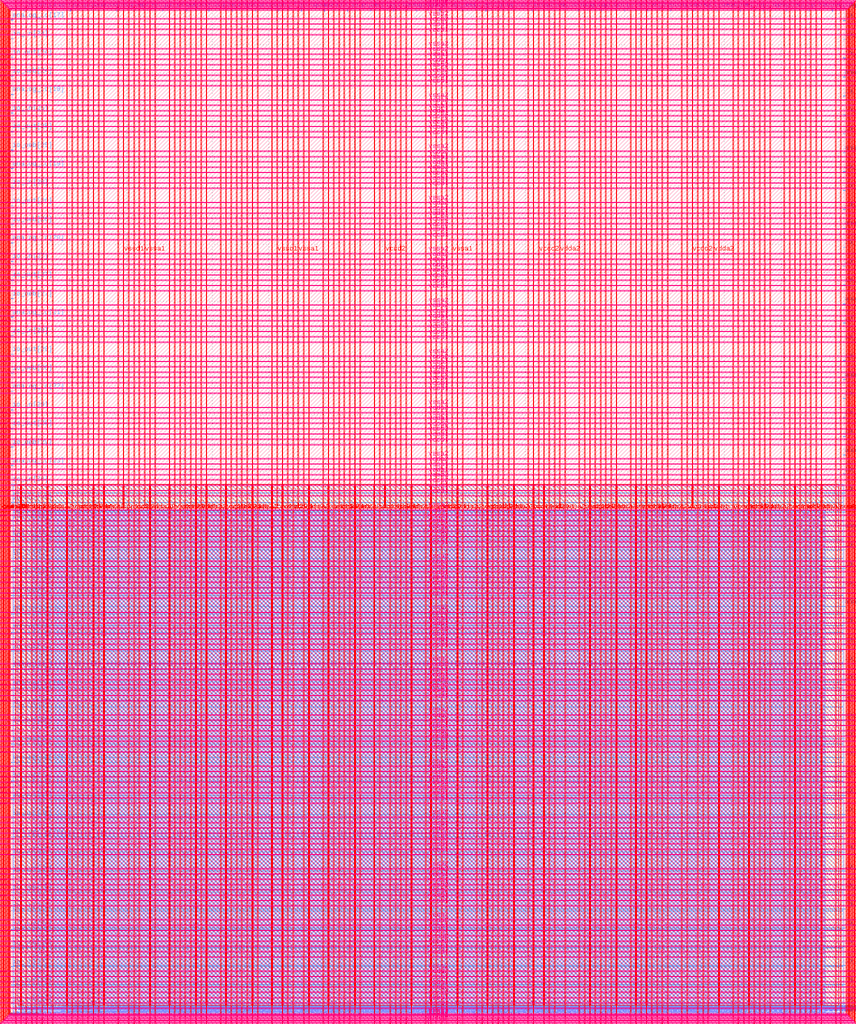
<source format=lef>
VERSION 5.7 ;
  NOWIREEXTENSIONATPIN ON ;
  DIVIDERCHAR "/" ;
  BUSBITCHARS "[]" ;
MACRO user_project_wrapper
  CLASS BLOCK ;
  FOREIGN user_project_wrapper ;
  ORIGIN 0.000 0.000 ;
  SIZE 2920.000 BY 3520.000 ;
  PIN analog_io[0]
    DIRECTION INOUT ;
    USE SIGNAL ;
    PORT
      LAYER met3 ;
        RECT 2917.600 1426.380 2924.800 1427.580 ;
    END
  END analog_io[0]
  PIN analog_io[10]
    DIRECTION INOUT ;
    USE SIGNAL ;
    PORT
      LAYER met2 ;
        RECT 2230.490 3517.600 2231.050 3524.800 ;
    END
  END analog_io[10]
  PIN analog_io[11]
    DIRECTION INOUT ;
    USE SIGNAL ;
    PORT
      LAYER met2 ;
        RECT 1905.730 3517.600 1906.290 3524.800 ;
    END
  END analog_io[11]
  PIN analog_io[12]
    DIRECTION INOUT ;
    USE SIGNAL ;
    PORT
      LAYER met2 ;
        RECT 1581.430 3517.600 1581.990 3524.800 ;
    END
  END analog_io[12]
  PIN analog_io[13]
    DIRECTION INOUT ;
    USE SIGNAL ;
    PORT
      LAYER met2 ;
        RECT 1257.130 3517.600 1257.690 3524.800 ;
    END
  END analog_io[13]
  PIN analog_io[14]
    DIRECTION INOUT ;
    USE SIGNAL ;
    PORT
      LAYER met2 ;
        RECT 932.370 3517.600 932.930 3524.800 ;
    END
  END analog_io[14]
  PIN analog_io[15]
    DIRECTION INOUT ;
    USE SIGNAL ;
    PORT
      LAYER met2 ;
        RECT 608.070 3517.600 608.630 3524.800 ;
    END
  END analog_io[15]
  PIN analog_io[16]
    DIRECTION INOUT ;
    USE SIGNAL ;
    PORT
      LAYER met2 ;
        RECT 283.770 3517.600 284.330 3524.800 ;
    END
  END analog_io[16]
  PIN analog_io[17]
    DIRECTION INOUT ;
    USE SIGNAL ;
    PORT
      LAYER met3 ;
        RECT -4.800 3486.100 2.400 3487.300 ;
    END
  END analog_io[17]
  PIN analog_io[18]
    DIRECTION INOUT ;
    USE SIGNAL ;
    PORT
      LAYER met3 ;
        RECT -4.800 3224.980 2.400 3226.180 ;
    END
  END analog_io[18]
  PIN analog_io[19]
    DIRECTION INOUT ;
    USE SIGNAL ;
    PORT
      LAYER met3 ;
        RECT -4.800 2964.540 2.400 2965.740 ;
    END
  END analog_io[19]
  PIN analog_io[1]
    DIRECTION INOUT ;
    USE SIGNAL ;
    PORT
      LAYER met3 ;
        RECT 2917.600 1692.260 2924.800 1693.460 ;
    END
  END analog_io[1]
  PIN analog_io[20]
    DIRECTION INOUT ;
    USE SIGNAL ;
    PORT
      LAYER met3 ;
        RECT -4.800 2703.420 2.400 2704.620 ;
    END
  END analog_io[20]
  PIN analog_io[21]
    DIRECTION INOUT ;
    USE SIGNAL ;
    PORT
      LAYER met3 ;
        RECT -4.800 2442.980 2.400 2444.180 ;
    END
  END analog_io[21]
  PIN analog_io[22]
    DIRECTION INOUT ;
    USE SIGNAL ;
    PORT
      LAYER met3 ;
        RECT -4.800 2182.540 2.400 2183.740 ;
    END
  END analog_io[22]
  PIN analog_io[23]
    DIRECTION INOUT ;
    USE SIGNAL ;
    PORT
      LAYER met3 ;
        RECT -4.800 1921.420 2.400 1922.620 ;
    END
  END analog_io[23]
  PIN analog_io[24]
    DIRECTION INOUT ;
    USE SIGNAL ;
    PORT
      LAYER met3 ;
        RECT -4.800 1660.980 2.400 1662.180 ;
    END
  END analog_io[24]
  PIN analog_io[25]
    DIRECTION INOUT ;
    USE SIGNAL ;
    PORT
      LAYER met3 ;
        RECT -4.800 1399.860 2.400 1401.060 ;
    END
  END analog_io[25]
  PIN analog_io[26]
    DIRECTION INOUT ;
    USE SIGNAL ;
    PORT
      LAYER met3 ;
        RECT -4.800 1139.420 2.400 1140.620 ;
    END
  END analog_io[26]
  PIN analog_io[27]
    DIRECTION INOUT ;
    USE SIGNAL ;
    PORT
      LAYER met3 ;
        RECT -4.800 878.980 2.400 880.180 ;
    END
  END analog_io[27]
  PIN analog_io[28]
    DIRECTION INOUT ;
    USE SIGNAL ;
    PORT
      LAYER met3 ;
        RECT -4.800 617.860 2.400 619.060 ;
    END
  END analog_io[28]
  PIN analog_io[2]
    DIRECTION INOUT ;
    USE SIGNAL ;
    PORT
      LAYER met3 ;
        RECT 2917.600 1958.140 2924.800 1959.340 ;
    END
  END analog_io[2]
  PIN analog_io[3]
    DIRECTION INOUT ;
    USE SIGNAL ;
    PORT
      LAYER met3 ;
        RECT 2917.600 2223.340 2924.800 2224.540 ;
    END
  END analog_io[3]
  PIN analog_io[4]
    DIRECTION INOUT ;
    USE SIGNAL ;
    PORT
      LAYER met3 ;
        RECT 2917.600 2489.220 2924.800 2490.420 ;
    END
  END analog_io[4]
  PIN analog_io[5]
    DIRECTION INOUT ;
    USE SIGNAL ;
    PORT
      LAYER met3 ;
        RECT 2917.600 2755.100 2924.800 2756.300 ;
    END
  END analog_io[5]
  PIN analog_io[6]
    DIRECTION INOUT ;
    USE SIGNAL ;
    PORT
      LAYER met3 ;
        RECT 2917.600 3020.300 2924.800 3021.500 ;
    END
  END analog_io[6]
  PIN analog_io[7]
    DIRECTION INOUT ;
    USE SIGNAL ;
    PORT
      LAYER met3 ;
        RECT 2917.600 3286.180 2924.800 3287.380 ;
    END
  END analog_io[7]
  PIN analog_io[8]
    DIRECTION INOUT ;
    USE SIGNAL ;
    PORT
      LAYER met2 ;
        RECT 2879.090 3517.600 2879.650 3524.800 ;
    END
  END analog_io[8]
  PIN analog_io[9]
    DIRECTION INOUT ;
    USE SIGNAL ;
    PORT
      LAYER met2 ;
        RECT 2554.790 3517.600 2555.350 3524.800 ;
    END
  END analog_io[9]
  PIN io_in[0]
    DIRECTION INPUT ;
    USE SIGNAL ;
    PORT
      LAYER met3 ;
        RECT 2917.600 32.380 2924.800 33.580 ;
    END
  END io_in[0]
  PIN io_in[10]
    DIRECTION INPUT ;
    USE SIGNAL ;
    PORT
      LAYER met3 ;
        RECT 2917.600 2289.980 2924.800 2291.180 ;
    END
  END io_in[10]
  PIN io_in[11]
    DIRECTION INPUT ;
    USE SIGNAL ;
    PORT
      LAYER met3 ;
        RECT 2917.600 2555.860 2924.800 2557.060 ;
    END
  END io_in[11]
  PIN io_in[12]
    DIRECTION INPUT ;
    USE SIGNAL ;
    PORT
      LAYER met3 ;
        RECT 2917.600 2821.060 2924.800 2822.260 ;
    END
  END io_in[12]
  PIN io_in[13]
    DIRECTION INPUT ;
    USE SIGNAL ;
    PORT
      LAYER met3 ;
        RECT 2917.600 3086.940 2924.800 3088.140 ;
    END
  END io_in[13]
  PIN io_in[14]
    DIRECTION INPUT ;
    USE SIGNAL ;
    PORT
      LAYER met3 ;
        RECT 2917.600 3352.820 2924.800 3354.020 ;
    END
  END io_in[14]
  PIN io_in[15]
    DIRECTION INPUT ;
    USE SIGNAL ;
    PORT
      LAYER met2 ;
        RECT 2798.130 3517.600 2798.690 3524.800 ;
    END
  END io_in[15]
  PIN io_in[16]
    DIRECTION INPUT ;
    USE SIGNAL ;
    PORT
      LAYER met2 ;
        RECT 2473.830 3517.600 2474.390 3524.800 ;
    END
  END io_in[16]
  PIN io_in[17]
    DIRECTION INPUT ;
    USE SIGNAL ;
    PORT
      LAYER met2 ;
        RECT 2149.070 3517.600 2149.630 3524.800 ;
    END
  END io_in[17]
  PIN io_in[18]
    DIRECTION INPUT ;
    USE SIGNAL ;
    PORT
      LAYER met2 ;
        RECT 1824.770 3517.600 1825.330 3524.800 ;
    END
  END io_in[18]
  PIN io_in[19]
    DIRECTION INPUT ;
    USE SIGNAL ;
    PORT
      LAYER met2 ;
        RECT 1500.470 3517.600 1501.030 3524.800 ;
    END
  END io_in[19]
  PIN io_in[1]
    DIRECTION INPUT ;
    USE SIGNAL ;
    PORT
      LAYER met3 ;
        RECT 2917.600 230.940 2924.800 232.140 ;
    END
  END io_in[1]
  PIN io_in[20]
    DIRECTION INPUT ;
    USE SIGNAL ;
    PORT
      LAYER met2 ;
        RECT 1175.710 3517.600 1176.270 3524.800 ;
    END
  END io_in[20]
  PIN io_in[21]
    DIRECTION INPUT ;
    USE SIGNAL ;
    PORT
      LAYER met2 ;
        RECT 851.410 3517.600 851.970 3524.800 ;
    END
  END io_in[21]
  PIN io_in[22]
    DIRECTION INPUT ;
    USE SIGNAL ;
    PORT
      LAYER met2 ;
        RECT 527.110 3517.600 527.670 3524.800 ;
    END
  END io_in[22]
  PIN io_in[23]
    DIRECTION INPUT ;
    USE SIGNAL ;
    PORT
      LAYER met2 ;
        RECT 202.350 3517.600 202.910 3524.800 ;
    END
  END io_in[23]
  PIN io_in[24]
    DIRECTION INPUT ;
    USE SIGNAL ;
    PORT
      LAYER met3 ;
        RECT -4.800 3420.820 2.400 3422.020 ;
    END
  END io_in[24]
  PIN io_in[25]
    DIRECTION INPUT ;
    USE SIGNAL ;
    PORT
      LAYER met3 ;
        RECT -4.800 3159.700 2.400 3160.900 ;
    END
  END io_in[25]
  PIN io_in[26]
    DIRECTION INPUT ;
    USE SIGNAL ;
    PORT
      LAYER met3 ;
        RECT -4.800 2899.260 2.400 2900.460 ;
    END
  END io_in[26]
  PIN io_in[27]
    DIRECTION INPUT ;
    USE SIGNAL ;
    PORT
      LAYER met3 ;
        RECT -4.800 2638.820 2.400 2640.020 ;
    END
  END io_in[27]
  PIN io_in[28]
    DIRECTION INPUT ;
    USE SIGNAL ;
    PORT
      LAYER met3 ;
        RECT -4.800 2377.700 2.400 2378.900 ;
    END
  END io_in[28]
  PIN io_in[29]
    DIRECTION INPUT ;
    USE SIGNAL ;
    PORT
      LAYER met3 ;
        RECT -4.800 2117.260 2.400 2118.460 ;
    END
  END io_in[29]
  PIN io_in[2]
    DIRECTION INPUT ;
    USE SIGNAL ;
    PORT
      LAYER met3 ;
        RECT 2917.600 430.180 2924.800 431.380 ;
    END
  END io_in[2]
  PIN io_in[30]
    DIRECTION INPUT ;
    USE SIGNAL ;
    PORT
      LAYER met3 ;
        RECT -4.800 1856.140 2.400 1857.340 ;
    END
  END io_in[30]
  PIN io_in[31]
    DIRECTION INPUT ;
    USE SIGNAL ;
    PORT
      LAYER met3 ;
        RECT -4.800 1595.700 2.400 1596.900 ;
    END
  END io_in[31]
  PIN io_in[32]
    DIRECTION INPUT ;
    USE SIGNAL ;
    PORT
      LAYER met3 ;
        RECT -4.800 1335.260 2.400 1336.460 ;
    END
  END io_in[32]
  PIN io_in[33]
    DIRECTION INPUT ;
    USE SIGNAL ;
    PORT
      LAYER met3 ;
        RECT -4.800 1074.140 2.400 1075.340 ;
    END
  END io_in[33]
  PIN io_in[34]
    DIRECTION INPUT ;
    USE SIGNAL ;
    PORT
      LAYER met3 ;
        RECT -4.800 813.700 2.400 814.900 ;
    END
  END io_in[34]
  PIN io_in[35]
    DIRECTION INPUT ;
    USE SIGNAL ;
    PORT
      LAYER met3 ;
        RECT -4.800 552.580 2.400 553.780 ;
    END
  END io_in[35]
  PIN io_in[36]
    DIRECTION INPUT ;
    USE SIGNAL ;
    PORT
      LAYER met3 ;
        RECT -4.800 357.420 2.400 358.620 ;
    END
  END io_in[36]
  PIN io_in[37]
    DIRECTION INPUT ;
    USE SIGNAL ;
    PORT
      LAYER met3 ;
        RECT -4.800 161.580 2.400 162.780 ;
    END
  END io_in[37]
  PIN io_in[3]
    DIRECTION INPUT ;
    USE SIGNAL ;
    PORT
      LAYER met3 ;
        RECT 2917.600 629.420 2924.800 630.620 ;
    END
  END io_in[3]
  PIN io_in[4]
    DIRECTION INPUT ;
    USE SIGNAL ;
    PORT
      LAYER met3 ;
        RECT 2917.600 828.660 2924.800 829.860 ;
    END
  END io_in[4]
  PIN io_in[5]
    DIRECTION INPUT ;
    USE SIGNAL ;
    PORT
      LAYER met3 ;
        RECT 2917.600 1027.900 2924.800 1029.100 ;
    END
  END io_in[5]
  PIN io_in[6]
    DIRECTION INPUT ;
    USE SIGNAL ;
    PORT
      LAYER met3 ;
        RECT 2917.600 1227.140 2924.800 1228.340 ;
    END
  END io_in[6]
  PIN io_in[7]
    DIRECTION INPUT ;
    USE SIGNAL ;
    PORT
      LAYER met3 ;
        RECT 2917.600 1493.020 2924.800 1494.220 ;
    END
  END io_in[7]
  PIN io_in[8]
    DIRECTION INPUT ;
    USE SIGNAL ;
    PORT
      LAYER met3 ;
        RECT 2917.600 1758.900 2924.800 1760.100 ;
    END
  END io_in[8]
  PIN io_in[9]
    DIRECTION INPUT ;
    USE SIGNAL ;
    PORT
      LAYER met3 ;
        RECT 2917.600 2024.100 2924.800 2025.300 ;
    END
  END io_in[9]
  PIN io_oeb[0]
    DIRECTION OUTPUT TRISTATE ;
    USE SIGNAL ;
    PORT
      LAYER met3 ;
        RECT 2917.600 164.980 2924.800 166.180 ;
    END
  END io_oeb[0]
  PIN io_oeb[10]
    DIRECTION OUTPUT TRISTATE ;
    USE SIGNAL ;
    PORT
      LAYER met3 ;
        RECT 2917.600 2422.580 2924.800 2423.780 ;
    END
  END io_oeb[10]
  PIN io_oeb[11]
    DIRECTION OUTPUT TRISTATE ;
    USE SIGNAL ;
    PORT
      LAYER met3 ;
        RECT 2917.600 2688.460 2924.800 2689.660 ;
    END
  END io_oeb[11]
  PIN io_oeb[12]
    DIRECTION OUTPUT TRISTATE ;
    USE SIGNAL ;
    PORT
      LAYER met3 ;
        RECT 2917.600 2954.340 2924.800 2955.540 ;
    END
  END io_oeb[12]
  PIN io_oeb[13]
    DIRECTION OUTPUT TRISTATE ;
    USE SIGNAL ;
    PORT
      LAYER met3 ;
        RECT 2917.600 3219.540 2924.800 3220.740 ;
    END
  END io_oeb[13]
  PIN io_oeb[14]
    DIRECTION OUTPUT TRISTATE ;
    USE SIGNAL ;
    PORT
      LAYER met3 ;
        RECT 2917.600 3485.420 2924.800 3486.620 ;
    END
  END io_oeb[14]
  PIN io_oeb[15]
    DIRECTION OUTPUT TRISTATE ;
    USE SIGNAL ;
    PORT
      LAYER met2 ;
        RECT 2635.750 3517.600 2636.310 3524.800 ;
    END
  END io_oeb[15]
  PIN io_oeb[16]
    DIRECTION OUTPUT TRISTATE ;
    USE SIGNAL ;
    PORT
      LAYER met2 ;
        RECT 2311.450 3517.600 2312.010 3524.800 ;
    END
  END io_oeb[16]
  PIN io_oeb[17]
    DIRECTION OUTPUT TRISTATE ;
    USE SIGNAL ;
    PORT
      LAYER met2 ;
        RECT 1987.150 3517.600 1987.710 3524.800 ;
    END
  END io_oeb[17]
  PIN io_oeb[18]
    DIRECTION OUTPUT TRISTATE ;
    USE SIGNAL ;
    PORT
      LAYER met2 ;
        RECT 1662.390 3517.600 1662.950 3524.800 ;
    END
  END io_oeb[18]
  PIN io_oeb[19]
    DIRECTION OUTPUT TRISTATE ;
    USE SIGNAL ;
    PORT
      LAYER met2 ;
        RECT 1338.090 3517.600 1338.650 3524.800 ;
    END
  END io_oeb[19]
  PIN io_oeb[1]
    DIRECTION OUTPUT TRISTATE ;
    USE SIGNAL ;
    PORT
      LAYER met3 ;
        RECT 2917.600 364.220 2924.800 365.420 ;
    END
  END io_oeb[1]
  PIN io_oeb[20]
    DIRECTION OUTPUT TRISTATE ;
    USE SIGNAL ;
    PORT
      LAYER met2 ;
        RECT 1013.790 3517.600 1014.350 3524.800 ;
    END
  END io_oeb[20]
  PIN io_oeb[21]
    DIRECTION OUTPUT TRISTATE ;
    USE SIGNAL ;
    PORT
      LAYER met2 ;
        RECT 689.030 3517.600 689.590 3524.800 ;
    END
  END io_oeb[21]
  PIN io_oeb[22]
    DIRECTION OUTPUT TRISTATE ;
    USE SIGNAL ;
    PORT
      LAYER met2 ;
        RECT 364.730 3517.600 365.290 3524.800 ;
    END
  END io_oeb[22]
  PIN io_oeb[23]
    DIRECTION OUTPUT TRISTATE ;
    USE SIGNAL ;
    PORT
      LAYER met2 ;
        RECT 40.430 3517.600 40.990 3524.800 ;
    END
  END io_oeb[23]
  PIN io_oeb[24]
    DIRECTION OUTPUT TRISTATE ;
    USE SIGNAL ;
    PORT
      LAYER met3 ;
        RECT -4.800 3290.260 2.400 3291.460 ;
    END
  END io_oeb[24]
  PIN io_oeb[25]
    DIRECTION OUTPUT TRISTATE ;
    USE SIGNAL ;
    PORT
      LAYER met3 ;
        RECT -4.800 3029.820 2.400 3031.020 ;
    END
  END io_oeb[25]
  PIN io_oeb[26]
    DIRECTION OUTPUT TRISTATE ;
    USE SIGNAL ;
    PORT
      LAYER met3 ;
        RECT -4.800 2768.700 2.400 2769.900 ;
    END
  END io_oeb[26]
  PIN io_oeb[27]
    DIRECTION OUTPUT TRISTATE ;
    USE SIGNAL ;
    PORT
      LAYER met3 ;
        RECT -4.800 2508.260 2.400 2509.460 ;
    END
  END io_oeb[27]
  PIN io_oeb[28]
    DIRECTION OUTPUT TRISTATE ;
    USE SIGNAL ;
    PORT
      LAYER met3 ;
        RECT -4.800 2247.140 2.400 2248.340 ;
    END
  END io_oeb[28]
  PIN io_oeb[29]
    DIRECTION OUTPUT TRISTATE ;
    USE SIGNAL ;
    PORT
      LAYER met3 ;
        RECT -4.800 1986.700 2.400 1987.900 ;
    END
  END io_oeb[29]
  PIN io_oeb[2]
    DIRECTION OUTPUT TRISTATE ;
    USE SIGNAL ;
    PORT
      LAYER met3 ;
        RECT 2917.600 563.460 2924.800 564.660 ;
    END
  END io_oeb[2]
  PIN io_oeb[30]
    DIRECTION OUTPUT TRISTATE ;
    USE SIGNAL ;
    PORT
      LAYER met3 ;
        RECT -4.800 1726.260 2.400 1727.460 ;
    END
  END io_oeb[30]
  PIN io_oeb[31]
    DIRECTION OUTPUT TRISTATE ;
    USE SIGNAL ;
    PORT
      LAYER met3 ;
        RECT -4.800 1465.140 2.400 1466.340 ;
    END
  END io_oeb[31]
  PIN io_oeb[32]
    DIRECTION OUTPUT TRISTATE ;
    USE SIGNAL ;
    PORT
      LAYER met3 ;
        RECT -4.800 1204.700 2.400 1205.900 ;
    END
  END io_oeb[32]
  PIN io_oeb[33]
    DIRECTION OUTPUT TRISTATE ;
    USE SIGNAL ;
    PORT
      LAYER met3 ;
        RECT -4.800 943.580 2.400 944.780 ;
    END
  END io_oeb[33]
  PIN io_oeb[34]
    DIRECTION OUTPUT TRISTATE ;
    USE SIGNAL ;
    PORT
      LAYER met3 ;
        RECT -4.800 683.140 2.400 684.340 ;
    END
  END io_oeb[34]
  PIN io_oeb[35]
    DIRECTION OUTPUT TRISTATE ;
    USE SIGNAL ;
    PORT
      LAYER met3 ;
        RECT -4.800 422.700 2.400 423.900 ;
    END
  END io_oeb[35]
  PIN io_oeb[36]
    DIRECTION OUTPUT TRISTATE ;
    USE SIGNAL ;
    PORT
      LAYER met3 ;
        RECT -4.800 226.860 2.400 228.060 ;
    END
  END io_oeb[36]
  PIN io_oeb[37]
    DIRECTION OUTPUT TRISTATE ;
    USE SIGNAL ;
    PORT
      LAYER met3 ;
        RECT -4.800 31.700 2.400 32.900 ;
    END
  END io_oeb[37]
  PIN io_oeb[3]
    DIRECTION OUTPUT TRISTATE ;
    USE SIGNAL ;
    PORT
      LAYER met3 ;
        RECT 2917.600 762.700 2924.800 763.900 ;
    END
  END io_oeb[3]
  PIN io_oeb[4]
    DIRECTION OUTPUT TRISTATE ;
    USE SIGNAL ;
    PORT
      LAYER met3 ;
        RECT 2917.600 961.940 2924.800 963.140 ;
    END
  END io_oeb[4]
  PIN io_oeb[5]
    DIRECTION OUTPUT TRISTATE ;
    USE SIGNAL ;
    PORT
      LAYER met3 ;
        RECT 2917.600 1161.180 2924.800 1162.380 ;
    END
  END io_oeb[5]
  PIN io_oeb[6]
    DIRECTION OUTPUT TRISTATE ;
    USE SIGNAL ;
    PORT
      LAYER met3 ;
        RECT 2917.600 1360.420 2924.800 1361.620 ;
    END
  END io_oeb[6]
  PIN io_oeb[7]
    DIRECTION OUTPUT TRISTATE ;
    USE SIGNAL ;
    PORT
      LAYER met3 ;
        RECT 2917.600 1625.620 2924.800 1626.820 ;
    END
  END io_oeb[7]
  PIN io_oeb[8]
    DIRECTION OUTPUT TRISTATE ;
    USE SIGNAL ;
    PORT
      LAYER met3 ;
        RECT 2917.600 1891.500 2924.800 1892.700 ;
    END
  END io_oeb[8]
  PIN io_oeb[9]
    DIRECTION OUTPUT TRISTATE ;
    USE SIGNAL ;
    PORT
      LAYER met3 ;
        RECT 2917.600 2157.380 2924.800 2158.580 ;
    END
  END io_oeb[9]
  PIN io_out[0]
    DIRECTION OUTPUT TRISTATE ;
    USE SIGNAL ;
    PORT
      LAYER met3 ;
        RECT 2917.600 98.340 2924.800 99.540 ;
    END
  END io_out[0]
  PIN io_out[10]
    DIRECTION OUTPUT TRISTATE ;
    USE SIGNAL ;
    PORT
      LAYER met3 ;
        RECT 2917.600 2356.620 2924.800 2357.820 ;
    END
  END io_out[10]
  PIN io_out[11]
    DIRECTION OUTPUT TRISTATE ;
    USE SIGNAL ;
    PORT
      LAYER met3 ;
        RECT 2917.600 2621.820 2924.800 2623.020 ;
    END
  END io_out[11]
  PIN io_out[12]
    DIRECTION OUTPUT TRISTATE ;
    USE SIGNAL ;
    PORT
      LAYER met3 ;
        RECT 2917.600 2887.700 2924.800 2888.900 ;
    END
  END io_out[12]
  PIN io_out[13]
    DIRECTION OUTPUT TRISTATE ;
    USE SIGNAL ;
    PORT
      LAYER met3 ;
        RECT 2917.600 3153.580 2924.800 3154.780 ;
    END
  END io_out[13]
  PIN io_out[14]
    DIRECTION OUTPUT TRISTATE ;
    USE SIGNAL ;
    PORT
      LAYER met3 ;
        RECT 2917.600 3418.780 2924.800 3419.980 ;
    END
  END io_out[14]
  PIN io_out[15]
    DIRECTION OUTPUT TRISTATE ;
    USE SIGNAL ;
    PORT
      LAYER met2 ;
        RECT 2717.170 3517.600 2717.730 3524.800 ;
    END
  END io_out[15]
  PIN io_out[16]
    DIRECTION OUTPUT TRISTATE ;
    USE SIGNAL ;
    PORT
      LAYER met2 ;
        RECT 2392.410 3517.600 2392.970 3524.800 ;
    END
  END io_out[16]
  PIN io_out[17]
    DIRECTION OUTPUT TRISTATE ;
    USE SIGNAL ;
    PORT
      LAYER met2 ;
        RECT 2068.110 3517.600 2068.670 3524.800 ;
    END
  END io_out[17]
  PIN io_out[18]
    DIRECTION OUTPUT TRISTATE ;
    USE SIGNAL ;
    PORT
      LAYER met2 ;
        RECT 1743.810 3517.600 1744.370 3524.800 ;
    END
  END io_out[18]
  PIN io_out[19]
    DIRECTION OUTPUT TRISTATE ;
    USE SIGNAL ;
    PORT
      LAYER met2 ;
        RECT 1419.050 3517.600 1419.610 3524.800 ;
    END
  END io_out[19]
  PIN io_out[1]
    DIRECTION OUTPUT TRISTATE ;
    USE SIGNAL ;
    PORT
      LAYER met3 ;
        RECT 2917.600 297.580 2924.800 298.780 ;
    END
  END io_out[1]
  PIN io_out[20]
    DIRECTION OUTPUT TRISTATE ;
    USE SIGNAL ;
    PORT
      LAYER met2 ;
        RECT 1094.750 3517.600 1095.310 3524.800 ;
    END
  END io_out[20]
  PIN io_out[21]
    DIRECTION OUTPUT TRISTATE ;
    USE SIGNAL ;
    PORT
      LAYER met2 ;
        RECT 770.450 3517.600 771.010 3524.800 ;
    END
  END io_out[21]
  PIN io_out[22]
    DIRECTION OUTPUT TRISTATE ;
    USE SIGNAL ;
    PORT
      LAYER met2 ;
        RECT 445.690 3517.600 446.250 3524.800 ;
    END
  END io_out[22]
  PIN io_out[23]
    DIRECTION OUTPUT TRISTATE ;
    USE SIGNAL ;
    PORT
      LAYER met2 ;
        RECT 121.390 3517.600 121.950 3524.800 ;
    END
  END io_out[23]
  PIN io_out[24]
    DIRECTION OUTPUT TRISTATE ;
    USE SIGNAL ;
    PORT
      LAYER met3 ;
        RECT -4.800 3355.540 2.400 3356.740 ;
    END
  END io_out[24]
  PIN io_out[25]
    DIRECTION OUTPUT TRISTATE ;
    USE SIGNAL ;
    PORT
      LAYER met3 ;
        RECT -4.800 3095.100 2.400 3096.300 ;
    END
  END io_out[25]
  PIN io_out[26]
    DIRECTION OUTPUT TRISTATE ;
    USE SIGNAL ;
    PORT
      LAYER met3 ;
        RECT -4.800 2833.980 2.400 2835.180 ;
    END
  END io_out[26]
  PIN io_out[27]
    DIRECTION OUTPUT TRISTATE ;
    USE SIGNAL ;
    PORT
      LAYER met3 ;
        RECT -4.800 2573.540 2.400 2574.740 ;
    END
  END io_out[27]
  PIN io_out[28]
    DIRECTION OUTPUT TRISTATE ;
    USE SIGNAL ;
    PORT
      LAYER met3 ;
        RECT -4.800 2312.420 2.400 2313.620 ;
    END
  END io_out[28]
  PIN io_out[29]
    DIRECTION OUTPUT TRISTATE ;
    USE SIGNAL ;
    PORT
      LAYER met3 ;
        RECT -4.800 2051.980 2.400 2053.180 ;
    END
  END io_out[29]
  PIN io_out[2]
    DIRECTION OUTPUT TRISTATE ;
    USE SIGNAL ;
    PORT
      LAYER met3 ;
        RECT 2917.600 496.820 2924.800 498.020 ;
    END
  END io_out[2]
  PIN io_out[30]
    DIRECTION OUTPUT TRISTATE ;
    USE SIGNAL ;
    PORT
      LAYER met3 ;
        RECT -4.800 1791.540 2.400 1792.740 ;
    END
  END io_out[30]
  PIN io_out[31]
    DIRECTION OUTPUT TRISTATE ;
    USE SIGNAL ;
    PORT
      LAYER met3 ;
        RECT -4.800 1530.420 2.400 1531.620 ;
    END
  END io_out[31]
  PIN io_out[32]
    DIRECTION OUTPUT TRISTATE ;
    USE SIGNAL ;
    PORT
      LAYER met3 ;
        RECT -4.800 1269.980 2.400 1271.180 ;
    END
  END io_out[32]
  PIN io_out[33]
    DIRECTION OUTPUT TRISTATE ;
    USE SIGNAL ;
    PORT
      LAYER met3 ;
        RECT -4.800 1008.860 2.400 1010.060 ;
    END
  END io_out[33]
  PIN io_out[34]
    DIRECTION OUTPUT TRISTATE ;
    USE SIGNAL ;
    PORT
      LAYER met3 ;
        RECT -4.800 748.420 2.400 749.620 ;
    END
  END io_out[34]
  PIN io_out[35]
    DIRECTION OUTPUT TRISTATE ;
    USE SIGNAL ;
    PORT
      LAYER met3 ;
        RECT -4.800 487.300 2.400 488.500 ;
    END
  END io_out[35]
  PIN io_out[36]
    DIRECTION OUTPUT TRISTATE ;
    USE SIGNAL ;
    PORT
      LAYER met3 ;
        RECT -4.800 292.140 2.400 293.340 ;
    END
  END io_out[36]
  PIN io_out[37]
    DIRECTION OUTPUT TRISTATE ;
    USE SIGNAL ;
    PORT
      LAYER met3 ;
        RECT -4.800 96.300 2.400 97.500 ;
    END
  END io_out[37]
  PIN io_out[3]
    DIRECTION OUTPUT TRISTATE ;
    USE SIGNAL ;
    PORT
      LAYER met3 ;
        RECT 2917.600 696.060 2924.800 697.260 ;
    END
  END io_out[3]
  PIN io_out[4]
    DIRECTION OUTPUT TRISTATE ;
    USE SIGNAL ;
    PORT
      LAYER met3 ;
        RECT 2917.600 895.300 2924.800 896.500 ;
    END
  END io_out[4]
  PIN io_out[5]
    DIRECTION OUTPUT TRISTATE ;
    USE SIGNAL ;
    PORT
      LAYER met3 ;
        RECT 2917.600 1094.540 2924.800 1095.740 ;
    END
  END io_out[5]
  PIN io_out[6]
    DIRECTION OUTPUT TRISTATE ;
    USE SIGNAL ;
    PORT
      LAYER met3 ;
        RECT 2917.600 1293.780 2924.800 1294.980 ;
    END
  END io_out[6]
  PIN io_out[7]
    DIRECTION OUTPUT TRISTATE ;
    USE SIGNAL ;
    PORT
      LAYER met3 ;
        RECT 2917.600 1559.660 2924.800 1560.860 ;
    END
  END io_out[7]
  PIN io_out[8]
    DIRECTION OUTPUT TRISTATE ;
    USE SIGNAL ;
    PORT
      LAYER met3 ;
        RECT 2917.600 1824.860 2924.800 1826.060 ;
    END
  END io_out[8]
  PIN io_out[9]
    DIRECTION OUTPUT TRISTATE ;
    USE SIGNAL ;
    PORT
      LAYER met3 ;
        RECT 2917.600 2090.740 2924.800 2091.940 ;
    END
  END io_out[9]
  PIN la_data_in[0]
    DIRECTION INPUT ;
    USE SIGNAL ;
    PORT
      LAYER met2 ;
        RECT 629.230 -4.800 629.790 2.400 ;
    END
  END la_data_in[0]
  PIN la_data_in[100]
    DIRECTION INPUT ;
    USE SIGNAL ;
    PORT
      LAYER met2 ;
        RECT 2402.530 -4.800 2403.090 2.400 ;
    END
  END la_data_in[100]
  PIN la_data_in[101]
    DIRECTION INPUT ;
    USE SIGNAL ;
    PORT
      LAYER met2 ;
        RECT 2420.010 -4.800 2420.570 2.400 ;
    END
  END la_data_in[101]
  PIN la_data_in[102]
    DIRECTION INPUT ;
    USE SIGNAL ;
    PORT
      LAYER met2 ;
        RECT 2437.950 -4.800 2438.510 2.400 ;
    END
  END la_data_in[102]
  PIN la_data_in[103]
    DIRECTION INPUT ;
    USE SIGNAL ;
    PORT
      LAYER met2 ;
        RECT 2455.430 -4.800 2455.990 2.400 ;
    END
  END la_data_in[103]
  PIN la_data_in[104]
    DIRECTION INPUT ;
    USE SIGNAL ;
    PORT
      LAYER met2 ;
        RECT 2473.370 -4.800 2473.930 2.400 ;
    END
  END la_data_in[104]
  PIN la_data_in[105]
    DIRECTION INPUT ;
    USE SIGNAL ;
    PORT
      LAYER met2 ;
        RECT 2490.850 -4.800 2491.410 2.400 ;
    END
  END la_data_in[105]
  PIN la_data_in[106]
    DIRECTION INPUT ;
    USE SIGNAL ;
    PORT
      LAYER met2 ;
        RECT 2508.790 -4.800 2509.350 2.400 ;
    END
  END la_data_in[106]
  PIN la_data_in[107]
    DIRECTION INPUT ;
    USE SIGNAL ;
    PORT
      LAYER met2 ;
        RECT 2526.730 -4.800 2527.290 2.400 ;
    END
  END la_data_in[107]
  PIN la_data_in[108]
    DIRECTION INPUT ;
    USE SIGNAL ;
    PORT
      LAYER met2 ;
        RECT 2544.210 -4.800 2544.770 2.400 ;
    END
  END la_data_in[108]
  PIN la_data_in[109]
    DIRECTION INPUT ;
    USE SIGNAL ;
    PORT
      LAYER met2 ;
        RECT 2562.150 -4.800 2562.710 2.400 ;
    END
  END la_data_in[109]
  PIN la_data_in[10]
    DIRECTION INPUT ;
    USE SIGNAL ;
    PORT
      LAYER met2 ;
        RECT 806.330 -4.800 806.890 2.400 ;
    END
  END la_data_in[10]
  PIN la_data_in[110]
    DIRECTION INPUT ;
    USE SIGNAL ;
    PORT
      LAYER met2 ;
        RECT 2579.630 -4.800 2580.190 2.400 ;
    END
  END la_data_in[110]
  PIN la_data_in[111]
    DIRECTION INPUT ;
    USE SIGNAL ;
    PORT
      LAYER met2 ;
        RECT 2597.570 -4.800 2598.130 2.400 ;
    END
  END la_data_in[111]
  PIN la_data_in[112]
    DIRECTION INPUT ;
    USE SIGNAL ;
    PORT
      LAYER met2 ;
        RECT 2615.050 -4.800 2615.610 2.400 ;
    END
  END la_data_in[112]
  PIN la_data_in[113]
    DIRECTION INPUT ;
    USE SIGNAL ;
    PORT
      LAYER met2 ;
        RECT 2632.990 -4.800 2633.550 2.400 ;
    END
  END la_data_in[113]
  PIN la_data_in[114]
    DIRECTION INPUT ;
    USE SIGNAL ;
    PORT
      LAYER met2 ;
        RECT 2650.470 -4.800 2651.030 2.400 ;
    END
  END la_data_in[114]
  PIN la_data_in[115]
    DIRECTION INPUT ;
    USE SIGNAL ;
    PORT
      LAYER met2 ;
        RECT 2668.410 -4.800 2668.970 2.400 ;
    END
  END la_data_in[115]
  PIN la_data_in[116]
    DIRECTION INPUT ;
    USE SIGNAL ;
    PORT
      LAYER met2 ;
        RECT 2685.890 -4.800 2686.450 2.400 ;
    END
  END la_data_in[116]
  PIN la_data_in[117]
    DIRECTION INPUT ;
    USE SIGNAL ;
    PORT
      LAYER met2 ;
        RECT 2703.830 -4.800 2704.390 2.400 ;
    END
  END la_data_in[117]
  PIN la_data_in[118]
    DIRECTION INPUT ;
    USE SIGNAL ;
    PORT
      LAYER met2 ;
        RECT 2721.770 -4.800 2722.330 2.400 ;
    END
  END la_data_in[118]
  PIN la_data_in[119]
    DIRECTION INPUT ;
    USE SIGNAL ;
    PORT
      LAYER met2 ;
        RECT 2739.250 -4.800 2739.810 2.400 ;
    END
  END la_data_in[119]
  PIN la_data_in[11]
    DIRECTION INPUT ;
    USE SIGNAL ;
    PORT
      LAYER met2 ;
        RECT 824.270 -4.800 824.830 2.400 ;
    END
  END la_data_in[11]
  PIN la_data_in[120]
    DIRECTION INPUT ;
    USE SIGNAL ;
    PORT
      LAYER met2 ;
        RECT 2757.190 -4.800 2757.750 2.400 ;
    END
  END la_data_in[120]
  PIN la_data_in[121]
    DIRECTION INPUT ;
    USE SIGNAL ;
    PORT
      LAYER met2 ;
        RECT 2774.670 -4.800 2775.230 2.400 ;
    END
  END la_data_in[121]
  PIN la_data_in[122]
    DIRECTION INPUT ;
    USE SIGNAL ;
    PORT
      LAYER met2 ;
        RECT 2792.610 -4.800 2793.170 2.400 ;
    END
  END la_data_in[122]
  PIN la_data_in[123]
    DIRECTION INPUT ;
    USE SIGNAL ;
    PORT
      LAYER met2 ;
        RECT 2810.090 -4.800 2810.650 2.400 ;
    END
  END la_data_in[123]
  PIN la_data_in[124]
    DIRECTION INPUT ;
    USE SIGNAL ;
    PORT
      LAYER met2 ;
        RECT 2828.030 -4.800 2828.590 2.400 ;
    END
  END la_data_in[124]
  PIN la_data_in[125]
    DIRECTION INPUT ;
    USE SIGNAL ;
    PORT
      LAYER met2 ;
        RECT 2845.510 -4.800 2846.070 2.400 ;
    END
  END la_data_in[125]
  PIN la_data_in[126]
    DIRECTION INPUT ;
    USE SIGNAL ;
    PORT
      LAYER met2 ;
        RECT 2863.450 -4.800 2864.010 2.400 ;
    END
  END la_data_in[126]
  PIN la_data_in[127]
    DIRECTION INPUT ;
    USE SIGNAL ;
    PORT
      LAYER met2 ;
        RECT 2881.390 -4.800 2881.950 2.400 ;
    END
  END la_data_in[127]
  PIN la_data_in[12]
    DIRECTION INPUT ;
    USE SIGNAL ;
    PORT
      LAYER met2 ;
        RECT 841.750 -4.800 842.310 2.400 ;
    END
  END la_data_in[12]
  PIN la_data_in[13]
    DIRECTION INPUT ;
    USE SIGNAL ;
    PORT
      LAYER met2 ;
        RECT 859.690 -4.800 860.250 2.400 ;
    END
  END la_data_in[13]
  PIN la_data_in[14]
    DIRECTION INPUT ;
    USE SIGNAL ;
    PORT
      LAYER met2 ;
        RECT 877.170 -4.800 877.730 2.400 ;
    END
  END la_data_in[14]
  PIN la_data_in[15]
    DIRECTION INPUT ;
    USE SIGNAL ;
    PORT
      LAYER met2 ;
        RECT 895.110 -4.800 895.670 2.400 ;
    END
  END la_data_in[15]
  PIN la_data_in[16]
    DIRECTION INPUT ;
    USE SIGNAL ;
    PORT
      LAYER met2 ;
        RECT 912.590 -4.800 913.150 2.400 ;
    END
  END la_data_in[16]
  PIN la_data_in[17]
    DIRECTION INPUT ;
    USE SIGNAL ;
    PORT
      LAYER met2 ;
        RECT 930.530 -4.800 931.090 2.400 ;
    END
  END la_data_in[17]
  PIN la_data_in[18]
    DIRECTION INPUT ;
    USE SIGNAL ;
    PORT
      LAYER met2 ;
        RECT 948.470 -4.800 949.030 2.400 ;
    END
  END la_data_in[18]
  PIN la_data_in[19]
    DIRECTION INPUT ;
    USE SIGNAL ;
    PORT
      LAYER met2 ;
        RECT 965.950 -4.800 966.510 2.400 ;
    END
  END la_data_in[19]
  PIN la_data_in[1]
    DIRECTION INPUT ;
    USE SIGNAL ;
    PORT
      LAYER met2 ;
        RECT 646.710 -4.800 647.270 2.400 ;
    END
  END la_data_in[1]
  PIN la_data_in[20]
    DIRECTION INPUT ;
    USE SIGNAL ;
    PORT
      LAYER met2 ;
        RECT 983.890 -4.800 984.450 2.400 ;
    END
  END la_data_in[20]
  PIN la_data_in[21]
    DIRECTION INPUT ;
    USE SIGNAL ;
    PORT
      LAYER met2 ;
        RECT 1001.370 -4.800 1001.930 2.400 ;
    END
  END la_data_in[21]
  PIN la_data_in[22]
    DIRECTION INPUT ;
    USE SIGNAL ;
    PORT
      LAYER met2 ;
        RECT 1019.310 -4.800 1019.870 2.400 ;
    END
  END la_data_in[22]
  PIN la_data_in[23]
    DIRECTION INPUT ;
    USE SIGNAL ;
    PORT
      LAYER met2 ;
        RECT 1036.790 -4.800 1037.350 2.400 ;
    END
  END la_data_in[23]
  PIN la_data_in[24]
    DIRECTION INPUT ;
    USE SIGNAL ;
    PORT
      LAYER met2 ;
        RECT 1054.730 -4.800 1055.290 2.400 ;
    END
  END la_data_in[24]
  PIN la_data_in[25]
    DIRECTION INPUT ;
    USE SIGNAL ;
    PORT
      LAYER met2 ;
        RECT 1072.210 -4.800 1072.770 2.400 ;
    END
  END la_data_in[25]
  PIN la_data_in[26]
    DIRECTION INPUT ;
    USE SIGNAL ;
    PORT
      LAYER met2 ;
        RECT 1090.150 -4.800 1090.710 2.400 ;
    END
  END la_data_in[26]
  PIN la_data_in[27]
    DIRECTION INPUT ;
    USE SIGNAL ;
    PORT
      LAYER met2 ;
        RECT 1107.630 -4.800 1108.190 2.400 ;
    END
  END la_data_in[27]
  PIN la_data_in[28]
    DIRECTION INPUT ;
    USE SIGNAL ;
    PORT
      LAYER met2 ;
        RECT 1125.570 -4.800 1126.130 2.400 ;
    END
  END la_data_in[28]
  PIN la_data_in[29]
    DIRECTION INPUT ;
    USE SIGNAL ;
    PORT
      LAYER met2 ;
        RECT 1143.510 -4.800 1144.070 2.400 ;
    END
  END la_data_in[29]
  PIN la_data_in[2]
    DIRECTION INPUT ;
    USE SIGNAL ;
    PORT
      LAYER met2 ;
        RECT 664.650 -4.800 665.210 2.400 ;
    END
  END la_data_in[2]
  PIN la_data_in[30]
    DIRECTION INPUT ;
    USE SIGNAL ;
    PORT
      LAYER met2 ;
        RECT 1160.990 -4.800 1161.550 2.400 ;
    END
  END la_data_in[30]
  PIN la_data_in[31]
    DIRECTION INPUT ;
    USE SIGNAL ;
    PORT
      LAYER met2 ;
        RECT 1178.930 -4.800 1179.490 2.400 ;
    END
  END la_data_in[31]
  PIN la_data_in[32]
    DIRECTION INPUT ;
    USE SIGNAL ;
    PORT
      LAYER met2 ;
        RECT 1196.410 -4.800 1196.970 2.400 ;
    END
  END la_data_in[32]
  PIN la_data_in[33]
    DIRECTION INPUT ;
    USE SIGNAL ;
    PORT
      LAYER met2 ;
        RECT 1214.350 -4.800 1214.910 2.400 ;
    END
  END la_data_in[33]
  PIN la_data_in[34]
    DIRECTION INPUT ;
    USE SIGNAL ;
    PORT
      LAYER met2 ;
        RECT 1231.830 -4.800 1232.390 2.400 ;
    END
  END la_data_in[34]
  PIN la_data_in[35]
    DIRECTION INPUT ;
    USE SIGNAL ;
    PORT
      LAYER met2 ;
        RECT 1249.770 -4.800 1250.330 2.400 ;
    END
  END la_data_in[35]
  PIN la_data_in[36]
    DIRECTION INPUT ;
    USE SIGNAL ;
    PORT
      LAYER met2 ;
        RECT 1267.250 -4.800 1267.810 2.400 ;
    END
  END la_data_in[36]
  PIN la_data_in[37]
    DIRECTION INPUT ;
    USE SIGNAL ;
    PORT
      LAYER met2 ;
        RECT 1285.190 -4.800 1285.750 2.400 ;
    END
  END la_data_in[37]
  PIN la_data_in[38]
    DIRECTION INPUT ;
    USE SIGNAL ;
    PORT
      LAYER met2 ;
        RECT 1303.130 -4.800 1303.690 2.400 ;
    END
  END la_data_in[38]
  PIN la_data_in[39]
    DIRECTION INPUT ;
    USE SIGNAL ;
    PORT
      LAYER met2 ;
        RECT 1320.610 -4.800 1321.170 2.400 ;
    END
  END la_data_in[39]
  PIN la_data_in[3]
    DIRECTION INPUT ;
    USE SIGNAL ;
    PORT
      LAYER met2 ;
        RECT 682.130 -4.800 682.690 2.400 ;
    END
  END la_data_in[3]
  PIN la_data_in[40]
    DIRECTION INPUT ;
    USE SIGNAL ;
    PORT
      LAYER met2 ;
        RECT 1338.550 -4.800 1339.110 2.400 ;
    END
  END la_data_in[40]
  PIN la_data_in[41]
    DIRECTION INPUT ;
    USE SIGNAL ;
    PORT
      LAYER met2 ;
        RECT 1356.030 -4.800 1356.590 2.400 ;
    END
  END la_data_in[41]
  PIN la_data_in[42]
    DIRECTION INPUT ;
    USE SIGNAL ;
    PORT
      LAYER met2 ;
        RECT 1373.970 -4.800 1374.530 2.400 ;
    END
  END la_data_in[42]
  PIN la_data_in[43]
    DIRECTION INPUT ;
    USE SIGNAL ;
    PORT
      LAYER met2 ;
        RECT 1391.450 -4.800 1392.010 2.400 ;
    END
  END la_data_in[43]
  PIN la_data_in[44]
    DIRECTION INPUT ;
    USE SIGNAL ;
    PORT
      LAYER met2 ;
        RECT 1409.390 -4.800 1409.950 2.400 ;
    END
  END la_data_in[44]
  PIN la_data_in[45]
    DIRECTION INPUT ;
    USE SIGNAL ;
    PORT
      LAYER met2 ;
        RECT 1426.870 -4.800 1427.430 2.400 ;
    END
  END la_data_in[45]
  PIN la_data_in[46]
    DIRECTION INPUT ;
    USE SIGNAL ;
    PORT
      LAYER met2 ;
        RECT 1444.810 -4.800 1445.370 2.400 ;
    END
  END la_data_in[46]
  PIN la_data_in[47]
    DIRECTION INPUT ;
    USE SIGNAL ;
    PORT
      LAYER met2 ;
        RECT 1462.750 -4.800 1463.310 2.400 ;
    END
  END la_data_in[47]
  PIN la_data_in[48]
    DIRECTION INPUT ;
    USE SIGNAL ;
    PORT
      LAYER met2 ;
        RECT 1480.230 -4.800 1480.790 2.400 ;
    END
  END la_data_in[48]
  PIN la_data_in[49]
    DIRECTION INPUT ;
    USE SIGNAL ;
    PORT
      LAYER met2 ;
        RECT 1498.170 -4.800 1498.730 2.400 ;
    END
  END la_data_in[49]
  PIN la_data_in[4]
    DIRECTION INPUT ;
    USE SIGNAL ;
    PORT
      LAYER met2 ;
        RECT 700.070 -4.800 700.630 2.400 ;
    END
  END la_data_in[4]
  PIN la_data_in[50]
    DIRECTION INPUT ;
    USE SIGNAL ;
    PORT
      LAYER met2 ;
        RECT 1515.650 -4.800 1516.210 2.400 ;
    END
  END la_data_in[50]
  PIN la_data_in[51]
    DIRECTION INPUT ;
    USE SIGNAL ;
    PORT
      LAYER met2 ;
        RECT 1533.590 -4.800 1534.150 2.400 ;
    END
  END la_data_in[51]
  PIN la_data_in[52]
    DIRECTION INPUT ;
    USE SIGNAL ;
    PORT
      LAYER met2 ;
        RECT 1551.070 -4.800 1551.630 2.400 ;
    END
  END la_data_in[52]
  PIN la_data_in[53]
    DIRECTION INPUT ;
    USE SIGNAL ;
    PORT
      LAYER met2 ;
        RECT 1569.010 -4.800 1569.570 2.400 ;
    END
  END la_data_in[53]
  PIN la_data_in[54]
    DIRECTION INPUT ;
    USE SIGNAL ;
    PORT
      LAYER met2 ;
        RECT 1586.490 -4.800 1587.050 2.400 ;
    END
  END la_data_in[54]
  PIN la_data_in[55]
    DIRECTION INPUT ;
    USE SIGNAL ;
    PORT
      LAYER met2 ;
        RECT 1604.430 -4.800 1604.990 2.400 ;
    END
  END la_data_in[55]
  PIN la_data_in[56]
    DIRECTION INPUT ;
    USE SIGNAL ;
    PORT
      LAYER met2 ;
        RECT 1621.910 -4.800 1622.470 2.400 ;
    END
  END la_data_in[56]
  PIN la_data_in[57]
    DIRECTION INPUT ;
    USE SIGNAL ;
    PORT
      LAYER met2 ;
        RECT 1639.850 -4.800 1640.410 2.400 ;
    END
  END la_data_in[57]
  PIN la_data_in[58]
    DIRECTION INPUT ;
    USE SIGNAL ;
    PORT
      LAYER met2 ;
        RECT 1657.790 -4.800 1658.350 2.400 ;
    END
  END la_data_in[58]
  PIN la_data_in[59]
    DIRECTION INPUT ;
    USE SIGNAL ;
    PORT
      LAYER met2 ;
        RECT 1675.270 -4.800 1675.830 2.400 ;
    END
  END la_data_in[59]
  PIN la_data_in[5]
    DIRECTION INPUT ;
    USE SIGNAL ;
    PORT
      LAYER met2 ;
        RECT 717.550 -4.800 718.110 2.400 ;
    END
  END la_data_in[5]
  PIN la_data_in[60]
    DIRECTION INPUT ;
    USE SIGNAL ;
    PORT
      LAYER met2 ;
        RECT 1693.210 -4.800 1693.770 2.400 ;
    END
  END la_data_in[60]
  PIN la_data_in[61]
    DIRECTION INPUT ;
    USE SIGNAL ;
    PORT
      LAYER met2 ;
        RECT 1710.690 -4.800 1711.250 2.400 ;
    END
  END la_data_in[61]
  PIN la_data_in[62]
    DIRECTION INPUT ;
    USE SIGNAL ;
    PORT
      LAYER met2 ;
        RECT 1728.630 -4.800 1729.190 2.400 ;
    END
  END la_data_in[62]
  PIN la_data_in[63]
    DIRECTION INPUT ;
    USE SIGNAL ;
    PORT
      LAYER met2 ;
        RECT 1746.110 -4.800 1746.670 2.400 ;
    END
  END la_data_in[63]
  PIN la_data_in[64]
    DIRECTION INPUT ;
    USE SIGNAL ;
    PORT
      LAYER met2 ;
        RECT 1764.050 -4.800 1764.610 2.400 ;
    END
  END la_data_in[64]
  PIN la_data_in[65]
    DIRECTION INPUT ;
    USE SIGNAL ;
    PORT
      LAYER met2 ;
        RECT 1781.530 -4.800 1782.090 2.400 ;
    END
  END la_data_in[65]
  PIN la_data_in[66]
    DIRECTION INPUT ;
    USE SIGNAL ;
    PORT
      LAYER met2 ;
        RECT 1799.470 -4.800 1800.030 2.400 ;
    END
  END la_data_in[66]
  PIN la_data_in[67]
    DIRECTION INPUT ;
    USE SIGNAL ;
    PORT
      LAYER met2 ;
        RECT 1817.410 -4.800 1817.970 2.400 ;
    END
  END la_data_in[67]
  PIN la_data_in[68]
    DIRECTION INPUT ;
    USE SIGNAL ;
    PORT
      LAYER met2 ;
        RECT 1834.890 -4.800 1835.450 2.400 ;
    END
  END la_data_in[68]
  PIN la_data_in[69]
    DIRECTION INPUT ;
    USE SIGNAL ;
    PORT
      LAYER met2 ;
        RECT 1852.830 -4.800 1853.390 2.400 ;
    END
  END la_data_in[69]
  PIN la_data_in[6]
    DIRECTION INPUT ;
    USE SIGNAL ;
    PORT
      LAYER met2 ;
        RECT 735.490 -4.800 736.050 2.400 ;
    END
  END la_data_in[6]
  PIN la_data_in[70]
    DIRECTION INPUT ;
    USE SIGNAL ;
    PORT
      LAYER met2 ;
        RECT 1870.310 -4.800 1870.870 2.400 ;
    END
  END la_data_in[70]
  PIN la_data_in[71]
    DIRECTION INPUT ;
    USE SIGNAL ;
    PORT
      LAYER met2 ;
        RECT 1888.250 -4.800 1888.810 2.400 ;
    END
  END la_data_in[71]
  PIN la_data_in[72]
    DIRECTION INPUT ;
    USE SIGNAL ;
    PORT
      LAYER met2 ;
        RECT 1905.730 -4.800 1906.290 2.400 ;
    END
  END la_data_in[72]
  PIN la_data_in[73]
    DIRECTION INPUT ;
    USE SIGNAL ;
    PORT
      LAYER met2 ;
        RECT 1923.670 -4.800 1924.230 2.400 ;
    END
  END la_data_in[73]
  PIN la_data_in[74]
    DIRECTION INPUT ;
    USE SIGNAL ;
    PORT
      LAYER met2 ;
        RECT 1941.150 -4.800 1941.710 2.400 ;
    END
  END la_data_in[74]
  PIN la_data_in[75]
    DIRECTION INPUT ;
    USE SIGNAL ;
    PORT
      LAYER met2 ;
        RECT 1959.090 -4.800 1959.650 2.400 ;
    END
  END la_data_in[75]
  PIN la_data_in[76]
    DIRECTION INPUT ;
    USE SIGNAL ;
    PORT
      LAYER met2 ;
        RECT 1976.570 -4.800 1977.130 2.400 ;
    END
  END la_data_in[76]
  PIN la_data_in[77]
    DIRECTION INPUT ;
    USE SIGNAL ;
    PORT
      LAYER met2 ;
        RECT 1994.510 -4.800 1995.070 2.400 ;
    END
  END la_data_in[77]
  PIN la_data_in[78]
    DIRECTION INPUT ;
    USE SIGNAL ;
    PORT
      LAYER met2 ;
        RECT 2012.450 -4.800 2013.010 2.400 ;
    END
  END la_data_in[78]
  PIN la_data_in[79]
    DIRECTION INPUT ;
    USE SIGNAL ;
    PORT
      LAYER met2 ;
        RECT 2029.930 -4.800 2030.490 2.400 ;
    END
  END la_data_in[79]
  PIN la_data_in[7]
    DIRECTION INPUT ;
    USE SIGNAL ;
    PORT
      LAYER met2 ;
        RECT 752.970 -4.800 753.530 2.400 ;
    END
  END la_data_in[7]
  PIN la_data_in[80]
    DIRECTION INPUT ;
    USE SIGNAL ;
    PORT
      LAYER met2 ;
        RECT 2047.870 -4.800 2048.430 2.400 ;
    END
  END la_data_in[80]
  PIN la_data_in[81]
    DIRECTION INPUT ;
    USE SIGNAL ;
    PORT
      LAYER met2 ;
        RECT 2065.350 -4.800 2065.910 2.400 ;
    END
  END la_data_in[81]
  PIN la_data_in[82]
    DIRECTION INPUT ;
    USE SIGNAL ;
    PORT
      LAYER met2 ;
        RECT 2083.290 -4.800 2083.850 2.400 ;
    END
  END la_data_in[82]
  PIN la_data_in[83]
    DIRECTION INPUT ;
    USE SIGNAL ;
    PORT
      LAYER met2 ;
        RECT 2100.770 -4.800 2101.330 2.400 ;
    END
  END la_data_in[83]
  PIN la_data_in[84]
    DIRECTION INPUT ;
    USE SIGNAL ;
    PORT
      LAYER met2 ;
        RECT 2118.710 -4.800 2119.270 2.400 ;
    END
  END la_data_in[84]
  PIN la_data_in[85]
    DIRECTION INPUT ;
    USE SIGNAL ;
    PORT
      LAYER met2 ;
        RECT 2136.190 -4.800 2136.750 2.400 ;
    END
  END la_data_in[85]
  PIN la_data_in[86]
    DIRECTION INPUT ;
    USE SIGNAL ;
    PORT
      LAYER met2 ;
        RECT 2154.130 -4.800 2154.690 2.400 ;
    END
  END la_data_in[86]
  PIN la_data_in[87]
    DIRECTION INPUT ;
    USE SIGNAL ;
    PORT
      LAYER met2 ;
        RECT 2172.070 -4.800 2172.630 2.400 ;
    END
  END la_data_in[87]
  PIN la_data_in[88]
    DIRECTION INPUT ;
    USE SIGNAL ;
    PORT
      LAYER met2 ;
        RECT 2189.550 -4.800 2190.110 2.400 ;
    END
  END la_data_in[88]
  PIN la_data_in[89]
    DIRECTION INPUT ;
    USE SIGNAL ;
    PORT
      LAYER met2 ;
        RECT 2207.490 -4.800 2208.050 2.400 ;
    END
  END la_data_in[89]
  PIN la_data_in[8]
    DIRECTION INPUT ;
    USE SIGNAL ;
    PORT
      LAYER met2 ;
        RECT 770.910 -4.800 771.470 2.400 ;
    END
  END la_data_in[8]
  PIN la_data_in[90]
    DIRECTION INPUT ;
    USE SIGNAL ;
    PORT
      LAYER met2 ;
        RECT 2224.970 -4.800 2225.530 2.400 ;
    END
  END la_data_in[90]
  PIN la_data_in[91]
    DIRECTION INPUT ;
    USE SIGNAL ;
    PORT
      LAYER met2 ;
        RECT 2242.910 -4.800 2243.470 2.400 ;
    END
  END la_data_in[91]
  PIN la_data_in[92]
    DIRECTION INPUT ;
    USE SIGNAL ;
    PORT
      LAYER met2 ;
        RECT 2260.390 -4.800 2260.950 2.400 ;
    END
  END la_data_in[92]
  PIN la_data_in[93]
    DIRECTION INPUT ;
    USE SIGNAL ;
    PORT
      LAYER met2 ;
        RECT 2278.330 -4.800 2278.890 2.400 ;
    END
  END la_data_in[93]
  PIN la_data_in[94]
    DIRECTION INPUT ;
    USE SIGNAL ;
    PORT
      LAYER met2 ;
        RECT 2295.810 -4.800 2296.370 2.400 ;
    END
  END la_data_in[94]
  PIN la_data_in[95]
    DIRECTION INPUT ;
    USE SIGNAL ;
    PORT
      LAYER met2 ;
        RECT 2313.750 -4.800 2314.310 2.400 ;
    END
  END la_data_in[95]
  PIN la_data_in[96]
    DIRECTION INPUT ;
    USE SIGNAL ;
    PORT
      LAYER met2 ;
        RECT 2331.230 -4.800 2331.790 2.400 ;
    END
  END la_data_in[96]
  PIN la_data_in[97]
    DIRECTION INPUT ;
    USE SIGNAL ;
    PORT
      LAYER met2 ;
        RECT 2349.170 -4.800 2349.730 2.400 ;
    END
  END la_data_in[97]
  PIN la_data_in[98]
    DIRECTION INPUT ;
    USE SIGNAL ;
    PORT
      LAYER met2 ;
        RECT 2367.110 -4.800 2367.670 2.400 ;
    END
  END la_data_in[98]
  PIN la_data_in[99]
    DIRECTION INPUT ;
    USE SIGNAL ;
    PORT
      LAYER met2 ;
        RECT 2384.590 -4.800 2385.150 2.400 ;
    END
  END la_data_in[99]
  PIN la_data_in[9]
    DIRECTION INPUT ;
    USE SIGNAL ;
    PORT
      LAYER met2 ;
        RECT 788.850 -4.800 789.410 2.400 ;
    END
  END la_data_in[9]
  PIN la_data_out[0]
    DIRECTION OUTPUT TRISTATE ;
    USE SIGNAL ;
    PORT
      LAYER met2 ;
        RECT 634.750 -4.800 635.310 2.400 ;
    END
  END la_data_out[0]
  PIN la_data_out[100]
    DIRECTION OUTPUT TRISTATE ;
    USE SIGNAL ;
    PORT
      LAYER met2 ;
        RECT 2408.510 -4.800 2409.070 2.400 ;
    END
  END la_data_out[100]
  PIN la_data_out[101]
    DIRECTION OUTPUT TRISTATE ;
    USE SIGNAL ;
    PORT
      LAYER met2 ;
        RECT 2425.990 -4.800 2426.550 2.400 ;
    END
  END la_data_out[101]
  PIN la_data_out[102]
    DIRECTION OUTPUT TRISTATE ;
    USE SIGNAL ;
    PORT
      LAYER met2 ;
        RECT 2443.930 -4.800 2444.490 2.400 ;
    END
  END la_data_out[102]
  PIN la_data_out[103]
    DIRECTION OUTPUT TRISTATE ;
    USE SIGNAL ;
    PORT
      LAYER met2 ;
        RECT 2461.410 -4.800 2461.970 2.400 ;
    END
  END la_data_out[103]
  PIN la_data_out[104]
    DIRECTION OUTPUT TRISTATE ;
    USE SIGNAL ;
    PORT
      LAYER met2 ;
        RECT 2479.350 -4.800 2479.910 2.400 ;
    END
  END la_data_out[104]
  PIN la_data_out[105]
    DIRECTION OUTPUT TRISTATE ;
    USE SIGNAL ;
    PORT
      LAYER met2 ;
        RECT 2496.830 -4.800 2497.390 2.400 ;
    END
  END la_data_out[105]
  PIN la_data_out[106]
    DIRECTION OUTPUT TRISTATE ;
    USE SIGNAL ;
    PORT
      LAYER met2 ;
        RECT 2514.770 -4.800 2515.330 2.400 ;
    END
  END la_data_out[106]
  PIN la_data_out[107]
    DIRECTION OUTPUT TRISTATE ;
    USE SIGNAL ;
    PORT
      LAYER met2 ;
        RECT 2532.250 -4.800 2532.810 2.400 ;
    END
  END la_data_out[107]
  PIN la_data_out[108]
    DIRECTION OUTPUT TRISTATE ;
    USE SIGNAL ;
    PORT
      LAYER met2 ;
        RECT 2550.190 -4.800 2550.750 2.400 ;
    END
  END la_data_out[108]
  PIN la_data_out[109]
    DIRECTION OUTPUT TRISTATE ;
    USE SIGNAL ;
    PORT
      LAYER met2 ;
        RECT 2567.670 -4.800 2568.230 2.400 ;
    END
  END la_data_out[109]
  PIN la_data_out[10]
    DIRECTION OUTPUT TRISTATE ;
    USE SIGNAL ;
    PORT
      LAYER met2 ;
        RECT 812.310 -4.800 812.870 2.400 ;
    END
  END la_data_out[10]
  PIN la_data_out[110]
    DIRECTION OUTPUT TRISTATE ;
    USE SIGNAL ;
    PORT
      LAYER met2 ;
        RECT 2585.610 -4.800 2586.170 2.400 ;
    END
  END la_data_out[110]
  PIN la_data_out[111]
    DIRECTION OUTPUT TRISTATE ;
    USE SIGNAL ;
    PORT
      LAYER met2 ;
        RECT 2603.550 -4.800 2604.110 2.400 ;
    END
  END la_data_out[111]
  PIN la_data_out[112]
    DIRECTION OUTPUT TRISTATE ;
    USE SIGNAL ;
    PORT
      LAYER met2 ;
        RECT 2621.030 -4.800 2621.590 2.400 ;
    END
  END la_data_out[112]
  PIN la_data_out[113]
    DIRECTION OUTPUT TRISTATE ;
    USE SIGNAL ;
    PORT
      LAYER met2 ;
        RECT 2638.970 -4.800 2639.530 2.400 ;
    END
  END la_data_out[113]
  PIN la_data_out[114]
    DIRECTION OUTPUT TRISTATE ;
    USE SIGNAL ;
    PORT
      LAYER met2 ;
        RECT 2656.450 -4.800 2657.010 2.400 ;
    END
  END la_data_out[114]
  PIN la_data_out[115]
    DIRECTION OUTPUT TRISTATE ;
    USE SIGNAL ;
    PORT
      LAYER met2 ;
        RECT 2674.390 -4.800 2674.950 2.400 ;
    END
  END la_data_out[115]
  PIN la_data_out[116]
    DIRECTION OUTPUT TRISTATE ;
    USE SIGNAL ;
    PORT
      LAYER met2 ;
        RECT 2691.870 -4.800 2692.430 2.400 ;
    END
  END la_data_out[116]
  PIN la_data_out[117]
    DIRECTION OUTPUT TRISTATE ;
    USE SIGNAL ;
    PORT
      LAYER met2 ;
        RECT 2709.810 -4.800 2710.370 2.400 ;
    END
  END la_data_out[117]
  PIN la_data_out[118]
    DIRECTION OUTPUT TRISTATE ;
    USE SIGNAL ;
    PORT
      LAYER met2 ;
        RECT 2727.290 -4.800 2727.850 2.400 ;
    END
  END la_data_out[118]
  PIN la_data_out[119]
    DIRECTION OUTPUT TRISTATE ;
    USE SIGNAL ;
    PORT
      LAYER met2 ;
        RECT 2745.230 -4.800 2745.790 2.400 ;
    END
  END la_data_out[119]
  PIN la_data_out[11]
    DIRECTION OUTPUT TRISTATE ;
    USE SIGNAL ;
    PORT
      LAYER met2 ;
        RECT 830.250 -4.800 830.810 2.400 ;
    END
  END la_data_out[11]
  PIN la_data_out[120]
    DIRECTION OUTPUT TRISTATE ;
    USE SIGNAL ;
    PORT
      LAYER met2 ;
        RECT 2763.170 -4.800 2763.730 2.400 ;
    END
  END la_data_out[120]
  PIN la_data_out[121]
    DIRECTION OUTPUT TRISTATE ;
    USE SIGNAL ;
    PORT
      LAYER met2 ;
        RECT 2780.650 -4.800 2781.210 2.400 ;
    END
  END la_data_out[121]
  PIN la_data_out[122]
    DIRECTION OUTPUT TRISTATE ;
    USE SIGNAL ;
    PORT
      LAYER met2 ;
        RECT 2798.590 -4.800 2799.150 2.400 ;
    END
  END la_data_out[122]
  PIN la_data_out[123]
    DIRECTION OUTPUT TRISTATE ;
    USE SIGNAL ;
    PORT
      LAYER met2 ;
        RECT 2816.070 -4.800 2816.630 2.400 ;
    END
  END la_data_out[123]
  PIN la_data_out[124]
    DIRECTION OUTPUT TRISTATE ;
    USE SIGNAL ;
    PORT
      LAYER met2 ;
        RECT 2834.010 -4.800 2834.570 2.400 ;
    END
  END la_data_out[124]
  PIN la_data_out[125]
    DIRECTION OUTPUT TRISTATE ;
    USE SIGNAL ;
    PORT
      LAYER met2 ;
        RECT 2851.490 -4.800 2852.050 2.400 ;
    END
  END la_data_out[125]
  PIN la_data_out[126]
    DIRECTION OUTPUT TRISTATE ;
    USE SIGNAL ;
    PORT
      LAYER met2 ;
        RECT 2869.430 -4.800 2869.990 2.400 ;
    END
  END la_data_out[126]
  PIN la_data_out[127]
    DIRECTION OUTPUT TRISTATE ;
    USE SIGNAL ;
    PORT
      LAYER met2 ;
        RECT 2886.910 -4.800 2887.470 2.400 ;
    END
  END la_data_out[127]
  PIN la_data_out[12]
    DIRECTION OUTPUT TRISTATE ;
    USE SIGNAL ;
    PORT
      LAYER met2 ;
        RECT 847.730 -4.800 848.290 2.400 ;
    END
  END la_data_out[12]
  PIN la_data_out[13]
    DIRECTION OUTPUT TRISTATE ;
    USE SIGNAL ;
    PORT
      LAYER met2 ;
        RECT 865.670 -4.800 866.230 2.400 ;
    END
  END la_data_out[13]
  PIN la_data_out[14]
    DIRECTION OUTPUT TRISTATE ;
    USE SIGNAL ;
    PORT
      LAYER met2 ;
        RECT 883.150 -4.800 883.710 2.400 ;
    END
  END la_data_out[14]
  PIN la_data_out[15]
    DIRECTION OUTPUT TRISTATE ;
    USE SIGNAL ;
    PORT
      LAYER met2 ;
        RECT 901.090 -4.800 901.650 2.400 ;
    END
  END la_data_out[15]
  PIN la_data_out[16]
    DIRECTION OUTPUT TRISTATE ;
    USE SIGNAL ;
    PORT
      LAYER met2 ;
        RECT 918.570 -4.800 919.130 2.400 ;
    END
  END la_data_out[16]
  PIN la_data_out[17]
    DIRECTION OUTPUT TRISTATE ;
    USE SIGNAL ;
    PORT
      LAYER met2 ;
        RECT 936.510 -4.800 937.070 2.400 ;
    END
  END la_data_out[17]
  PIN la_data_out[18]
    DIRECTION OUTPUT TRISTATE ;
    USE SIGNAL ;
    PORT
      LAYER met2 ;
        RECT 953.990 -4.800 954.550 2.400 ;
    END
  END la_data_out[18]
  PIN la_data_out[19]
    DIRECTION OUTPUT TRISTATE ;
    USE SIGNAL ;
    PORT
      LAYER met2 ;
        RECT 971.930 -4.800 972.490 2.400 ;
    END
  END la_data_out[19]
  PIN la_data_out[1]
    DIRECTION OUTPUT TRISTATE ;
    USE SIGNAL ;
    PORT
      LAYER met2 ;
        RECT 652.690 -4.800 653.250 2.400 ;
    END
  END la_data_out[1]
  PIN la_data_out[20]
    DIRECTION OUTPUT TRISTATE ;
    USE SIGNAL ;
    PORT
      LAYER met2 ;
        RECT 989.410 -4.800 989.970 2.400 ;
    END
  END la_data_out[20]
  PIN la_data_out[21]
    DIRECTION OUTPUT TRISTATE ;
    USE SIGNAL ;
    PORT
      LAYER met2 ;
        RECT 1007.350 -4.800 1007.910 2.400 ;
    END
  END la_data_out[21]
  PIN la_data_out[22]
    DIRECTION OUTPUT TRISTATE ;
    USE SIGNAL ;
    PORT
      LAYER met2 ;
        RECT 1025.290 -4.800 1025.850 2.400 ;
    END
  END la_data_out[22]
  PIN la_data_out[23]
    DIRECTION OUTPUT TRISTATE ;
    USE SIGNAL ;
    PORT
      LAYER met2 ;
        RECT 1042.770 -4.800 1043.330 2.400 ;
    END
  END la_data_out[23]
  PIN la_data_out[24]
    DIRECTION OUTPUT TRISTATE ;
    USE SIGNAL ;
    PORT
      LAYER met2 ;
        RECT 1060.710 -4.800 1061.270 2.400 ;
    END
  END la_data_out[24]
  PIN la_data_out[25]
    DIRECTION OUTPUT TRISTATE ;
    USE SIGNAL ;
    PORT
      LAYER met2 ;
        RECT 1078.190 -4.800 1078.750 2.400 ;
    END
  END la_data_out[25]
  PIN la_data_out[26]
    DIRECTION OUTPUT TRISTATE ;
    USE SIGNAL ;
    PORT
      LAYER met2 ;
        RECT 1096.130 -4.800 1096.690 2.400 ;
    END
  END la_data_out[26]
  PIN la_data_out[27]
    DIRECTION OUTPUT TRISTATE ;
    USE SIGNAL ;
    PORT
      LAYER met2 ;
        RECT 1113.610 -4.800 1114.170 2.400 ;
    END
  END la_data_out[27]
  PIN la_data_out[28]
    DIRECTION OUTPUT TRISTATE ;
    USE SIGNAL ;
    PORT
      LAYER met2 ;
        RECT 1131.550 -4.800 1132.110 2.400 ;
    END
  END la_data_out[28]
  PIN la_data_out[29]
    DIRECTION OUTPUT TRISTATE ;
    USE SIGNAL ;
    PORT
      LAYER met2 ;
        RECT 1149.030 -4.800 1149.590 2.400 ;
    END
  END la_data_out[29]
  PIN la_data_out[2]
    DIRECTION OUTPUT TRISTATE ;
    USE SIGNAL ;
    PORT
      LAYER met2 ;
        RECT 670.630 -4.800 671.190 2.400 ;
    END
  END la_data_out[2]
  PIN la_data_out[30]
    DIRECTION OUTPUT TRISTATE ;
    USE SIGNAL ;
    PORT
      LAYER met2 ;
        RECT 1166.970 -4.800 1167.530 2.400 ;
    END
  END la_data_out[30]
  PIN la_data_out[31]
    DIRECTION OUTPUT TRISTATE ;
    USE SIGNAL ;
    PORT
      LAYER met2 ;
        RECT 1184.910 -4.800 1185.470 2.400 ;
    END
  END la_data_out[31]
  PIN la_data_out[32]
    DIRECTION OUTPUT TRISTATE ;
    USE SIGNAL ;
    PORT
      LAYER met2 ;
        RECT 1202.390 -4.800 1202.950 2.400 ;
    END
  END la_data_out[32]
  PIN la_data_out[33]
    DIRECTION OUTPUT TRISTATE ;
    USE SIGNAL ;
    PORT
      LAYER met2 ;
        RECT 1220.330 -4.800 1220.890 2.400 ;
    END
  END la_data_out[33]
  PIN la_data_out[34]
    DIRECTION OUTPUT TRISTATE ;
    USE SIGNAL ;
    PORT
      LAYER met2 ;
        RECT 1237.810 -4.800 1238.370 2.400 ;
    END
  END la_data_out[34]
  PIN la_data_out[35]
    DIRECTION OUTPUT TRISTATE ;
    USE SIGNAL ;
    PORT
      LAYER met2 ;
        RECT 1255.750 -4.800 1256.310 2.400 ;
    END
  END la_data_out[35]
  PIN la_data_out[36]
    DIRECTION OUTPUT TRISTATE ;
    USE SIGNAL ;
    PORT
      LAYER met2 ;
        RECT 1273.230 -4.800 1273.790 2.400 ;
    END
  END la_data_out[36]
  PIN la_data_out[37]
    DIRECTION OUTPUT TRISTATE ;
    USE SIGNAL ;
    PORT
      LAYER met2 ;
        RECT 1291.170 -4.800 1291.730 2.400 ;
    END
  END la_data_out[37]
  PIN la_data_out[38]
    DIRECTION OUTPUT TRISTATE ;
    USE SIGNAL ;
    PORT
      LAYER met2 ;
        RECT 1308.650 -4.800 1309.210 2.400 ;
    END
  END la_data_out[38]
  PIN la_data_out[39]
    DIRECTION OUTPUT TRISTATE ;
    USE SIGNAL ;
    PORT
      LAYER met2 ;
        RECT 1326.590 -4.800 1327.150 2.400 ;
    END
  END la_data_out[39]
  PIN la_data_out[3]
    DIRECTION OUTPUT TRISTATE ;
    USE SIGNAL ;
    PORT
      LAYER met2 ;
        RECT 688.110 -4.800 688.670 2.400 ;
    END
  END la_data_out[3]
  PIN la_data_out[40]
    DIRECTION OUTPUT TRISTATE ;
    USE SIGNAL ;
    PORT
      LAYER met2 ;
        RECT 1344.070 -4.800 1344.630 2.400 ;
    END
  END la_data_out[40]
  PIN la_data_out[41]
    DIRECTION OUTPUT TRISTATE ;
    USE SIGNAL ;
    PORT
      LAYER met2 ;
        RECT 1362.010 -4.800 1362.570 2.400 ;
    END
  END la_data_out[41]
  PIN la_data_out[42]
    DIRECTION OUTPUT TRISTATE ;
    USE SIGNAL ;
    PORT
      LAYER met2 ;
        RECT 1379.950 -4.800 1380.510 2.400 ;
    END
  END la_data_out[42]
  PIN la_data_out[43]
    DIRECTION OUTPUT TRISTATE ;
    USE SIGNAL ;
    PORT
      LAYER met2 ;
        RECT 1397.430 -4.800 1397.990 2.400 ;
    END
  END la_data_out[43]
  PIN la_data_out[44]
    DIRECTION OUTPUT TRISTATE ;
    USE SIGNAL ;
    PORT
      LAYER met2 ;
        RECT 1415.370 -4.800 1415.930 2.400 ;
    END
  END la_data_out[44]
  PIN la_data_out[45]
    DIRECTION OUTPUT TRISTATE ;
    USE SIGNAL ;
    PORT
      LAYER met2 ;
        RECT 1432.850 -4.800 1433.410 2.400 ;
    END
  END la_data_out[45]
  PIN la_data_out[46]
    DIRECTION OUTPUT TRISTATE ;
    USE SIGNAL ;
    PORT
      LAYER met2 ;
        RECT 1450.790 -4.800 1451.350 2.400 ;
    END
  END la_data_out[46]
  PIN la_data_out[47]
    DIRECTION OUTPUT TRISTATE ;
    USE SIGNAL ;
    PORT
      LAYER met2 ;
        RECT 1468.270 -4.800 1468.830 2.400 ;
    END
  END la_data_out[47]
  PIN la_data_out[48]
    DIRECTION OUTPUT TRISTATE ;
    USE SIGNAL ;
    PORT
      LAYER met2 ;
        RECT 1486.210 -4.800 1486.770 2.400 ;
    END
  END la_data_out[48]
  PIN la_data_out[49]
    DIRECTION OUTPUT TRISTATE ;
    USE SIGNAL ;
    PORT
      LAYER met2 ;
        RECT 1503.690 -4.800 1504.250 2.400 ;
    END
  END la_data_out[49]
  PIN la_data_out[4]
    DIRECTION OUTPUT TRISTATE ;
    USE SIGNAL ;
    PORT
      LAYER met2 ;
        RECT 706.050 -4.800 706.610 2.400 ;
    END
  END la_data_out[4]
  PIN la_data_out[50]
    DIRECTION OUTPUT TRISTATE ;
    USE SIGNAL ;
    PORT
      LAYER met2 ;
        RECT 1521.630 -4.800 1522.190 2.400 ;
    END
  END la_data_out[50]
  PIN la_data_out[51]
    DIRECTION OUTPUT TRISTATE ;
    USE SIGNAL ;
    PORT
      LAYER met2 ;
        RECT 1539.570 -4.800 1540.130 2.400 ;
    END
  END la_data_out[51]
  PIN la_data_out[52]
    DIRECTION OUTPUT TRISTATE ;
    USE SIGNAL ;
    PORT
      LAYER met2 ;
        RECT 1557.050 -4.800 1557.610 2.400 ;
    END
  END la_data_out[52]
  PIN la_data_out[53]
    DIRECTION OUTPUT TRISTATE ;
    USE SIGNAL ;
    PORT
      LAYER met2 ;
        RECT 1574.990 -4.800 1575.550 2.400 ;
    END
  END la_data_out[53]
  PIN la_data_out[54]
    DIRECTION OUTPUT TRISTATE ;
    USE SIGNAL ;
    PORT
      LAYER met2 ;
        RECT 1592.470 -4.800 1593.030 2.400 ;
    END
  END la_data_out[54]
  PIN la_data_out[55]
    DIRECTION OUTPUT TRISTATE ;
    USE SIGNAL ;
    PORT
      LAYER met2 ;
        RECT 1610.410 -4.800 1610.970 2.400 ;
    END
  END la_data_out[55]
  PIN la_data_out[56]
    DIRECTION OUTPUT TRISTATE ;
    USE SIGNAL ;
    PORT
      LAYER met2 ;
        RECT 1627.890 -4.800 1628.450 2.400 ;
    END
  END la_data_out[56]
  PIN la_data_out[57]
    DIRECTION OUTPUT TRISTATE ;
    USE SIGNAL ;
    PORT
      LAYER met2 ;
        RECT 1645.830 -4.800 1646.390 2.400 ;
    END
  END la_data_out[57]
  PIN la_data_out[58]
    DIRECTION OUTPUT TRISTATE ;
    USE SIGNAL ;
    PORT
      LAYER met2 ;
        RECT 1663.310 -4.800 1663.870 2.400 ;
    END
  END la_data_out[58]
  PIN la_data_out[59]
    DIRECTION OUTPUT TRISTATE ;
    USE SIGNAL ;
    PORT
      LAYER met2 ;
        RECT 1681.250 -4.800 1681.810 2.400 ;
    END
  END la_data_out[59]
  PIN la_data_out[5]
    DIRECTION OUTPUT TRISTATE ;
    USE SIGNAL ;
    PORT
      LAYER met2 ;
        RECT 723.530 -4.800 724.090 2.400 ;
    END
  END la_data_out[5]
  PIN la_data_out[60]
    DIRECTION OUTPUT TRISTATE ;
    USE SIGNAL ;
    PORT
      LAYER met2 ;
        RECT 1699.190 -4.800 1699.750 2.400 ;
    END
  END la_data_out[60]
  PIN la_data_out[61]
    DIRECTION OUTPUT TRISTATE ;
    USE SIGNAL ;
    PORT
      LAYER met2 ;
        RECT 1716.670 -4.800 1717.230 2.400 ;
    END
  END la_data_out[61]
  PIN la_data_out[62]
    DIRECTION OUTPUT TRISTATE ;
    USE SIGNAL ;
    PORT
      LAYER met2 ;
        RECT 1734.610 -4.800 1735.170 2.400 ;
    END
  END la_data_out[62]
  PIN la_data_out[63]
    DIRECTION OUTPUT TRISTATE ;
    USE SIGNAL ;
    PORT
      LAYER met2 ;
        RECT 1752.090 -4.800 1752.650 2.400 ;
    END
  END la_data_out[63]
  PIN la_data_out[64]
    DIRECTION OUTPUT TRISTATE ;
    USE SIGNAL ;
    PORT
      LAYER met2 ;
        RECT 1770.030 -4.800 1770.590 2.400 ;
    END
  END la_data_out[64]
  PIN la_data_out[65]
    DIRECTION OUTPUT TRISTATE ;
    USE SIGNAL ;
    PORT
      LAYER met2 ;
        RECT 1787.510 -4.800 1788.070 2.400 ;
    END
  END la_data_out[65]
  PIN la_data_out[66]
    DIRECTION OUTPUT TRISTATE ;
    USE SIGNAL ;
    PORT
      LAYER met2 ;
        RECT 1805.450 -4.800 1806.010 2.400 ;
    END
  END la_data_out[66]
  PIN la_data_out[67]
    DIRECTION OUTPUT TRISTATE ;
    USE SIGNAL ;
    PORT
      LAYER met2 ;
        RECT 1822.930 -4.800 1823.490 2.400 ;
    END
  END la_data_out[67]
  PIN la_data_out[68]
    DIRECTION OUTPUT TRISTATE ;
    USE SIGNAL ;
    PORT
      LAYER met2 ;
        RECT 1840.870 -4.800 1841.430 2.400 ;
    END
  END la_data_out[68]
  PIN la_data_out[69]
    DIRECTION OUTPUT TRISTATE ;
    USE SIGNAL ;
    PORT
      LAYER met2 ;
        RECT 1858.350 -4.800 1858.910 2.400 ;
    END
  END la_data_out[69]
  PIN la_data_out[6]
    DIRECTION OUTPUT TRISTATE ;
    USE SIGNAL ;
    PORT
      LAYER met2 ;
        RECT 741.470 -4.800 742.030 2.400 ;
    END
  END la_data_out[6]
  PIN la_data_out[70]
    DIRECTION OUTPUT TRISTATE ;
    USE SIGNAL ;
    PORT
      LAYER met2 ;
        RECT 1876.290 -4.800 1876.850 2.400 ;
    END
  END la_data_out[70]
  PIN la_data_out[71]
    DIRECTION OUTPUT TRISTATE ;
    USE SIGNAL ;
    PORT
      LAYER met2 ;
        RECT 1894.230 -4.800 1894.790 2.400 ;
    END
  END la_data_out[71]
  PIN la_data_out[72]
    DIRECTION OUTPUT TRISTATE ;
    USE SIGNAL ;
    PORT
      LAYER met2 ;
        RECT 1911.710 -4.800 1912.270 2.400 ;
    END
  END la_data_out[72]
  PIN la_data_out[73]
    DIRECTION OUTPUT TRISTATE ;
    USE SIGNAL ;
    PORT
      LAYER met2 ;
        RECT 1929.650 -4.800 1930.210 2.400 ;
    END
  END la_data_out[73]
  PIN la_data_out[74]
    DIRECTION OUTPUT TRISTATE ;
    USE SIGNAL ;
    PORT
      LAYER met2 ;
        RECT 1947.130 -4.800 1947.690 2.400 ;
    END
  END la_data_out[74]
  PIN la_data_out[75]
    DIRECTION OUTPUT TRISTATE ;
    USE SIGNAL ;
    PORT
      LAYER met2 ;
        RECT 1965.070 -4.800 1965.630 2.400 ;
    END
  END la_data_out[75]
  PIN la_data_out[76]
    DIRECTION OUTPUT TRISTATE ;
    USE SIGNAL ;
    PORT
      LAYER met2 ;
        RECT 1982.550 -4.800 1983.110 2.400 ;
    END
  END la_data_out[76]
  PIN la_data_out[77]
    DIRECTION OUTPUT TRISTATE ;
    USE SIGNAL ;
    PORT
      LAYER met2 ;
        RECT 2000.490 -4.800 2001.050 2.400 ;
    END
  END la_data_out[77]
  PIN la_data_out[78]
    DIRECTION OUTPUT TRISTATE ;
    USE SIGNAL ;
    PORT
      LAYER met2 ;
        RECT 2017.970 -4.800 2018.530 2.400 ;
    END
  END la_data_out[78]
  PIN la_data_out[79]
    DIRECTION OUTPUT TRISTATE ;
    USE SIGNAL ;
    PORT
      LAYER met2 ;
        RECT 2035.910 -4.800 2036.470 2.400 ;
    END
  END la_data_out[79]
  PIN la_data_out[7]
    DIRECTION OUTPUT TRISTATE ;
    USE SIGNAL ;
    PORT
      LAYER met2 ;
        RECT 758.950 -4.800 759.510 2.400 ;
    END
  END la_data_out[7]
  PIN la_data_out[80]
    DIRECTION OUTPUT TRISTATE ;
    USE SIGNAL ;
    PORT
      LAYER met2 ;
        RECT 2053.850 -4.800 2054.410 2.400 ;
    END
  END la_data_out[80]
  PIN la_data_out[81]
    DIRECTION OUTPUT TRISTATE ;
    USE SIGNAL ;
    PORT
      LAYER met2 ;
        RECT 2071.330 -4.800 2071.890 2.400 ;
    END
  END la_data_out[81]
  PIN la_data_out[82]
    DIRECTION OUTPUT TRISTATE ;
    USE SIGNAL ;
    PORT
      LAYER met2 ;
        RECT 2089.270 -4.800 2089.830 2.400 ;
    END
  END la_data_out[82]
  PIN la_data_out[83]
    DIRECTION OUTPUT TRISTATE ;
    USE SIGNAL ;
    PORT
      LAYER met2 ;
        RECT 2106.750 -4.800 2107.310 2.400 ;
    END
  END la_data_out[83]
  PIN la_data_out[84]
    DIRECTION OUTPUT TRISTATE ;
    USE SIGNAL ;
    PORT
      LAYER met2 ;
        RECT 2124.690 -4.800 2125.250 2.400 ;
    END
  END la_data_out[84]
  PIN la_data_out[85]
    DIRECTION OUTPUT TRISTATE ;
    USE SIGNAL ;
    PORT
      LAYER met2 ;
        RECT 2142.170 -4.800 2142.730 2.400 ;
    END
  END la_data_out[85]
  PIN la_data_out[86]
    DIRECTION OUTPUT TRISTATE ;
    USE SIGNAL ;
    PORT
      LAYER met2 ;
        RECT 2160.110 -4.800 2160.670 2.400 ;
    END
  END la_data_out[86]
  PIN la_data_out[87]
    DIRECTION OUTPUT TRISTATE ;
    USE SIGNAL ;
    PORT
      LAYER met2 ;
        RECT 2177.590 -4.800 2178.150 2.400 ;
    END
  END la_data_out[87]
  PIN la_data_out[88]
    DIRECTION OUTPUT TRISTATE ;
    USE SIGNAL ;
    PORT
      LAYER met2 ;
        RECT 2195.530 -4.800 2196.090 2.400 ;
    END
  END la_data_out[88]
  PIN la_data_out[89]
    DIRECTION OUTPUT TRISTATE ;
    USE SIGNAL ;
    PORT
      LAYER met2 ;
        RECT 2213.010 -4.800 2213.570 2.400 ;
    END
  END la_data_out[89]
  PIN la_data_out[8]
    DIRECTION OUTPUT TRISTATE ;
    USE SIGNAL ;
    PORT
      LAYER met2 ;
        RECT 776.890 -4.800 777.450 2.400 ;
    END
  END la_data_out[8]
  PIN la_data_out[90]
    DIRECTION OUTPUT TRISTATE ;
    USE SIGNAL ;
    PORT
      LAYER met2 ;
        RECT 2230.950 -4.800 2231.510 2.400 ;
    END
  END la_data_out[90]
  PIN la_data_out[91]
    DIRECTION OUTPUT TRISTATE ;
    USE SIGNAL ;
    PORT
      LAYER met2 ;
        RECT 2248.890 -4.800 2249.450 2.400 ;
    END
  END la_data_out[91]
  PIN la_data_out[92]
    DIRECTION OUTPUT TRISTATE ;
    USE SIGNAL ;
    PORT
      LAYER met2 ;
        RECT 2266.370 -4.800 2266.930 2.400 ;
    END
  END la_data_out[92]
  PIN la_data_out[93]
    DIRECTION OUTPUT TRISTATE ;
    USE SIGNAL ;
    PORT
      LAYER met2 ;
        RECT 2284.310 -4.800 2284.870 2.400 ;
    END
  END la_data_out[93]
  PIN la_data_out[94]
    DIRECTION OUTPUT TRISTATE ;
    USE SIGNAL ;
    PORT
      LAYER met2 ;
        RECT 2301.790 -4.800 2302.350 2.400 ;
    END
  END la_data_out[94]
  PIN la_data_out[95]
    DIRECTION OUTPUT TRISTATE ;
    USE SIGNAL ;
    PORT
      LAYER met2 ;
        RECT 2319.730 -4.800 2320.290 2.400 ;
    END
  END la_data_out[95]
  PIN la_data_out[96]
    DIRECTION OUTPUT TRISTATE ;
    USE SIGNAL ;
    PORT
      LAYER met2 ;
        RECT 2337.210 -4.800 2337.770 2.400 ;
    END
  END la_data_out[96]
  PIN la_data_out[97]
    DIRECTION OUTPUT TRISTATE ;
    USE SIGNAL ;
    PORT
      LAYER met2 ;
        RECT 2355.150 -4.800 2355.710 2.400 ;
    END
  END la_data_out[97]
  PIN la_data_out[98]
    DIRECTION OUTPUT TRISTATE ;
    USE SIGNAL ;
    PORT
      LAYER met2 ;
        RECT 2372.630 -4.800 2373.190 2.400 ;
    END
  END la_data_out[98]
  PIN la_data_out[99]
    DIRECTION OUTPUT TRISTATE ;
    USE SIGNAL ;
    PORT
      LAYER met2 ;
        RECT 2390.570 -4.800 2391.130 2.400 ;
    END
  END la_data_out[99]
  PIN la_data_out[9]
    DIRECTION OUTPUT TRISTATE ;
    USE SIGNAL ;
    PORT
      LAYER met2 ;
        RECT 794.370 -4.800 794.930 2.400 ;
    END
  END la_data_out[9]
  PIN la_oenb[0]
    DIRECTION INPUT ;
    USE SIGNAL ;
    PORT
      LAYER met2 ;
        RECT 640.730 -4.800 641.290 2.400 ;
    END
  END la_oenb[0]
  PIN la_oenb[100]
    DIRECTION INPUT ;
    USE SIGNAL ;
    PORT
      LAYER met2 ;
        RECT 2414.030 -4.800 2414.590 2.400 ;
    END
  END la_oenb[100]
  PIN la_oenb[101]
    DIRECTION INPUT ;
    USE SIGNAL ;
    PORT
      LAYER met2 ;
        RECT 2431.970 -4.800 2432.530 2.400 ;
    END
  END la_oenb[101]
  PIN la_oenb[102]
    DIRECTION INPUT ;
    USE SIGNAL ;
    PORT
      LAYER met2 ;
        RECT 2449.450 -4.800 2450.010 2.400 ;
    END
  END la_oenb[102]
  PIN la_oenb[103]
    DIRECTION INPUT ;
    USE SIGNAL ;
    PORT
      LAYER met2 ;
        RECT 2467.390 -4.800 2467.950 2.400 ;
    END
  END la_oenb[103]
  PIN la_oenb[104]
    DIRECTION INPUT ;
    USE SIGNAL ;
    PORT
      LAYER met2 ;
        RECT 2485.330 -4.800 2485.890 2.400 ;
    END
  END la_oenb[104]
  PIN la_oenb[105]
    DIRECTION INPUT ;
    USE SIGNAL ;
    PORT
      LAYER met2 ;
        RECT 2502.810 -4.800 2503.370 2.400 ;
    END
  END la_oenb[105]
  PIN la_oenb[106]
    DIRECTION INPUT ;
    USE SIGNAL ;
    PORT
      LAYER met2 ;
        RECT 2520.750 -4.800 2521.310 2.400 ;
    END
  END la_oenb[106]
  PIN la_oenb[107]
    DIRECTION INPUT ;
    USE SIGNAL ;
    PORT
      LAYER met2 ;
        RECT 2538.230 -4.800 2538.790 2.400 ;
    END
  END la_oenb[107]
  PIN la_oenb[108]
    DIRECTION INPUT ;
    USE SIGNAL ;
    PORT
      LAYER met2 ;
        RECT 2556.170 -4.800 2556.730 2.400 ;
    END
  END la_oenb[108]
  PIN la_oenb[109]
    DIRECTION INPUT ;
    USE SIGNAL ;
    PORT
      LAYER met2 ;
        RECT 2573.650 -4.800 2574.210 2.400 ;
    END
  END la_oenb[109]
  PIN la_oenb[10]
    DIRECTION INPUT ;
    USE SIGNAL ;
    PORT
      LAYER met2 ;
        RECT 818.290 -4.800 818.850 2.400 ;
    END
  END la_oenb[10]
  PIN la_oenb[110]
    DIRECTION INPUT ;
    USE SIGNAL ;
    PORT
      LAYER met2 ;
        RECT 2591.590 -4.800 2592.150 2.400 ;
    END
  END la_oenb[110]
  PIN la_oenb[111]
    DIRECTION INPUT ;
    USE SIGNAL ;
    PORT
      LAYER met2 ;
        RECT 2609.070 -4.800 2609.630 2.400 ;
    END
  END la_oenb[111]
  PIN la_oenb[112]
    DIRECTION INPUT ;
    USE SIGNAL ;
    PORT
      LAYER met2 ;
        RECT 2627.010 -4.800 2627.570 2.400 ;
    END
  END la_oenb[112]
  PIN la_oenb[113]
    DIRECTION INPUT ;
    USE SIGNAL ;
    PORT
      LAYER met2 ;
        RECT 2644.950 -4.800 2645.510 2.400 ;
    END
  END la_oenb[113]
  PIN la_oenb[114]
    DIRECTION INPUT ;
    USE SIGNAL ;
    PORT
      LAYER met2 ;
        RECT 2662.430 -4.800 2662.990 2.400 ;
    END
  END la_oenb[114]
  PIN la_oenb[115]
    DIRECTION INPUT ;
    USE SIGNAL ;
    PORT
      LAYER met2 ;
        RECT 2680.370 -4.800 2680.930 2.400 ;
    END
  END la_oenb[115]
  PIN la_oenb[116]
    DIRECTION INPUT ;
    USE SIGNAL ;
    PORT
      LAYER met2 ;
        RECT 2697.850 -4.800 2698.410 2.400 ;
    END
  END la_oenb[116]
  PIN la_oenb[117]
    DIRECTION INPUT ;
    USE SIGNAL ;
    PORT
      LAYER met2 ;
        RECT 2715.790 -4.800 2716.350 2.400 ;
    END
  END la_oenb[117]
  PIN la_oenb[118]
    DIRECTION INPUT ;
    USE SIGNAL ;
    PORT
      LAYER met2 ;
        RECT 2733.270 -4.800 2733.830 2.400 ;
    END
  END la_oenb[118]
  PIN la_oenb[119]
    DIRECTION INPUT ;
    USE SIGNAL ;
    PORT
      LAYER met2 ;
        RECT 2751.210 -4.800 2751.770 2.400 ;
    END
  END la_oenb[119]
  PIN la_oenb[11]
    DIRECTION INPUT ;
    USE SIGNAL ;
    PORT
      LAYER met2 ;
        RECT 835.770 -4.800 836.330 2.400 ;
    END
  END la_oenb[11]
  PIN la_oenb[120]
    DIRECTION INPUT ;
    USE SIGNAL ;
    PORT
      LAYER met2 ;
        RECT 2768.690 -4.800 2769.250 2.400 ;
    END
  END la_oenb[120]
  PIN la_oenb[121]
    DIRECTION INPUT ;
    USE SIGNAL ;
    PORT
      LAYER met2 ;
        RECT 2786.630 -4.800 2787.190 2.400 ;
    END
  END la_oenb[121]
  PIN la_oenb[122]
    DIRECTION INPUT ;
    USE SIGNAL ;
    PORT
      LAYER met2 ;
        RECT 2804.110 -4.800 2804.670 2.400 ;
    END
  END la_oenb[122]
  PIN la_oenb[123]
    DIRECTION INPUT ;
    USE SIGNAL ;
    PORT
      LAYER met2 ;
        RECT 2822.050 -4.800 2822.610 2.400 ;
    END
  END la_oenb[123]
  PIN la_oenb[124]
    DIRECTION INPUT ;
    USE SIGNAL ;
    PORT
      LAYER met2 ;
        RECT 2839.990 -4.800 2840.550 2.400 ;
    END
  END la_oenb[124]
  PIN la_oenb[125]
    DIRECTION INPUT ;
    USE SIGNAL ;
    PORT
      LAYER met2 ;
        RECT 2857.470 -4.800 2858.030 2.400 ;
    END
  END la_oenb[125]
  PIN la_oenb[126]
    DIRECTION INPUT ;
    USE SIGNAL ;
    PORT
      LAYER met2 ;
        RECT 2875.410 -4.800 2875.970 2.400 ;
    END
  END la_oenb[126]
  PIN la_oenb[127]
    DIRECTION INPUT ;
    USE SIGNAL ;
    PORT
      LAYER met2 ;
        RECT 2892.890 -4.800 2893.450 2.400 ;
    END
  END la_oenb[127]
  PIN la_oenb[12]
    DIRECTION INPUT ;
    USE SIGNAL ;
    PORT
      LAYER met2 ;
        RECT 853.710 -4.800 854.270 2.400 ;
    END
  END la_oenb[12]
  PIN la_oenb[13]
    DIRECTION INPUT ;
    USE SIGNAL ;
    PORT
      LAYER met2 ;
        RECT 871.190 -4.800 871.750 2.400 ;
    END
  END la_oenb[13]
  PIN la_oenb[14]
    DIRECTION INPUT ;
    USE SIGNAL ;
    PORT
      LAYER met2 ;
        RECT 889.130 -4.800 889.690 2.400 ;
    END
  END la_oenb[14]
  PIN la_oenb[15]
    DIRECTION INPUT ;
    USE SIGNAL ;
    PORT
      LAYER met2 ;
        RECT 907.070 -4.800 907.630 2.400 ;
    END
  END la_oenb[15]
  PIN la_oenb[16]
    DIRECTION INPUT ;
    USE SIGNAL ;
    PORT
      LAYER met2 ;
        RECT 924.550 -4.800 925.110 2.400 ;
    END
  END la_oenb[16]
  PIN la_oenb[17]
    DIRECTION INPUT ;
    USE SIGNAL ;
    PORT
      LAYER met2 ;
        RECT 942.490 -4.800 943.050 2.400 ;
    END
  END la_oenb[17]
  PIN la_oenb[18]
    DIRECTION INPUT ;
    USE SIGNAL ;
    PORT
      LAYER met2 ;
        RECT 959.970 -4.800 960.530 2.400 ;
    END
  END la_oenb[18]
  PIN la_oenb[19]
    DIRECTION INPUT ;
    USE SIGNAL ;
    PORT
      LAYER met2 ;
        RECT 977.910 -4.800 978.470 2.400 ;
    END
  END la_oenb[19]
  PIN la_oenb[1]
    DIRECTION INPUT ;
    USE SIGNAL ;
    PORT
      LAYER met2 ;
        RECT 658.670 -4.800 659.230 2.400 ;
    END
  END la_oenb[1]
  PIN la_oenb[20]
    DIRECTION INPUT ;
    USE SIGNAL ;
    PORT
      LAYER met2 ;
        RECT 995.390 -4.800 995.950 2.400 ;
    END
  END la_oenb[20]
  PIN la_oenb[21]
    DIRECTION INPUT ;
    USE SIGNAL ;
    PORT
      LAYER met2 ;
        RECT 1013.330 -4.800 1013.890 2.400 ;
    END
  END la_oenb[21]
  PIN la_oenb[22]
    DIRECTION INPUT ;
    USE SIGNAL ;
    PORT
      LAYER met2 ;
        RECT 1030.810 -4.800 1031.370 2.400 ;
    END
  END la_oenb[22]
  PIN la_oenb[23]
    DIRECTION INPUT ;
    USE SIGNAL ;
    PORT
      LAYER met2 ;
        RECT 1048.750 -4.800 1049.310 2.400 ;
    END
  END la_oenb[23]
  PIN la_oenb[24]
    DIRECTION INPUT ;
    USE SIGNAL ;
    PORT
      LAYER met2 ;
        RECT 1066.690 -4.800 1067.250 2.400 ;
    END
  END la_oenb[24]
  PIN la_oenb[25]
    DIRECTION INPUT ;
    USE SIGNAL ;
    PORT
      LAYER met2 ;
        RECT 1084.170 -4.800 1084.730 2.400 ;
    END
  END la_oenb[25]
  PIN la_oenb[26]
    DIRECTION INPUT ;
    USE SIGNAL ;
    PORT
      LAYER met2 ;
        RECT 1102.110 -4.800 1102.670 2.400 ;
    END
  END la_oenb[26]
  PIN la_oenb[27]
    DIRECTION INPUT ;
    USE SIGNAL ;
    PORT
      LAYER met2 ;
        RECT 1119.590 -4.800 1120.150 2.400 ;
    END
  END la_oenb[27]
  PIN la_oenb[28]
    DIRECTION INPUT ;
    USE SIGNAL ;
    PORT
      LAYER met2 ;
        RECT 1137.530 -4.800 1138.090 2.400 ;
    END
  END la_oenb[28]
  PIN la_oenb[29]
    DIRECTION INPUT ;
    USE SIGNAL ;
    PORT
      LAYER met2 ;
        RECT 1155.010 -4.800 1155.570 2.400 ;
    END
  END la_oenb[29]
  PIN la_oenb[2]
    DIRECTION INPUT ;
    USE SIGNAL ;
    PORT
      LAYER met2 ;
        RECT 676.150 -4.800 676.710 2.400 ;
    END
  END la_oenb[2]
  PIN la_oenb[30]
    DIRECTION INPUT ;
    USE SIGNAL ;
    PORT
      LAYER met2 ;
        RECT 1172.950 -4.800 1173.510 2.400 ;
    END
  END la_oenb[30]
  PIN la_oenb[31]
    DIRECTION INPUT ;
    USE SIGNAL ;
    PORT
      LAYER met2 ;
        RECT 1190.430 -4.800 1190.990 2.400 ;
    END
  END la_oenb[31]
  PIN la_oenb[32]
    DIRECTION INPUT ;
    USE SIGNAL ;
    PORT
      LAYER met2 ;
        RECT 1208.370 -4.800 1208.930 2.400 ;
    END
  END la_oenb[32]
  PIN la_oenb[33]
    DIRECTION INPUT ;
    USE SIGNAL ;
    PORT
      LAYER met2 ;
        RECT 1225.850 -4.800 1226.410 2.400 ;
    END
  END la_oenb[33]
  PIN la_oenb[34]
    DIRECTION INPUT ;
    USE SIGNAL ;
    PORT
      LAYER met2 ;
        RECT 1243.790 -4.800 1244.350 2.400 ;
    END
  END la_oenb[34]
  PIN la_oenb[35]
    DIRECTION INPUT ;
    USE SIGNAL ;
    PORT
      LAYER met2 ;
        RECT 1261.730 -4.800 1262.290 2.400 ;
    END
  END la_oenb[35]
  PIN la_oenb[36]
    DIRECTION INPUT ;
    USE SIGNAL ;
    PORT
      LAYER met2 ;
        RECT 1279.210 -4.800 1279.770 2.400 ;
    END
  END la_oenb[36]
  PIN la_oenb[37]
    DIRECTION INPUT ;
    USE SIGNAL ;
    PORT
      LAYER met2 ;
        RECT 1297.150 -4.800 1297.710 2.400 ;
    END
  END la_oenb[37]
  PIN la_oenb[38]
    DIRECTION INPUT ;
    USE SIGNAL ;
    PORT
      LAYER met2 ;
        RECT 1314.630 -4.800 1315.190 2.400 ;
    END
  END la_oenb[38]
  PIN la_oenb[39]
    DIRECTION INPUT ;
    USE SIGNAL ;
    PORT
      LAYER met2 ;
        RECT 1332.570 -4.800 1333.130 2.400 ;
    END
  END la_oenb[39]
  PIN la_oenb[3]
    DIRECTION INPUT ;
    USE SIGNAL ;
    PORT
      LAYER met2 ;
        RECT 694.090 -4.800 694.650 2.400 ;
    END
  END la_oenb[3]
  PIN la_oenb[40]
    DIRECTION INPUT ;
    USE SIGNAL ;
    PORT
      LAYER met2 ;
        RECT 1350.050 -4.800 1350.610 2.400 ;
    END
  END la_oenb[40]
  PIN la_oenb[41]
    DIRECTION INPUT ;
    USE SIGNAL ;
    PORT
      LAYER met2 ;
        RECT 1367.990 -4.800 1368.550 2.400 ;
    END
  END la_oenb[41]
  PIN la_oenb[42]
    DIRECTION INPUT ;
    USE SIGNAL ;
    PORT
      LAYER met2 ;
        RECT 1385.470 -4.800 1386.030 2.400 ;
    END
  END la_oenb[42]
  PIN la_oenb[43]
    DIRECTION INPUT ;
    USE SIGNAL ;
    PORT
      LAYER met2 ;
        RECT 1403.410 -4.800 1403.970 2.400 ;
    END
  END la_oenb[43]
  PIN la_oenb[44]
    DIRECTION INPUT ;
    USE SIGNAL ;
    PORT
      LAYER met2 ;
        RECT 1421.350 -4.800 1421.910 2.400 ;
    END
  END la_oenb[44]
  PIN la_oenb[45]
    DIRECTION INPUT ;
    USE SIGNAL ;
    PORT
      LAYER met2 ;
        RECT 1438.830 -4.800 1439.390 2.400 ;
    END
  END la_oenb[45]
  PIN la_oenb[46]
    DIRECTION INPUT ;
    USE SIGNAL ;
    PORT
      LAYER met2 ;
        RECT 1456.770 -4.800 1457.330 2.400 ;
    END
  END la_oenb[46]
  PIN la_oenb[47]
    DIRECTION INPUT ;
    USE SIGNAL ;
    PORT
      LAYER met2 ;
        RECT 1474.250 -4.800 1474.810 2.400 ;
    END
  END la_oenb[47]
  PIN la_oenb[48]
    DIRECTION INPUT ;
    USE SIGNAL ;
    PORT
      LAYER met2 ;
        RECT 1492.190 -4.800 1492.750 2.400 ;
    END
  END la_oenb[48]
  PIN la_oenb[49]
    DIRECTION INPUT ;
    USE SIGNAL ;
    PORT
      LAYER met2 ;
        RECT 1509.670 -4.800 1510.230 2.400 ;
    END
  END la_oenb[49]
  PIN la_oenb[4]
    DIRECTION INPUT ;
    USE SIGNAL ;
    PORT
      LAYER met2 ;
        RECT 712.030 -4.800 712.590 2.400 ;
    END
  END la_oenb[4]
  PIN la_oenb[50]
    DIRECTION INPUT ;
    USE SIGNAL ;
    PORT
      LAYER met2 ;
        RECT 1527.610 -4.800 1528.170 2.400 ;
    END
  END la_oenb[50]
  PIN la_oenb[51]
    DIRECTION INPUT ;
    USE SIGNAL ;
    PORT
      LAYER met2 ;
        RECT 1545.090 -4.800 1545.650 2.400 ;
    END
  END la_oenb[51]
  PIN la_oenb[52]
    DIRECTION INPUT ;
    USE SIGNAL ;
    PORT
      LAYER met2 ;
        RECT 1563.030 -4.800 1563.590 2.400 ;
    END
  END la_oenb[52]
  PIN la_oenb[53]
    DIRECTION INPUT ;
    USE SIGNAL ;
    PORT
      LAYER met2 ;
        RECT 1580.970 -4.800 1581.530 2.400 ;
    END
  END la_oenb[53]
  PIN la_oenb[54]
    DIRECTION INPUT ;
    USE SIGNAL ;
    PORT
      LAYER met2 ;
        RECT 1598.450 -4.800 1599.010 2.400 ;
    END
  END la_oenb[54]
  PIN la_oenb[55]
    DIRECTION INPUT ;
    USE SIGNAL ;
    PORT
      LAYER met2 ;
        RECT 1616.390 -4.800 1616.950 2.400 ;
    END
  END la_oenb[55]
  PIN la_oenb[56]
    DIRECTION INPUT ;
    USE SIGNAL ;
    PORT
      LAYER met2 ;
        RECT 1633.870 -4.800 1634.430 2.400 ;
    END
  END la_oenb[56]
  PIN la_oenb[57]
    DIRECTION INPUT ;
    USE SIGNAL ;
    PORT
      LAYER met2 ;
        RECT 1651.810 -4.800 1652.370 2.400 ;
    END
  END la_oenb[57]
  PIN la_oenb[58]
    DIRECTION INPUT ;
    USE SIGNAL ;
    PORT
      LAYER met2 ;
        RECT 1669.290 -4.800 1669.850 2.400 ;
    END
  END la_oenb[58]
  PIN la_oenb[59]
    DIRECTION INPUT ;
    USE SIGNAL ;
    PORT
      LAYER met2 ;
        RECT 1687.230 -4.800 1687.790 2.400 ;
    END
  END la_oenb[59]
  PIN la_oenb[5]
    DIRECTION INPUT ;
    USE SIGNAL ;
    PORT
      LAYER met2 ;
        RECT 729.510 -4.800 730.070 2.400 ;
    END
  END la_oenb[5]
  PIN la_oenb[60]
    DIRECTION INPUT ;
    USE SIGNAL ;
    PORT
      LAYER met2 ;
        RECT 1704.710 -4.800 1705.270 2.400 ;
    END
  END la_oenb[60]
  PIN la_oenb[61]
    DIRECTION INPUT ;
    USE SIGNAL ;
    PORT
      LAYER met2 ;
        RECT 1722.650 -4.800 1723.210 2.400 ;
    END
  END la_oenb[61]
  PIN la_oenb[62]
    DIRECTION INPUT ;
    USE SIGNAL ;
    PORT
      LAYER met2 ;
        RECT 1740.130 -4.800 1740.690 2.400 ;
    END
  END la_oenb[62]
  PIN la_oenb[63]
    DIRECTION INPUT ;
    USE SIGNAL ;
    PORT
      LAYER met2 ;
        RECT 1758.070 -4.800 1758.630 2.400 ;
    END
  END la_oenb[63]
  PIN la_oenb[64]
    DIRECTION INPUT ;
    USE SIGNAL ;
    PORT
      LAYER met2 ;
        RECT 1776.010 -4.800 1776.570 2.400 ;
    END
  END la_oenb[64]
  PIN la_oenb[65]
    DIRECTION INPUT ;
    USE SIGNAL ;
    PORT
      LAYER met2 ;
        RECT 1793.490 -4.800 1794.050 2.400 ;
    END
  END la_oenb[65]
  PIN la_oenb[66]
    DIRECTION INPUT ;
    USE SIGNAL ;
    PORT
      LAYER met2 ;
        RECT 1811.430 -4.800 1811.990 2.400 ;
    END
  END la_oenb[66]
  PIN la_oenb[67]
    DIRECTION INPUT ;
    USE SIGNAL ;
    PORT
      LAYER met2 ;
        RECT 1828.910 -4.800 1829.470 2.400 ;
    END
  END la_oenb[67]
  PIN la_oenb[68]
    DIRECTION INPUT ;
    USE SIGNAL ;
    PORT
      LAYER met2 ;
        RECT 1846.850 -4.800 1847.410 2.400 ;
    END
  END la_oenb[68]
  PIN la_oenb[69]
    DIRECTION INPUT ;
    USE SIGNAL ;
    PORT
      LAYER met2 ;
        RECT 1864.330 -4.800 1864.890 2.400 ;
    END
  END la_oenb[69]
  PIN la_oenb[6]
    DIRECTION INPUT ;
    USE SIGNAL ;
    PORT
      LAYER met2 ;
        RECT 747.450 -4.800 748.010 2.400 ;
    END
  END la_oenb[6]
  PIN la_oenb[70]
    DIRECTION INPUT ;
    USE SIGNAL ;
    PORT
      LAYER met2 ;
        RECT 1882.270 -4.800 1882.830 2.400 ;
    END
  END la_oenb[70]
  PIN la_oenb[71]
    DIRECTION INPUT ;
    USE SIGNAL ;
    PORT
      LAYER met2 ;
        RECT 1899.750 -4.800 1900.310 2.400 ;
    END
  END la_oenb[71]
  PIN la_oenb[72]
    DIRECTION INPUT ;
    USE SIGNAL ;
    PORT
      LAYER met2 ;
        RECT 1917.690 -4.800 1918.250 2.400 ;
    END
  END la_oenb[72]
  PIN la_oenb[73]
    DIRECTION INPUT ;
    USE SIGNAL ;
    PORT
      LAYER met2 ;
        RECT 1935.630 -4.800 1936.190 2.400 ;
    END
  END la_oenb[73]
  PIN la_oenb[74]
    DIRECTION INPUT ;
    USE SIGNAL ;
    PORT
      LAYER met2 ;
        RECT 1953.110 -4.800 1953.670 2.400 ;
    END
  END la_oenb[74]
  PIN la_oenb[75]
    DIRECTION INPUT ;
    USE SIGNAL ;
    PORT
      LAYER met2 ;
        RECT 1971.050 -4.800 1971.610 2.400 ;
    END
  END la_oenb[75]
  PIN la_oenb[76]
    DIRECTION INPUT ;
    USE SIGNAL ;
    PORT
      LAYER met2 ;
        RECT 1988.530 -4.800 1989.090 2.400 ;
    END
  END la_oenb[76]
  PIN la_oenb[77]
    DIRECTION INPUT ;
    USE SIGNAL ;
    PORT
      LAYER met2 ;
        RECT 2006.470 -4.800 2007.030 2.400 ;
    END
  END la_oenb[77]
  PIN la_oenb[78]
    DIRECTION INPUT ;
    USE SIGNAL ;
    PORT
      LAYER met2 ;
        RECT 2023.950 -4.800 2024.510 2.400 ;
    END
  END la_oenb[78]
  PIN la_oenb[79]
    DIRECTION INPUT ;
    USE SIGNAL ;
    PORT
      LAYER met2 ;
        RECT 2041.890 -4.800 2042.450 2.400 ;
    END
  END la_oenb[79]
  PIN la_oenb[7]
    DIRECTION INPUT ;
    USE SIGNAL ;
    PORT
      LAYER met2 ;
        RECT 764.930 -4.800 765.490 2.400 ;
    END
  END la_oenb[7]
  PIN la_oenb[80]
    DIRECTION INPUT ;
    USE SIGNAL ;
    PORT
      LAYER met2 ;
        RECT 2059.370 -4.800 2059.930 2.400 ;
    END
  END la_oenb[80]
  PIN la_oenb[81]
    DIRECTION INPUT ;
    USE SIGNAL ;
    PORT
      LAYER met2 ;
        RECT 2077.310 -4.800 2077.870 2.400 ;
    END
  END la_oenb[81]
  PIN la_oenb[82]
    DIRECTION INPUT ;
    USE SIGNAL ;
    PORT
      LAYER met2 ;
        RECT 2094.790 -4.800 2095.350 2.400 ;
    END
  END la_oenb[82]
  PIN la_oenb[83]
    DIRECTION INPUT ;
    USE SIGNAL ;
    PORT
      LAYER met2 ;
        RECT 2112.730 -4.800 2113.290 2.400 ;
    END
  END la_oenb[83]
  PIN la_oenb[84]
    DIRECTION INPUT ;
    USE SIGNAL ;
    PORT
      LAYER met2 ;
        RECT 2130.670 -4.800 2131.230 2.400 ;
    END
  END la_oenb[84]
  PIN la_oenb[85]
    DIRECTION INPUT ;
    USE SIGNAL ;
    PORT
      LAYER met2 ;
        RECT 2148.150 -4.800 2148.710 2.400 ;
    END
  END la_oenb[85]
  PIN la_oenb[86]
    DIRECTION INPUT ;
    USE SIGNAL ;
    PORT
      LAYER met2 ;
        RECT 2166.090 -4.800 2166.650 2.400 ;
    END
  END la_oenb[86]
  PIN la_oenb[87]
    DIRECTION INPUT ;
    USE SIGNAL ;
    PORT
      LAYER met2 ;
        RECT 2183.570 -4.800 2184.130 2.400 ;
    END
  END la_oenb[87]
  PIN la_oenb[88]
    DIRECTION INPUT ;
    USE SIGNAL ;
    PORT
      LAYER met2 ;
        RECT 2201.510 -4.800 2202.070 2.400 ;
    END
  END la_oenb[88]
  PIN la_oenb[89]
    DIRECTION INPUT ;
    USE SIGNAL ;
    PORT
      LAYER met2 ;
        RECT 2218.990 -4.800 2219.550 2.400 ;
    END
  END la_oenb[89]
  PIN la_oenb[8]
    DIRECTION INPUT ;
    USE SIGNAL ;
    PORT
      LAYER met2 ;
        RECT 782.870 -4.800 783.430 2.400 ;
    END
  END la_oenb[8]
  PIN la_oenb[90]
    DIRECTION INPUT ;
    USE SIGNAL ;
    PORT
      LAYER met2 ;
        RECT 2236.930 -4.800 2237.490 2.400 ;
    END
  END la_oenb[90]
  PIN la_oenb[91]
    DIRECTION INPUT ;
    USE SIGNAL ;
    PORT
      LAYER met2 ;
        RECT 2254.410 -4.800 2254.970 2.400 ;
    END
  END la_oenb[91]
  PIN la_oenb[92]
    DIRECTION INPUT ;
    USE SIGNAL ;
    PORT
      LAYER met2 ;
        RECT 2272.350 -4.800 2272.910 2.400 ;
    END
  END la_oenb[92]
  PIN la_oenb[93]
    DIRECTION INPUT ;
    USE SIGNAL ;
    PORT
      LAYER met2 ;
        RECT 2290.290 -4.800 2290.850 2.400 ;
    END
  END la_oenb[93]
  PIN la_oenb[94]
    DIRECTION INPUT ;
    USE SIGNAL ;
    PORT
      LAYER met2 ;
        RECT 2307.770 -4.800 2308.330 2.400 ;
    END
  END la_oenb[94]
  PIN la_oenb[95]
    DIRECTION INPUT ;
    USE SIGNAL ;
    PORT
      LAYER met2 ;
        RECT 2325.710 -4.800 2326.270 2.400 ;
    END
  END la_oenb[95]
  PIN la_oenb[96]
    DIRECTION INPUT ;
    USE SIGNAL ;
    PORT
      LAYER met2 ;
        RECT 2343.190 -4.800 2343.750 2.400 ;
    END
  END la_oenb[96]
  PIN la_oenb[97]
    DIRECTION INPUT ;
    USE SIGNAL ;
    PORT
      LAYER met2 ;
        RECT 2361.130 -4.800 2361.690 2.400 ;
    END
  END la_oenb[97]
  PIN la_oenb[98]
    DIRECTION INPUT ;
    USE SIGNAL ;
    PORT
      LAYER met2 ;
        RECT 2378.610 -4.800 2379.170 2.400 ;
    END
  END la_oenb[98]
  PIN la_oenb[99]
    DIRECTION INPUT ;
    USE SIGNAL ;
    PORT
      LAYER met2 ;
        RECT 2396.550 -4.800 2397.110 2.400 ;
    END
  END la_oenb[99]
  PIN la_oenb[9]
    DIRECTION INPUT ;
    USE SIGNAL ;
    PORT
      LAYER met2 ;
        RECT 800.350 -4.800 800.910 2.400 ;
    END
  END la_oenb[9]
  PIN user_clock2
    DIRECTION INPUT ;
    USE SIGNAL ;
    PORT
      LAYER met2 ;
        RECT 2898.870 -4.800 2899.430 2.400 ;
    END
  END user_clock2
  PIN user_irq[0]
    DIRECTION OUTPUT TRISTATE ;
    USE SIGNAL ;
    PORT
      LAYER met2 ;
        RECT 2904.850 -4.800 2905.410 2.400 ;
    END
  END user_irq[0]
  PIN user_irq[1]
    DIRECTION OUTPUT TRISTATE ;
    USE SIGNAL ;
    PORT
      LAYER met2 ;
        RECT 2910.830 -4.800 2911.390 2.400 ;
    END
  END user_irq[1]
  PIN user_irq[2]
    DIRECTION OUTPUT TRISTATE ;
    USE SIGNAL ;
    PORT
      LAYER met2 ;
        RECT 2916.810 -4.800 2917.370 2.400 ;
    END
  END user_irq[2]
  PIN vccd1
    DIRECTION INOUT ;
    USE POWER ;
    PORT
      LAYER met4 ;
        RECT -10.030 -4.670 -6.930 3524.350 ;
    END
    PORT
      LAYER met5 ;
        RECT -10.030 -4.670 2929.650 -1.570 ;
    END
    PORT
      LAYER met5 ;
        RECT -10.030 3521.250 2929.650 3524.350 ;
    END
    PORT
      LAYER met4 ;
        RECT 2926.550 -4.670 2929.650 3524.350 ;
    END
    PORT
      LAYER met4 ;
        RECT 8.970 -38.270 12.070 3557.950 ;
    END
    PORT
      LAYER met4 ;
        RECT 188.970 -38.270 192.070 3557.950 ;
    END
    PORT
      LAYER met4 ;
        RECT 368.970 -38.270 372.070 3557.950 ;
    END
    PORT
      LAYER met4 ;
        RECT 548.970 -38.270 552.070 3557.950 ;
    END
    PORT
      LAYER met4 ;
        RECT 728.970 -38.270 732.070 3557.950 ;
    END
    PORT
      LAYER met4 ;
        RECT 908.970 -38.270 912.070 3557.950 ;
    END
    PORT
      LAYER met4 ;
        RECT 1088.970 -38.270 1092.070 3557.950 ;
    END
    PORT
      LAYER met4 ;
        RECT 1268.970 -38.270 1272.070 3557.950 ;
    END
    PORT
      LAYER met4 ;
        RECT 1448.970 -38.270 1452.070 3557.950 ;
    END
    PORT
      LAYER met4 ;
        RECT 1628.970 -38.270 1632.070 3557.950 ;
    END
    PORT
      LAYER met4 ;
        RECT 1808.970 -38.270 1812.070 3557.950 ;
    END
    PORT
      LAYER met4 ;
        RECT 1988.970 -38.270 1992.070 3557.950 ;
    END
    PORT
      LAYER met4 ;
        RECT 2168.970 -38.270 2172.070 3557.950 ;
    END
    PORT
      LAYER met4 ;
        RECT 2348.970 -38.270 2352.070 3557.950 ;
    END
    PORT
      LAYER met4 ;
        RECT 2528.970 -38.270 2532.070 3557.950 ;
    END
    PORT
      LAYER met4 ;
        RECT 2708.970 -38.270 2712.070 3557.950 ;
    END
    PORT
      LAYER met4 ;
        RECT 2888.970 -38.270 2892.070 3557.950 ;
    END
    PORT
      LAYER met5 ;
        RECT -43.630 14.330 2963.250 17.430 ;
    END
    PORT
      LAYER met5 ;
        RECT -43.630 194.330 2963.250 197.430 ;
    END
    PORT
      LAYER met5 ;
        RECT -43.630 374.330 2963.250 377.430 ;
    END
    PORT
      LAYER met5 ;
        RECT -43.630 554.330 2963.250 557.430 ;
    END
    PORT
      LAYER met5 ;
        RECT -43.630 734.330 2963.250 737.430 ;
    END
    PORT
      LAYER met5 ;
        RECT -43.630 914.330 2963.250 917.430 ;
    END
    PORT
      LAYER met5 ;
        RECT -43.630 1094.330 2963.250 1097.430 ;
    END
    PORT
      LAYER met5 ;
        RECT -43.630 1274.330 2963.250 1277.430 ;
    END
    PORT
      LAYER met5 ;
        RECT -43.630 1454.330 2963.250 1457.430 ;
    END
    PORT
      LAYER met5 ;
        RECT -43.630 1634.330 2963.250 1637.430 ;
    END
    PORT
      LAYER met5 ;
        RECT -43.630 1814.330 2963.250 1817.430 ;
    END
    PORT
      LAYER met5 ;
        RECT -43.630 1994.330 2963.250 1997.430 ;
    END
    PORT
      LAYER met5 ;
        RECT -43.630 2174.330 2963.250 2177.430 ;
    END
    PORT
      LAYER met5 ;
        RECT -43.630 2354.330 2963.250 2357.430 ;
    END
    PORT
      LAYER met5 ;
        RECT -43.630 2534.330 2963.250 2537.430 ;
    END
    PORT
      LAYER met5 ;
        RECT -43.630 2714.330 2963.250 2717.430 ;
    END
    PORT
      LAYER met5 ;
        RECT -43.630 2894.330 2963.250 2897.430 ;
    END
    PORT
      LAYER met5 ;
        RECT -43.630 3074.330 2963.250 3077.430 ;
    END
    PORT
      LAYER met5 ;
        RECT -43.630 3254.330 2963.250 3257.430 ;
    END
    PORT
      LAYER met5 ;
        RECT -43.630 3434.330 2963.250 3437.430 ;
    END
  END vccd1
  PIN vccd2
    DIRECTION INOUT ;
    USE POWER ;
    PORT
      LAYER met4 ;
        RECT -19.630 -14.270 -16.530 3533.950 ;
    END
    PORT
      LAYER met5 ;
        RECT -19.630 -14.270 2939.250 -11.170 ;
    END
    PORT
      LAYER met5 ;
        RECT -19.630 3530.850 2939.250 3533.950 ;
    END
    PORT
      LAYER met4 ;
        RECT 2936.150 -14.270 2939.250 3533.950 ;
    END
    PORT
      LAYER met4 ;
        RECT 46.170 -38.270 49.270 3557.950 ;
    END
    PORT
      LAYER met4 ;
        RECT 226.170 -38.270 229.270 3557.950 ;
    END
    PORT
      LAYER met4 ;
        RECT 406.170 -38.270 409.270 3557.950 ;
    END
    PORT
      LAYER met4 ;
        RECT 586.170 -38.270 589.270 3557.950 ;
    END
    PORT
      LAYER met4 ;
        RECT 766.170 -38.270 769.270 3557.950 ;
    END
    PORT
      LAYER met4 ;
        RECT 946.170 -38.270 949.270 3557.950 ;
    END
    PORT
      LAYER met4 ;
        RECT 1126.170 -38.270 1129.270 3557.950 ;
    END
    PORT
      LAYER met4 ;
        RECT 1306.170 1774.900 1309.270 3557.950 ;
    END
    PORT
      LAYER met4 ;
        RECT 1486.170 -38.270 1489.270 3557.950 ;
    END
    PORT
      LAYER met4 ;
        RECT 1666.170 -38.270 1669.270 3557.950 ;
    END
    PORT
      LAYER met4 ;
        RECT 1846.170 1774.900 1849.270 3557.950 ;
    END
    PORT
      LAYER met4 ;
        RECT 2026.170 -38.270 2029.270 3557.950 ;
    END
    PORT
      LAYER met4 ;
        RECT 2206.170 -38.270 2209.270 3557.950 ;
    END
    PORT
      LAYER met4 ;
        RECT 2386.170 1774.900 2389.270 3557.950 ;
    END
    PORT
      LAYER met4 ;
        RECT 2566.170 -38.270 2569.270 3557.950 ;
    END
    PORT
      LAYER met4 ;
        RECT 2746.170 -38.270 2749.270 3557.950 ;
    END
    PORT
      LAYER met5 ;
        RECT -43.630 51.530 2963.250 54.630 ;
    END
    PORT
      LAYER met5 ;
        RECT -43.630 231.530 2963.250 234.630 ;
    END
    PORT
      LAYER met5 ;
        RECT -43.630 411.530 2963.250 414.630 ;
    END
    PORT
      LAYER met5 ;
        RECT -43.630 591.530 2963.250 594.630 ;
    END
    PORT
      LAYER met5 ;
        RECT -43.630 771.530 2963.250 774.630 ;
    END
    PORT
      LAYER met5 ;
        RECT -43.630 951.530 2963.250 954.630 ;
    END
    PORT
      LAYER met5 ;
        RECT -43.630 1131.530 2963.250 1134.630 ;
    END
    PORT
      LAYER met5 ;
        RECT -43.630 1311.530 2963.250 1314.630 ;
    END
    PORT
      LAYER met5 ;
        RECT -43.630 1491.530 2963.250 1494.630 ;
    END
    PORT
      LAYER met5 ;
        RECT -43.630 1671.530 2963.250 1674.630 ;
    END
    PORT
      LAYER met5 ;
        RECT -43.630 1851.530 2963.250 1854.630 ;
    END
    PORT
      LAYER met5 ;
        RECT -43.630 2031.530 2963.250 2034.630 ;
    END
    PORT
      LAYER met5 ;
        RECT -43.630 2211.530 2963.250 2214.630 ;
    END
    PORT
      LAYER met5 ;
        RECT -43.630 2391.530 2963.250 2394.630 ;
    END
    PORT
      LAYER met5 ;
        RECT -43.630 2571.530 2963.250 2574.630 ;
    END
    PORT
      LAYER met5 ;
        RECT -43.630 2751.530 2963.250 2754.630 ;
    END
    PORT
      LAYER met5 ;
        RECT -43.630 2931.530 2963.250 2934.630 ;
    END
    PORT
      LAYER met5 ;
        RECT -43.630 3111.530 2963.250 3114.630 ;
    END
    PORT
      LAYER met5 ;
        RECT -43.630 3291.530 2963.250 3294.630 ;
    END
    PORT
      LAYER met5 ;
        RECT -43.630 3471.530 2963.250 3474.630 ;
    END
  END vccd2
  PIN vdda1
    DIRECTION INOUT ;
    USE POWER ;
    PORT
      LAYER met4 ;
        RECT -29.230 -23.870 -26.130 3543.550 ;
    END
    PORT
      LAYER met5 ;
        RECT -29.230 -23.870 2948.850 -20.770 ;
    END
    PORT
      LAYER met5 ;
        RECT -29.230 3540.450 2948.850 3543.550 ;
    END
    PORT
      LAYER met4 ;
        RECT 2945.750 -23.870 2948.850 3543.550 ;
    END
    PORT
      LAYER met4 ;
        RECT 83.370 -38.270 86.470 3557.950 ;
    END
    PORT
      LAYER met4 ;
        RECT 263.370 -38.270 266.470 3557.950 ;
    END
    PORT
      LAYER met4 ;
        RECT 443.370 -38.270 446.470 3557.950 ;
    END
    PORT
      LAYER met4 ;
        RECT 623.370 -38.270 626.470 3557.950 ;
    END
    PORT
      LAYER met4 ;
        RECT 803.370 -38.270 806.470 3557.950 ;
    END
    PORT
      LAYER met4 ;
        RECT 983.370 -38.270 986.470 3557.950 ;
    END
    PORT
      LAYER met4 ;
        RECT 1163.370 -38.270 1166.470 3557.950 ;
    END
    PORT
      LAYER met4 ;
        RECT 1343.370 -38.270 1346.470 3557.950 ;
    END
    PORT
      LAYER met4 ;
        RECT 1523.370 -38.270 1526.470 3557.950 ;
    END
    PORT
      LAYER met4 ;
        RECT 1703.370 -38.270 1706.470 3557.950 ;
    END
    PORT
      LAYER met4 ;
        RECT 1883.370 -38.270 1886.470 3557.950 ;
    END
    PORT
      LAYER met4 ;
        RECT 2063.370 -38.270 2066.470 3557.950 ;
    END
    PORT
      LAYER met4 ;
        RECT 2243.370 -38.270 2246.470 3557.950 ;
    END
    PORT
      LAYER met4 ;
        RECT 2423.370 -38.270 2426.470 3557.950 ;
    END
    PORT
      LAYER met4 ;
        RECT 2603.370 -38.270 2606.470 3557.950 ;
    END
    PORT
      LAYER met4 ;
        RECT 2783.370 -38.270 2786.470 3557.950 ;
    END
    PORT
      LAYER met5 ;
        RECT -43.630 88.730 2963.250 91.830 ;
    END
    PORT
      LAYER met5 ;
        RECT -43.630 268.730 2963.250 271.830 ;
    END
    PORT
      LAYER met5 ;
        RECT -43.630 448.730 2963.250 451.830 ;
    END
    PORT
      LAYER met5 ;
        RECT -43.630 628.730 2963.250 631.830 ;
    END
    PORT
      LAYER met5 ;
        RECT -43.630 808.730 2963.250 811.830 ;
    END
    PORT
      LAYER met5 ;
        RECT -43.630 988.730 2963.250 991.830 ;
    END
    PORT
      LAYER met5 ;
        RECT -43.630 1168.730 2963.250 1171.830 ;
    END
    PORT
      LAYER met5 ;
        RECT -43.630 1348.730 2963.250 1351.830 ;
    END
    PORT
      LAYER met5 ;
        RECT -43.630 1528.730 2963.250 1531.830 ;
    END
    PORT
      LAYER met5 ;
        RECT -43.630 1708.730 2963.250 1711.830 ;
    END
    PORT
      LAYER met5 ;
        RECT -43.630 1888.730 2963.250 1891.830 ;
    END
    PORT
      LAYER met5 ;
        RECT -43.630 2068.730 2963.250 2071.830 ;
    END
    PORT
      LAYER met5 ;
        RECT -43.630 2248.730 2963.250 2251.830 ;
    END
    PORT
      LAYER met5 ;
        RECT -43.630 2428.730 2963.250 2431.830 ;
    END
    PORT
      LAYER met5 ;
        RECT -43.630 2608.730 2963.250 2611.830 ;
    END
    PORT
      LAYER met5 ;
        RECT -43.630 2788.730 2963.250 2791.830 ;
    END
    PORT
      LAYER met5 ;
        RECT -43.630 2968.730 2963.250 2971.830 ;
    END
    PORT
      LAYER met5 ;
        RECT -43.630 3148.730 2963.250 3151.830 ;
    END
    PORT
      LAYER met5 ;
        RECT -43.630 3328.730 2963.250 3331.830 ;
    END
  END vdda1
  PIN vdda2
    DIRECTION INOUT ;
    USE POWER ;
    PORT
      LAYER met4 ;
        RECT -38.830 -33.470 -35.730 3553.150 ;
    END
    PORT
      LAYER met5 ;
        RECT -38.830 -33.470 2958.450 -30.370 ;
    END
    PORT
      LAYER met5 ;
        RECT -38.830 3550.050 2958.450 3553.150 ;
    END
    PORT
      LAYER met4 ;
        RECT 2955.350 -33.470 2958.450 3553.150 ;
    END
    PORT
      LAYER met4 ;
        RECT 120.570 -38.270 123.670 3557.950 ;
    END
    PORT
      LAYER met4 ;
        RECT 300.570 -38.270 303.670 3557.950 ;
    END
    PORT
      LAYER met4 ;
        RECT 480.570 -38.270 483.670 3557.950 ;
    END
    PORT
      LAYER met4 ;
        RECT 660.570 -38.270 663.670 3557.950 ;
    END
    PORT
      LAYER met4 ;
        RECT 840.570 -38.270 843.670 3557.950 ;
    END
    PORT
      LAYER met4 ;
        RECT 1020.570 -38.270 1023.670 3557.950 ;
    END
    PORT
      LAYER met4 ;
        RECT 1200.570 -38.270 1203.670 3557.950 ;
    END
    PORT
      LAYER met4 ;
        RECT 1380.570 -38.270 1383.670 3557.950 ;
    END
    PORT
      LAYER met4 ;
        RECT 1560.570 -38.270 1563.670 3557.950 ;
    END
    PORT
      LAYER met4 ;
        RECT 1740.570 -38.270 1743.670 3557.950 ;
    END
    PORT
      LAYER met4 ;
        RECT 1920.570 1774.900 1923.670 3557.950 ;
    END
    PORT
      LAYER met4 ;
        RECT 2100.570 -38.270 2103.670 3557.950 ;
    END
    PORT
      LAYER met4 ;
        RECT 2280.570 -38.270 2283.670 3557.950 ;
    END
    PORT
      LAYER met4 ;
        RECT 2460.570 1774.900 2463.670 3557.950 ;
    END
    PORT
      LAYER met4 ;
        RECT 2640.570 -38.270 2643.670 3557.950 ;
    END
    PORT
      LAYER met4 ;
        RECT 2820.570 -38.270 2823.670 3557.950 ;
    END
    PORT
      LAYER met5 ;
        RECT -43.630 125.930 2963.250 129.030 ;
    END
    PORT
      LAYER met5 ;
        RECT -43.630 305.930 2963.250 309.030 ;
    END
    PORT
      LAYER met5 ;
        RECT -43.630 485.930 2963.250 489.030 ;
    END
    PORT
      LAYER met5 ;
        RECT -43.630 665.930 2963.250 669.030 ;
    END
    PORT
      LAYER met5 ;
        RECT -43.630 845.930 2963.250 849.030 ;
    END
    PORT
      LAYER met5 ;
        RECT -43.630 1025.930 2963.250 1029.030 ;
    END
    PORT
      LAYER met5 ;
        RECT -43.630 1205.930 2963.250 1209.030 ;
    END
    PORT
      LAYER met5 ;
        RECT -43.630 1385.930 2963.250 1389.030 ;
    END
    PORT
      LAYER met5 ;
        RECT -43.630 1565.930 2963.250 1569.030 ;
    END
    PORT
      LAYER met5 ;
        RECT -43.630 1745.930 2963.250 1749.030 ;
    END
    PORT
      LAYER met5 ;
        RECT -43.630 1925.930 2963.250 1929.030 ;
    END
    PORT
      LAYER met5 ;
        RECT -43.630 2105.930 2963.250 2109.030 ;
    END
    PORT
      LAYER met5 ;
        RECT -43.630 2285.930 2963.250 2289.030 ;
    END
    PORT
      LAYER met5 ;
        RECT -43.630 2465.930 2963.250 2469.030 ;
    END
    PORT
      LAYER met5 ;
        RECT -43.630 2645.930 2963.250 2649.030 ;
    END
    PORT
      LAYER met5 ;
        RECT -43.630 2825.930 2963.250 2829.030 ;
    END
    PORT
      LAYER met5 ;
        RECT -43.630 3005.930 2963.250 3009.030 ;
    END
    PORT
      LAYER met5 ;
        RECT -43.630 3185.930 2963.250 3189.030 ;
    END
    PORT
      LAYER met5 ;
        RECT -43.630 3365.930 2963.250 3369.030 ;
    END
  END vdda2
  PIN vssa1
    DIRECTION INOUT ;
    USE GROUND ;
    PORT
      LAYER met4 ;
        RECT -34.030 -28.670 -30.930 3548.350 ;
    END
    PORT
      LAYER met5 ;
        RECT -34.030 -28.670 2953.650 -25.570 ;
    END
    PORT
      LAYER met5 ;
        RECT -34.030 3545.250 2953.650 3548.350 ;
    END
    PORT
      LAYER met4 ;
        RECT 2950.550 -28.670 2953.650 3548.350 ;
    END
    PORT
      LAYER met4 ;
        RECT 101.970 -38.270 105.070 3557.950 ;
    END
    PORT
      LAYER met4 ;
        RECT 281.970 -38.270 285.070 3557.950 ;
    END
    PORT
      LAYER met4 ;
        RECT 461.970 1774.900 465.070 3557.950 ;
    END
    PORT
      LAYER met4 ;
        RECT 641.970 -38.270 645.070 3557.950 ;
    END
    PORT
      LAYER met4 ;
        RECT 821.970 -38.270 825.070 3557.950 ;
    END
    PORT
      LAYER met4 ;
        RECT 1001.970 1774.900 1005.070 3557.950 ;
    END
    PORT
      LAYER met4 ;
        RECT 1181.970 -38.270 1185.070 3557.950 ;
    END
    PORT
      LAYER met4 ;
        RECT 1361.970 -38.270 1365.070 3557.950 ;
    END
    PORT
      LAYER met4 ;
        RECT 1541.970 1774.900 1545.070 3557.950 ;
    END
    PORT
      LAYER met4 ;
        RECT 1721.970 -38.270 1725.070 3557.950 ;
    END
    PORT
      LAYER met4 ;
        RECT 1901.970 -38.270 1905.070 3557.950 ;
    END
    PORT
      LAYER met4 ;
        RECT 2081.970 -38.270 2085.070 3557.950 ;
    END
    PORT
      LAYER met4 ;
        RECT 2261.970 -38.270 2265.070 3557.950 ;
    END
    PORT
      LAYER met4 ;
        RECT 2441.970 -38.270 2445.070 3557.950 ;
    END
    PORT
      LAYER met4 ;
        RECT 2621.970 -38.270 2625.070 3557.950 ;
    END
    PORT
      LAYER met4 ;
        RECT 2801.970 -38.270 2805.070 3557.950 ;
    END
    PORT
      LAYER met5 ;
        RECT -43.630 107.330 2963.250 110.430 ;
    END
    PORT
      LAYER met5 ;
        RECT -43.630 287.330 2963.250 290.430 ;
    END
    PORT
      LAYER met5 ;
        RECT -43.630 467.330 2963.250 470.430 ;
    END
    PORT
      LAYER met5 ;
        RECT -43.630 647.330 2963.250 650.430 ;
    END
    PORT
      LAYER met5 ;
        RECT -43.630 827.330 2963.250 830.430 ;
    END
    PORT
      LAYER met5 ;
        RECT -43.630 1007.330 2963.250 1010.430 ;
    END
    PORT
      LAYER met5 ;
        RECT -43.630 1187.330 2963.250 1190.430 ;
    END
    PORT
      LAYER met5 ;
        RECT -43.630 1367.330 2963.250 1370.430 ;
    END
    PORT
      LAYER met5 ;
        RECT -43.630 1547.330 2963.250 1550.430 ;
    END
    PORT
      LAYER met5 ;
        RECT -43.630 1727.330 2963.250 1730.430 ;
    END
    PORT
      LAYER met5 ;
        RECT -43.630 1907.330 2963.250 1910.430 ;
    END
    PORT
      LAYER met5 ;
        RECT -43.630 2087.330 2963.250 2090.430 ;
    END
    PORT
      LAYER met5 ;
        RECT -43.630 2267.330 2963.250 2270.430 ;
    END
    PORT
      LAYER met5 ;
        RECT -43.630 2447.330 2963.250 2450.430 ;
    END
    PORT
      LAYER met5 ;
        RECT -43.630 2627.330 2963.250 2630.430 ;
    END
    PORT
      LAYER met5 ;
        RECT -43.630 2807.330 2963.250 2810.430 ;
    END
    PORT
      LAYER met5 ;
        RECT -43.630 2987.330 2963.250 2990.430 ;
    END
    PORT
      LAYER met5 ;
        RECT -43.630 3167.330 2963.250 3170.430 ;
    END
    PORT
      LAYER met5 ;
        RECT -43.630 3347.330 2963.250 3350.430 ;
    END
  END vssa1
  PIN vssa2
    DIRECTION INOUT ;
    USE GROUND ;
    PORT
      LAYER met4 ;
        RECT -43.630 -38.270 -40.530 3557.950 ;
    END
    PORT
      LAYER met5 ;
        RECT -43.630 -38.270 2963.250 -35.170 ;
    END
    PORT
      LAYER met5 ;
        RECT -43.630 3554.850 2963.250 3557.950 ;
    END
    PORT
      LAYER met4 ;
        RECT 2960.150 -38.270 2963.250 3557.950 ;
    END
    PORT
      LAYER met4 ;
        RECT 139.170 -38.270 142.270 3557.950 ;
    END
    PORT
      LAYER met4 ;
        RECT 319.170 -38.270 322.270 3557.950 ;
    END
    PORT
      LAYER met4 ;
        RECT 499.170 -38.270 502.270 3557.950 ;
    END
    PORT
      LAYER met4 ;
        RECT 679.170 -38.270 682.270 3557.950 ;
    END
    PORT
      LAYER met4 ;
        RECT 859.170 -38.270 862.270 3557.950 ;
    END
    PORT
      LAYER met4 ;
        RECT 1039.170 -38.270 1042.270 3557.950 ;
    END
    PORT
      LAYER met4 ;
        RECT 1219.170 -38.270 1222.270 3557.950 ;
    END
    PORT
      LAYER met4 ;
        RECT 1399.170 -38.270 1402.270 3557.950 ;
    END
    PORT
      LAYER met4 ;
        RECT 1579.170 -38.270 1582.270 3557.950 ;
    END
    PORT
      LAYER met4 ;
        RECT 1759.170 -38.270 1762.270 3557.950 ;
    END
    PORT
      LAYER met4 ;
        RECT 1939.170 -38.270 1942.270 3557.950 ;
    END
    PORT
      LAYER met4 ;
        RECT 2119.170 -38.270 2122.270 3557.950 ;
    END
    PORT
      LAYER met4 ;
        RECT 2299.170 -38.270 2302.270 3557.950 ;
    END
    PORT
      LAYER met4 ;
        RECT 2479.170 -38.270 2482.270 3557.950 ;
    END
    PORT
      LAYER met4 ;
        RECT 2659.170 -38.270 2662.270 3557.950 ;
    END
    PORT
      LAYER met4 ;
        RECT 2839.170 -38.270 2842.270 3557.950 ;
    END
    PORT
      LAYER met5 ;
        RECT -43.630 144.530 2963.250 147.630 ;
    END
    PORT
      LAYER met5 ;
        RECT -43.630 324.530 2963.250 327.630 ;
    END
    PORT
      LAYER met5 ;
        RECT -43.630 504.530 2963.250 507.630 ;
    END
    PORT
      LAYER met5 ;
        RECT -43.630 684.530 2963.250 687.630 ;
    END
    PORT
      LAYER met5 ;
        RECT -43.630 864.530 2963.250 867.630 ;
    END
    PORT
      LAYER met5 ;
        RECT -43.630 1044.530 2963.250 1047.630 ;
    END
    PORT
      LAYER met5 ;
        RECT -43.630 1224.530 2963.250 1227.630 ;
    END
    PORT
      LAYER met5 ;
        RECT -43.630 1404.530 2963.250 1407.630 ;
    END
    PORT
      LAYER met5 ;
        RECT -43.630 1584.530 2963.250 1587.630 ;
    END
    PORT
      LAYER met5 ;
        RECT -43.630 1764.530 2963.250 1767.630 ;
    END
    PORT
      LAYER met5 ;
        RECT -43.630 1944.530 2963.250 1947.630 ;
    END
    PORT
      LAYER met5 ;
        RECT -43.630 2124.530 2963.250 2127.630 ;
    END
    PORT
      LAYER met5 ;
        RECT -43.630 2304.530 2963.250 2307.630 ;
    END
    PORT
      LAYER met5 ;
        RECT -43.630 2484.530 2963.250 2487.630 ;
    END
    PORT
      LAYER met5 ;
        RECT -43.630 2664.530 2963.250 2667.630 ;
    END
    PORT
      LAYER met5 ;
        RECT -43.630 2844.530 2963.250 2847.630 ;
    END
    PORT
      LAYER met5 ;
        RECT -43.630 3024.530 2963.250 3027.630 ;
    END
    PORT
      LAYER met5 ;
        RECT -43.630 3204.530 2963.250 3207.630 ;
    END
    PORT
      LAYER met5 ;
        RECT -43.630 3384.530 2963.250 3387.630 ;
    END
  END vssa2
  PIN vssd1
    DIRECTION INOUT ;
    USE GROUND ;
    PORT
      LAYER met4 ;
        RECT -14.830 -9.470 -11.730 3529.150 ;
    END
    PORT
      LAYER met5 ;
        RECT -14.830 -9.470 2934.450 -6.370 ;
    END
    PORT
      LAYER met5 ;
        RECT -14.830 3526.050 2934.450 3529.150 ;
    END
    PORT
      LAYER met4 ;
        RECT 2931.350 -9.470 2934.450 3529.150 ;
    END
    PORT
      LAYER met4 ;
        RECT 27.570 -38.270 30.670 3557.950 ;
    END
    PORT
      LAYER met4 ;
        RECT 207.570 -38.270 210.670 3557.950 ;
    END
    PORT
      LAYER met4 ;
        RECT 387.570 1774.900 390.670 3557.950 ;
    END
    PORT
      LAYER met4 ;
        RECT 567.570 -38.270 570.670 3557.950 ;
    END
    PORT
      LAYER met4 ;
        RECT 747.570 -38.270 750.670 3557.950 ;
    END
    PORT
      LAYER met4 ;
        RECT 927.570 1774.900 930.670 3557.950 ;
    END
    PORT
      LAYER met4 ;
        RECT 1107.570 -38.270 1110.670 3557.950 ;
    END
    PORT
      LAYER met4 ;
        RECT 1287.570 -38.270 1290.670 3557.950 ;
    END
    PORT
      LAYER met4 ;
        RECT 1467.570 -38.270 1470.670 3557.950 ;
    END
    PORT
      LAYER met4 ;
        RECT 1647.570 -38.270 1650.670 3557.950 ;
    END
    PORT
      LAYER met4 ;
        RECT 1827.570 -38.270 1830.670 3557.950 ;
    END
    PORT
      LAYER met4 ;
        RECT 2007.570 -38.270 2010.670 3557.950 ;
    END
    PORT
      LAYER met4 ;
        RECT 2187.570 -38.270 2190.670 3557.950 ;
    END
    PORT
      LAYER met4 ;
        RECT 2367.570 -38.270 2370.670 3557.950 ;
    END
    PORT
      LAYER met4 ;
        RECT 2547.570 -38.270 2550.670 3557.950 ;
    END
    PORT
      LAYER met4 ;
        RECT 2727.570 -38.270 2730.670 3557.950 ;
    END
    PORT
      LAYER met4 ;
        RECT 2907.570 -38.270 2910.670 3557.950 ;
    END
    PORT
      LAYER met5 ;
        RECT -43.630 32.930 2963.250 36.030 ;
    END
    PORT
      LAYER met5 ;
        RECT -43.630 212.930 2963.250 216.030 ;
    END
    PORT
      LAYER met5 ;
        RECT -43.630 392.930 2963.250 396.030 ;
    END
    PORT
      LAYER met5 ;
        RECT -43.630 572.930 2963.250 576.030 ;
    END
    PORT
      LAYER met5 ;
        RECT -43.630 752.930 2963.250 756.030 ;
    END
    PORT
      LAYER met5 ;
        RECT -43.630 932.930 2963.250 936.030 ;
    END
    PORT
      LAYER met5 ;
        RECT -43.630 1112.930 2963.250 1116.030 ;
    END
    PORT
      LAYER met5 ;
        RECT -43.630 1292.930 2963.250 1296.030 ;
    END
    PORT
      LAYER met5 ;
        RECT -43.630 1472.930 2963.250 1476.030 ;
    END
    PORT
      LAYER met5 ;
        RECT -43.630 1652.930 2963.250 1656.030 ;
    END
    PORT
      LAYER met5 ;
        RECT -43.630 1832.930 2963.250 1836.030 ;
    END
    PORT
      LAYER met5 ;
        RECT -43.630 2012.930 2963.250 2016.030 ;
    END
    PORT
      LAYER met5 ;
        RECT -43.630 2192.930 2963.250 2196.030 ;
    END
    PORT
      LAYER met5 ;
        RECT -43.630 2372.930 2963.250 2376.030 ;
    END
    PORT
      LAYER met5 ;
        RECT -43.630 2552.930 2963.250 2556.030 ;
    END
    PORT
      LAYER met5 ;
        RECT -43.630 2732.930 2963.250 2736.030 ;
    END
    PORT
      LAYER met5 ;
        RECT -43.630 2912.930 2963.250 2916.030 ;
    END
    PORT
      LAYER met5 ;
        RECT -43.630 3092.930 2963.250 3096.030 ;
    END
    PORT
      LAYER met5 ;
        RECT -43.630 3272.930 2963.250 3276.030 ;
    END
    PORT
      LAYER met5 ;
        RECT -43.630 3452.930 2963.250 3456.030 ;
    END
  END vssd1
  PIN vssd2
    DIRECTION INOUT ;
    USE GROUND ;
    PORT
      LAYER met4 ;
        RECT -24.430 -19.070 -21.330 3538.750 ;
    END
    PORT
      LAYER met5 ;
        RECT -24.430 -19.070 2944.050 -15.970 ;
    END
    PORT
      LAYER met5 ;
        RECT -24.430 3535.650 2944.050 3538.750 ;
    END
    PORT
      LAYER met4 ;
        RECT 2940.950 -19.070 2944.050 3538.750 ;
    END
    PORT
      LAYER met4 ;
        RECT 64.770 -38.270 67.870 3557.950 ;
    END
    PORT
      LAYER met4 ;
        RECT 244.770 -38.270 247.870 3557.950 ;
    END
    PORT
      LAYER met4 ;
        RECT 424.770 -38.270 427.870 3557.950 ;
    END
    PORT
      LAYER met4 ;
        RECT 604.770 -38.270 607.870 3557.950 ;
    END
    PORT
      LAYER met4 ;
        RECT 784.770 -38.270 787.870 3557.950 ;
    END
    PORT
      LAYER met4 ;
        RECT 964.770 -38.270 967.870 3557.950 ;
    END
    PORT
      LAYER met4 ;
        RECT 1144.770 -38.270 1147.870 3557.950 ;
    END
    PORT
      LAYER met4 ;
        RECT 1324.770 -38.270 1327.870 3557.950 ;
    END
    PORT
      LAYER met4 ;
        RECT 1504.770 -38.270 1507.870 3557.950 ;
    END
    PORT
      LAYER met4 ;
        RECT 1684.770 -38.270 1687.870 3557.950 ;
    END
    PORT
      LAYER met4 ;
        RECT 1864.770 -38.270 1867.870 3557.950 ;
    END
    PORT
      LAYER met4 ;
        RECT 2044.770 -38.270 2047.870 3557.950 ;
    END
    PORT
      LAYER met4 ;
        RECT 2224.770 -38.270 2227.870 3557.950 ;
    END
    PORT
      LAYER met4 ;
        RECT 2404.770 -38.270 2407.870 3557.950 ;
    END
    PORT
      LAYER met4 ;
        RECT 2584.770 -38.270 2587.870 3557.950 ;
    END
    PORT
      LAYER met4 ;
        RECT 2764.770 -38.270 2767.870 3557.950 ;
    END
    PORT
      LAYER met5 ;
        RECT -43.630 70.130 2963.250 73.230 ;
    END
    PORT
      LAYER met5 ;
        RECT -43.630 250.130 2963.250 253.230 ;
    END
    PORT
      LAYER met5 ;
        RECT -43.630 430.130 2963.250 433.230 ;
    END
    PORT
      LAYER met5 ;
        RECT -43.630 610.130 2963.250 613.230 ;
    END
    PORT
      LAYER met5 ;
        RECT -43.630 790.130 2963.250 793.230 ;
    END
    PORT
      LAYER met5 ;
        RECT -43.630 970.130 2963.250 973.230 ;
    END
    PORT
      LAYER met5 ;
        RECT -43.630 1150.130 2963.250 1153.230 ;
    END
    PORT
      LAYER met5 ;
        RECT -43.630 1330.130 2963.250 1333.230 ;
    END
    PORT
      LAYER met5 ;
        RECT -43.630 1510.130 2963.250 1513.230 ;
    END
    PORT
      LAYER met5 ;
        RECT -43.630 1690.130 2963.250 1693.230 ;
    END
    PORT
      LAYER met5 ;
        RECT -43.630 1870.130 2963.250 1873.230 ;
    END
    PORT
      LAYER met5 ;
        RECT -43.630 2050.130 2963.250 2053.230 ;
    END
    PORT
      LAYER met5 ;
        RECT -43.630 2230.130 2963.250 2233.230 ;
    END
    PORT
      LAYER met5 ;
        RECT -43.630 2410.130 2963.250 2413.230 ;
    END
    PORT
      LAYER met5 ;
        RECT -43.630 2590.130 2963.250 2593.230 ;
    END
    PORT
      LAYER met5 ;
        RECT -43.630 2770.130 2963.250 2773.230 ;
    END
    PORT
      LAYER met5 ;
        RECT -43.630 2950.130 2963.250 2953.230 ;
    END
    PORT
      LAYER met5 ;
        RECT -43.630 3130.130 2963.250 3133.230 ;
    END
    PORT
      LAYER met5 ;
        RECT -43.630 3310.130 2963.250 3313.230 ;
    END
    PORT
      LAYER met5 ;
        RECT -43.630 3490.130 2963.250 3493.230 ;
    END
  END vssd2
  PIN wb_clk_i
    DIRECTION INPUT ;
    USE SIGNAL ;
    PORT
      LAYER met2 ;
        RECT 2.710 -4.800 3.270 2.400 ;
    END
  END wb_clk_i
  PIN wb_rst_i
    DIRECTION INPUT ;
    USE SIGNAL ;
    PORT
      LAYER met2 ;
        RECT 8.230 -4.800 8.790 2.400 ;
    END
  END wb_rst_i
  PIN wbs_ack_o
    DIRECTION OUTPUT TRISTATE ;
    USE SIGNAL ;
    PORT
      LAYER met2 ;
        RECT 14.210 -4.800 14.770 2.400 ;
    END
  END wbs_ack_o
  PIN wbs_adr_i[0]
    DIRECTION INPUT ;
    USE SIGNAL ;
    PORT
      LAYER met2 ;
        RECT 38.130 -4.800 38.690 2.400 ;
    END
  END wbs_adr_i[0]
  PIN wbs_adr_i[10]
    DIRECTION INPUT ;
    USE SIGNAL ;
    PORT
      LAYER met2 ;
        RECT 239.150 -4.800 239.710 2.400 ;
    END
  END wbs_adr_i[10]
  PIN wbs_adr_i[11]
    DIRECTION INPUT ;
    USE SIGNAL ;
    PORT
      LAYER met2 ;
        RECT 256.630 -4.800 257.190 2.400 ;
    END
  END wbs_adr_i[11]
  PIN wbs_adr_i[12]
    DIRECTION INPUT ;
    USE SIGNAL ;
    PORT
      LAYER met2 ;
        RECT 274.570 -4.800 275.130 2.400 ;
    END
  END wbs_adr_i[12]
  PIN wbs_adr_i[13]
    DIRECTION INPUT ;
    USE SIGNAL ;
    PORT
      LAYER met2 ;
        RECT 292.050 -4.800 292.610 2.400 ;
    END
  END wbs_adr_i[13]
  PIN wbs_adr_i[14]
    DIRECTION INPUT ;
    USE SIGNAL ;
    PORT
      LAYER met2 ;
        RECT 309.990 -4.800 310.550 2.400 ;
    END
  END wbs_adr_i[14]
  PIN wbs_adr_i[15]
    DIRECTION INPUT ;
    USE SIGNAL ;
    PORT
      LAYER met2 ;
        RECT 327.470 -4.800 328.030 2.400 ;
    END
  END wbs_adr_i[15]
  PIN wbs_adr_i[16]
    DIRECTION INPUT ;
    USE SIGNAL ;
    PORT
      LAYER met2 ;
        RECT 345.410 -4.800 345.970 2.400 ;
    END
  END wbs_adr_i[16]
  PIN wbs_adr_i[17]
    DIRECTION INPUT ;
    USE SIGNAL ;
    PORT
      LAYER met2 ;
        RECT 362.890 -4.800 363.450 2.400 ;
    END
  END wbs_adr_i[17]
  PIN wbs_adr_i[18]
    DIRECTION INPUT ;
    USE SIGNAL ;
    PORT
      LAYER met2 ;
        RECT 380.830 -4.800 381.390 2.400 ;
    END
  END wbs_adr_i[18]
  PIN wbs_adr_i[19]
    DIRECTION INPUT ;
    USE SIGNAL ;
    PORT
      LAYER met2 ;
        RECT 398.310 -4.800 398.870 2.400 ;
    END
  END wbs_adr_i[19]
  PIN wbs_adr_i[1]
    DIRECTION INPUT ;
    USE SIGNAL ;
    PORT
      LAYER met2 ;
        RECT 61.590 -4.800 62.150 2.400 ;
    END
  END wbs_adr_i[1]
  PIN wbs_adr_i[20]
    DIRECTION INPUT ;
    USE SIGNAL ;
    PORT
      LAYER met2 ;
        RECT 416.250 -4.800 416.810 2.400 ;
    END
  END wbs_adr_i[20]
  PIN wbs_adr_i[21]
    DIRECTION INPUT ;
    USE SIGNAL ;
    PORT
      LAYER met2 ;
        RECT 434.190 -4.800 434.750 2.400 ;
    END
  END wbs_adr_i[21]
  PIN wbs_adr_i[22]
    DIRECTION INPUT ;
    USE SIGNAL ;
    PORT
      LAYER met2 ;
        RECT 451.670 -4.800 452.230 2.400 ;
    END
  END wbs_adr_i[22]
  PIN wbs_adr_i[23]
    DIRECTION INPUT ;
    USE SIGNAL ;
    PORT
      LAYER met2 ;
        RECT 469.610 -4.800 470.170 2.400 ;
    END
  END wbs_adr_i[23]
  PIN wbs_adr_i[24]
    DIRECTION INPUT ;
    USE SIGNAL ;
    PORT
      LAYER met2 ;
        RECT 487.090 -4.800 487.650 2.400 ;
    END
  END wbs_adr_i[24]
  PIN wbs_adr_i[25]
    DIRECTION INPUT ;
    USE SIGNAL ;
    PORT
      LAYER met2 ;
        RECT 505.030 -4.800 505.590 2.400 ;
    END
  END wbs_adr_i[25]
  PIN wbs_adr_i[26]
    DIRECTION INPUT ;
    USE SIGNAL ;
    PORT
      LAYER met2 ;
        RECT 522.510 -4.800 523.070 2.400 ;
    END
  END wbs_adr_i[26]
  PIN wbs_adr_i[27]
    DIRECTION INPUT ;
    USE SIGNAL ;
    PORT
      LAYER met2 ;
        RECT 540.450 -4.800 541.010 2.400 ;
    END
  END wbs_adr_i[27]
  PIN wbs_adr_i[28]
    DIRECTION INPUT ;
    USE SIGNAL ;
    PORT
      LAYER met2 ;
        RECT 557.930 -4.800 558.490 2.400 ;
    END
  END wbs_adr_i[28]
  PIN wbs_adr_i[29]
    DIRECTION INPUT ;
    USE SIGNAL ;
    PORT
      LAYER met2 ;
        RECT 575.870 -4.800 576.430 2.400 ;
    END
  END wbs_adr_i[29]
  PIN wbs_adr_i[2]
    DIRECTION INPUT ;
    USE SIGNAL ;
    PORT
      LAYER met2 ;
        RECT 85.050 -4.800 85.610 2.400 ;
    END
  END wbs_adr_i[2]
  PIN wbs_adr_i[30]
    DIRECTION INPUT ;
    USE SIGNAL ;
    PORT
      LAYER met2 ;
        RECT 593.810 -4.800 594.370 2.400 ;
    END
  END wbs_adr_i[30]
  PIN wbs_adr_i[31]
    DIRECTION INPUT ;
    USE SIGNAL ;
    PORT
      LAYER met2 ;
        RECT 611.290 -4.800 611.850 2.400 ;
    END
  END wbs_adr_i[31]
  PIN wbs_adr_i[3]
    DIRECTION INPUT ;
    USE SIGNAL ;
    PORT
      LAYER met2 ;
        RECT 108.970 -4.800 109.530 2.400 ;
    END
  END wbs_adr_i[3]
  PIN wbs_adr_i[4]
    DIRECTION INPUT ;
    USE SIGNAL ;
    PORT
      LAYER met2 ;
        RECT 132.430 -4.800 132.990 2.400 ;
    END
  END wbs_adr_i[4]
  PIN wbs_adr_i[5]
    DIRECTION INPUT ;
    USE SIGNAL ;
    PORT
      LAYER met2 ;
        RECT 150.370 -4.800 150.930 2.400 ;
    END
  END wbs_adr_i[5]
  PIN wbs_adr_i[6]
    DIRECTION INPUT ;
    USE SIGNAL ;
    PORT
      LAYER met2 ;
        RECT 167.850 -4.800 168.410 2.400 ;
    END
  END wbs_adr_i[6]
  PIN wbs_adr_i[7]
    DIRECTION INPUT ;
    USE SIGNAL ;
    PORT
      LAYER met2 ;
        RECT 185.790 -4.800 186.350 2.400 ;
    END
  END wbs_adr_i[7]
  PIN wbs_adr_i[8]
    DIRECTION INPUT ;
    USE SIGNAL ;
    PORT
      LAYER met2 ;
        RECT 203.270 -4.800 203.830 2.400 ;
    END
  END wbs_adr_i[8]
  PIN wbs_adr_i[9]
    DIRECTION INPUT ;
    USE SIGNAL ;
    PORT
      LAYER met2 ;
        RECT 221.210 -4.800 221.770 2.400 ;
    END
  END wbs_adr_i[9]
  PIN wbs_cyc_i
    DIRECTION INPUT ;
    USE SIGNAL ;
    PORT
      LAYER met2 ;
        RECT 20.190 -4.800 20.750 2.400 ;
    END
  END wbs_cyc_i
  PIN wbs_dat_i[0]
    DIRECTION INPUT ;
    USE SIGNAL ;
    PORT
      LAYER met2 ;
        RECT 43.650 -4.800 44.210 2.400 ;
    END
  END wbs_dat_i[0]
  PIN wbs_dat_i[10]
    DIRECTION INPUT ;
    USE SIGNAL ;
    PORT
      LAYER met2 ;
        RECT 244.670 -4.800 245.230 2.400 ;
    END
  END wbs_dat_i[10]
  PIN wbs_dat_i[11]
    DIRECTION INPUT ;
    USE SIGNAL ;
    PORT
      LAYER met2 ;
        RECT 262.610 -4.800 263.170 2.400 ;
    END
  END wbs_dat_i[11]
  PIN wbs_dat_i[12]
    DIRECTION INPUT ;
    USE SIGNAL ;
    PORT
      LAYER met2 ;
        RECT 280.090 -4.800 280.650 2.400 ;
    END
  END wbs_dat_i[12]
  PIN wbs_dat_i[13]
    DIRECTION INPUT ;
    USE SIGNAL ;
    PORT
      LAYER met2 ;
        RECT 298.030 -4.800 298.590 2.400 ;
    END
  END wbs_dat_i[13]
  PIN wbs_dat_i[14]
    DIRECTION INPUT ;
    USE SIGNAL ;
    PORT
      LAYER met2 ;
        RECT 315.970 -4.800 316.530 2.400 ;
    END
  END wbs_dat_i[14]
  PIN wbs_dat_i[15]
    DIRECTION INPUT ;
    USE SIGNAL ;
    PORT
      LAYER met2 ;
        RECT 333.450 -4.800 334.010 2.400 ;
    END
  END wbs_dat_i[15]
  PIN wbs_dat_i[16]
    DIRECTION INPUT ;
    USE SIGNAL ;
    PORT
      LAYER met2 ;
        RECT 351.390 -4.800 351.950 2.400 ;
    END
  END wbs_dat_i[16]
  PIN wbs_dat_i[17]
    DIRECTION INPUT ;
    USE SIGNAL ;
    PORT
      LAYER met2 ;
        RECT 368.870 -4.800 369.430 2.400 ;
    END
  END wbs_dat_i[17]
  PIN wbs_dat_i[18]
    DIRECTION INPUT ;
    USE SIGNAL ;
    PORT
      LAYER met2 ;
        RECT 386.810 -4.800 387.370 2.400 ;
    END
  END wbs_dat_i[18]
  PIN wbs_dat_i[19]
    DIRECTION INPUT ;
    USE SIGNAL ;
    PORT
      LAYER met2 ;
        RECT 404.290 -4.800 404.850 2.400 ;
    END
  END wbs_dat_i[19]
  PIN wbs_dat_i[1]
    DIRECTION INPUT ;
    USE SIGNAL ;
    PORT
      LAYER met2 ;
        RECT 67.570 -4.800 68.130 2.400 ;
    END
  END wbs_dat_i[1]
  PIN wbs_dat_i[20]
    DIRECTION INPUT ;
    USE SIGNAL ;
    PORT
      LAYER met2 ;
        RECT 422.230 -4.800 422.790 2.400 ;
    END
  END wbs_dat_i[20]
  PIN wbs_dat_i[21]
    DIRECTION INPUT ;
    USE SIGNAL ;
    PORT
      LAYER met2 ;
        RECT 439.710 -4.800 440.270 2.400 ;
    END
  END wbs_dat_i[21]
  PIN wbs_dat_i[22]
    DIRECTION INPUT ;
    USE SIGNAL ;
    PORT
      LAYER met2 ;
        RECT 457.650 -4.800 458.210 2.400 ;
    END
  END wbs_dat_i[22]
  PIN wbs_dat_i[23]
    DIRECTION INPUT ;
    USE SIGNAL ;
    PORT
      LAYER met2 ;
        RECT 475.590 -4.800 476.150 2.400 ;
    END
  END wbs_dat_i[23]
  PIN wbs_dat_i[24]
    DIRECTION INPUT ;
    USE SIGNAL ;
    PORT
      LAYER met2 ;
        RECT 493.070 -4.800 493.630 2.400 ;
    END
  END wbs_dat_i[24]
  PIN wbs_dat_i[25]
    DIRECTION INPUT ;
    USE SIGNAL ;
    PORT
      LAYER met2 ;
        RECT 511.010 -4.800 511.570 2.400 ;
    END
  END wbs_dat_i[25]
  PIN wbs_dat_i[26]
    DIRECTION INPUT ;
    USE SIGNAL ;
    PORT
      LAYER met2 ;
        RECT 528.490 -4.800 529.050 2.400 ;
    END
  END wbs_dat_i[26]
  PIN wbs_dat_i[27]
    DIRECTION INPUT ;
    USE SIGNAL ;
    PORT
      LAYER met2 ;
        RECT 546.430 -4.800 546.990 2.400 ;
    END
  END wbs_dat_i[27]
  PIN wbs_dat_i[28]
    DIRECTION INPUT ;
    USE SIGNAL ;
    PORT
      LAYER met2 ;
        RECT 563.910 -4.800 564.470 2.400 ;
    END
  END wbs_dat_i[28]
  PIN wbs_dat_i[29]
    DIRECTION INPUT ;
    USE SIGNAL ;
    PORT
      LAYER met2 ;
        RECT 581.850 -4.800 582.410 2.400 ;
    END
  END wbs_dat_i[29]
  PIN wbs_dat_i[2]
    DIRECTION INPUT ;
    USE SIGNAL ;
    PORT
      LAYER met2 ;
        RECT 91.030 -4.800 91.590 2.400 ;
    END
  END wbs_dat_i[2]
  PIN wbs_dat_i[30]
    DIRECTION INPUT ;
    USE SIGNAL ;
    PORT
      LAYER met2 ;
        RECT 599.330 -4.800 599.890 2.400 ;
    END
  END wbs_dat_i[30]
  PIN wbs_dat_i[31]
    DIRECTION INPUT ;
    USE SIGNAL ;
    PORT
      LAYER met2 ;
        RECT 617.270 -4.800 617.830 2.400 ;
    END
  END wbs_dat_i[31]
  PIN wbs_dat_i[3]
    DIRECTION INPUT ;
    USE SIGNAL ;
    PORT
      LAYER met2 ;
        RECT 114.950 -4.800 115.510 2.400 ;
    END
  END wbs_dat_i[3]
  PIN wbs_dat_i[4]
    DIRECTION INPUT ;
    USE SIGNAL ;
    PORT
      LAYER met2 ;
        RECT 138.410 -4.800 138.970 2.400 ;
    END
  END wbs_dat_i[4]
  PIN wbs_dat_i[5]
    DIRECTION INPUT ;
    USE SIGNAL ;
    PORT
      LAYER met2 ;
        RECT 156.350 -4.800 156.910 2.400 ;
    END
  END wbs_dat_i[5]
  PIN wbs_dat_i[6]
    DIRECTION INPUT ;
    USE SIGNAL ;
    PORT
      LAYER met2 ;
        RECT 173.830 -4.800 174.390 2.400 ;
    END
  END wbs_dat_i[6]
  PIN wbs_dat_i[7]
    DIRECTION INPUT ;
    USE SIGNAL ;
    PORT
      LAYER met2 ;
        RECT 191.770 -4.800 192.330 2.400 ;
    END
  END wbs_dat_i[7]
  PIN wbs_dat_i[8]
    DIRECTION INPUT ;
    USE SIGNAL ;
    PORT
      LAYER met2 ;
        RECT 209.250 -4.800 209.810 2.400 ;
    END
  END wbs_dat_i[8]
  PIN wbs_dat_i[9]
    DIRECTION INPUT ;
    USE SIGNAL ;
    PORT
      LAYER met2 ;
        RECT 227.190 -4.800 227.750 2.400 ;
    END
  END wbs_dat_i[9]
  PIN wbs_dat_o[0]
    DIRECTION OUTPUT TRISTATE ;
    USE SIGNAL ;
    PORT
      LAYER met2 ;
        RECT 49.630 -4.800 50.190 2.400 ;
    END
  END wbs_dat_o[0]
  PIN wbs_dat_o[10]
    DIRECTION OUTPUT TRISTATE ;
    USE SIGNAL ;
    PORT
      LAYER met2 ;
        RECT 250.650 -4.800 251.210 2.400 ;
    END
  END wbs_dat_o[10]
  PIN wbs_dat_o[11]
    DIRECTION OUTPUT TRISTATE ;
    USE SIGNAL ;
    PORT
      LAYER met2 ;
        RECT 268.590 -4.800 269.150 2.400 ;
    END
  END wbs_dat_o[11]
  PIN wbs_dat_o[12]
    DIRECTION OUTPUT TRISTATE ;
    USE SIGNAL ;
    PORT
      LAYER met2 ;
        RECT 286.070 -4.800 286.630 2.400 ;
    END
  END wbs_dat_o[12]
  PIN wbs_dat_o[13]
    DIRECTION OUTPUT TRISTATE ;
    USE SIGNAL ;
    PORT
      LAYER met2 ;
        RECT 304.010 -4.800 304.570 2.400 ;
    END
  END wbs_dat_o[13]
  PIN wbs_dat_o[14]
    DIRECTION OUTPUT TRISTATE ;
    USE SIGNAL ;
    PORT
      LAYER met2 ;
        RECT 321.490 -4.800 322.050 2.400 ;
    END
  END wbs_dat_o[14]
  PIN wbs_dat_o[15]
    DIRECTION OUTPUT TRISTATE ;
    USE SIGNAL ;
    PORT
      LAYER met2 ;
        RECT 339.430 -4.800 339.990 2.400 ;
    END
  END wbs_dat_o[15]
  PIN wbs_dat_o[16]
    DIRECTION OUTPUT TRISTATE ;
    USE SIGNAL ;
    PORT
      LAYER met2 ;
        RECT 357.370 -4.800 357.930 2.400 ;
    END
  END wbs_dat_o[16]
  PIN wbs_dat_o[17]
    DIRECTION OUTPUT TRISTATE ;
    USE SIGNAL ;
    PORT
      LAYER met2 ;
        RECT 374.850 -4.800 375.410 2.400 ;
    END
  END wbs_dat_o[17]
  PIN wbs_dat_o[18]
    DIRECTION OUTPUT TRISTATE ;
    USE SIGNAL ;
    PORT
      LAYER met2 ;
        RECT 392.790 -4.800 393.350 2.400 ;
    END
  END wbs_dat_o[18]
  PIN wbs_dat_o[19]
    DIRECTION OUTPUT TRISTATE ;
    USE SIGNAL ;
    PORT
      LAYER met2 ;
        RECT 410.270 -4.800 410.830 2.400 ;
    END
  END wbs_dat_o[19]
  PIN wbs_dat_o[1]
    DIRECTION OUTPUT TRISTATE ;
    USE SIGNAL ;
    PORT
      LAYER met2 ;
        RECT 73.550 -4.800 74.110 2.400 ;
    END
  END wbs_dat_o[1]
  PIN wbs_dat_o[20]
    DIRECTION OUTPUT TRISTATE ;
    USE SIGNAL ;
    PORT
      LAYER met2 ;
        RECT 428.210 -4.800 428.770 2.400 ;
    END
  END wbs_dat_o[20]
  PIN wbs_dat_o[21]
    DIRECTION OUTPUT TRISTATE ;
    USE SIGNAL ;
    PORT
      LAYER met2 ;
        RECT 445.690 -4.800 446.250 2.400 ;
    END
  END wbs_dat_o[21]
  PIN wbs_dat_o[22]
    DIRECTION OUTPUT TRISTATE ;
    USE SIGNAL ;
    PORT
      LAYER met2 ;
        RECT 463.630 -4.800 464.190 2.400 ;
    END
  END wbs_dat_o[22]
  PIN wbs_dat_o[23]
    DIRECTION OUTPUT TRISTATE ;
    USE SIGNAL ;
    PORT
      LAYER met2 ;
        RECT 481.110 -4.800 481.670 2.400 ;
    END
  END wbs_dat_o[23]
  PIN wbs_dat_o[24]
    DIRECTION OUTPUT TRISTATE ;
    USE SIGNAL ;
    PORT
      LAYER met2 ;
        RECT 499.050 -4.800 499.610 2.400 ;
    END
  END wbs_dat_o[24]
  PIN wbs_dat_o[25]
    DIRECTION OUTPUT TRISTATE ;
    USE SIGNAL ;
    PORT
      LAYER met2 ;
        RECT 516.530 -4.800 517.090 2.400 ;
    END
  END wbs_dat_o[25]
  PIN wbs_dat_o[26]
    DIRECTION OUTPUT TRISTATE ;
    USE SIGNAL ;
    PORT
      LAYER met2 ;
        RECT 534.470 -4.800 535.030 2.400 ;
    END
  END wbs_dat_o[26]
  PIN wbs_dat_o[27]
    DIRECTION OUTPUT TRISTATE ;
    USE SIGNAL ;
    PORT
      LAYER met2 ;
        RECT 552.410 -4.800 552.970 2.400 ;
    END
  END wbs_dat_o[27]
  PIN wbs_dat_o[28]
    DIRECTION OUTPUT TRISTATE ;
    USE SIGNAL ;
    PORT
      LAYER met2 ;
        RECT 569.890 -4.800 570.450 2.400 ;
    END
  END wbs_dat_o[28]
  PIN wbs_dat_o[29]
    DIRECTION OUTPUT TRISTATE ;
    USE SIGNAL ;
    PORT
      LAYER met2 ;
        RECT 587.830 -4.800 588.390 2.400 ;
    END
  END wbs_dat_o[29]
  PIN wbs_dat_o[2]
    DIRECTION OUTPUT TRISTATE ;
    USE SIGNAL ;
    PORT
      LAYER met2 ;
        RECT 97.010 -4.800 97.570 2.400 ;
    END
  END wbs_dat_o[2]
  PIN wbs_dat_o[30]
    DIRECTION OUTPUT TRISTATE ;
    USE SIGNAL ;
    PORT
      LAYER met2 ;
        RECT 605.310 -4.800 605.870 2.400 ;
    END
  END wbs_dat_o[30]
  PIN wbs_dat_o[31]
    DIRECTION OUTPUT TRISTATE ;
    USE SIGNAL ;
    PORT
      LAYER met2 ;
        RECT 623.250 -4.800 623.810 2.400 ;
    END
  END wbs_dat_o[31]
  PIN wbs_dat_o[3]
    DIRECTION OUTPUT TRISTATE ;
    USE SIGNAL ;
    PORT
      LAYER met2 ;
        RECT 120.930 -4.800 121.490 2.400 ;
    END
  END wbs_dat_o[3]
  PIN wbs_dat_o[4]
    DIRECTION OUTPUT TRISTATE ;
    USE SIGNAL ;
    PORT
      LAYER met2 ;
        RECT 144.390 -4.800 144.950 2.400 ;
    END
  END wbs_dat_o[4]
  PIN wbs_dat_o[5]
    DIRECTION OUTPUT TRISTATE ;
    USE SIGNAL ;
    PORT
      LAYER met2 ;
        RECT 161.870 -4.800 162.430 2.400 ;
    END
  END wbs_dat_o[5]
  PIN wbs_dat_o[6]
    DIRECTION OUTPUT TRISTATE ;
    USE SIGNAL ;
    PORT
      LAYER met2 ;
        RECT 179.810 -4.800 180.370 2.400 ;
    END
  END wbs_dat_o[6]
  PIN wbs_dat_o[7]
    DIRECTION OUTPUT TRISTATE ;
    USE SIGNAL ;
    PORT
      LAYER met2 ;
        RECT 197.750 -4.800 198.310 2.400 ;
    END
  END wbs_dat_o[7]
  PIN wbs_dat_o[8]
    DIRECTION OUTPUT TRISTATE ;
    USE SIGNAL ;
    PORT
      LAYER met2 ;
        RECT 215.230 -4.800 215.790 2.400 ;
    END
  END wbs_dat_o[8]
  PIN wbs_dat_o[9]
    DIRECTION OUTPUT TRISTATE ;
    USE SIGNAL ;
    PORT
      LAYER met2 ;
        RECT 233.170 -4.800 233.730 2.400 ;
    END
  END wbs_dat_o[9]
  PIN wbs_sel_i[0]
    DIRECTION INPUT ;
    USE SIGNAL ;
    PORT
      LAYER met2 ;
        RECT 55.610 -4.800 56.170 2.400 ;
    END
  END wbs_sel_i[0]
  PIN wbs_sel_i[1]
    DIRECTION INPUT ;
    USE SIGNAL ;
    PORT
      LAYER met2 ;
        RECT 79.530 -4.800 80.090 2.400 ;
    END
  END wbs_sel_i[1]
  PIN wbs_sel_i[2]
    DIRECTION INPUT ;
    USE SIGNAL ;
    PORT
      LAYER met2 ;
        RECT 102.990 -4.800 103.550 2.400 ;
    END
  END wbs_sel_i[2]
  PIN wbs_sel_i[3]
    DIRECTION INPUT ;
    USE SIGNAL ;
    PORT
      LAYER met2 ;
        RECT 126.450 -4.800 127.010 2.400 ;
    END
  END wbs_sel_i[3]
  PIN wbs_stb_i
    DIRECTION INPUT ;
    USE SIGNAL ;
    PORT
      LAYER met2 ;
        RECT 26.170 -4.800 26.730 2.400 ;
    END
  END wbs_stb_i
  PIN wbs_we_i
    DIRECTION INPUT ;
    USE SIGNAL ;
    PORT
      LAYER met2 ;
        RECT 32.150 -4.800 32.710 2.400 ;
    END
  END wbs_we_i
  OBS
      LAYER li1 ;
        RECT 65.520 25.795 2854.040 1764.045 ;
      LAYER met1 ;
        RECT 64.670 25.640 2854.040 1764.200 ;
      LAYER met2 ;
        RECT 1.930 2.680 2853.490 1764.145 ;
        RECT 1.930 0.155 2.430 2.680 ;
        RECT 3.550 0.155 7.950 2.680 ;
        RECT 9.070 0.155 13.930 2.680 ;
        RECT 15.050 0.155 19.910 2.680 ;
        RECT 21.030 0.155 25.890 2.680 ;
        RECT 27.010 0.155 31.870 2.680 ;
        RECT 32.990 0.155 37.850 2.680 ;
        RECT 38.970 0.155 43.370 2.680 ;
        RECT 44.490 0.155 49.350 2.680 ;
        RECT 50.470 0.155 55.330 2.680 ;
        RECT 56.450 0.155 61.310 2.680 ;
        RECT 62.430 0.155 67.290 2.680 ;
        RECT 68.410 0.155 73.270 2.680 ;
        RECT 74.390 0.155 79.250 2.680 ;
        RECT 80.370 0.155 84.770 2.680 ;
        RECT 85.890 0.155 90.750 2.680 ;
        RECT 91.870 0.155 96.730 2.680 ;
        RECT 97.850 0.155 102.710 2.680 ;
        RECT 103.830 0.155 108.690 2.680 ;
        RECT 109.810 0.155 114.670 2.680 ;
        RECT 115.790 0.155 120.650 2.680 ;
        RECT 121.770 0.155 126.170 2.680 ;
        RECT 127.290 0.155 132.150 2.680 ;
        RECT 133.270 0.155 138.130 2.680 ;
        RECT 139.250 0.155 144.110 2.680 ;
        RECT 145.230 0.155 150.090 2.680 ;
        RECT 151.210 0.155 156.070 2.680 ;
        RECT 157.190 0.155 161.590 2.680 ;
        RECT 162.710 0.155 167.570 2.680 ;
        RECT 168.690 0.155 173.550 2.680 ;
        RECT 174.670 0.155 179.530 2.680 ;
        RECT 180.650 0.155 185.510 2.680 ;
        RECT 186.630 0.155 191.490 2.680 ;
        RECT 192.610 0.155 197.470 2.680 ;
        RECT 198.590 0.155 202.990 2.680 ;
        RECT 204.110 0.155 208.970 2.680 ;
        RECT 210.090 0.155 214.950 2.680 ;
        RECT 216.070 0.155 220.930 2.680 ;
        RECT 222.050 0.155 226.910 2.680 ;
        RECT 228.030 0.155 232.890 2.680 ;
        RECT 234.010 0.155 238.870 2.680 ;
        RECT 239.990 0.155 244.390 2.680 ;
        RECT 245.510 0.155 250.370 2.680 ;
        RECT 251.490 0.155 256.350 2.680 ;
        RECT 257.470 0.155 262.330 2.680 ;
        RECT 263.450 0.155 268.310 2.680 ;
        RECT 269.430 0.155 274.290 2.680 ;
        RECT 275.410 0.155 279.810 2.680 ;
        RECT 280.930 0.155 285.790 2.680 ;
        RECT 286.910 0.155 291.770 2.680 ;
        RECT 292.890 0.155 297.750 2.680 ;
        RECT 298.870 0.155 303.730 2.680 ;
        RECT 304.850 0.155 309.710 2.680 ;
        RECT 310.830 0.155 315.690 2.680 ;
        RECT 316.810 0.155 321.210 2.680 ;
        RECT 322.330 0.155 327.190 2.680 ;
        RECT 328.310 0.155 333.170 2.680 ;
        RECT 334.290 0.155 339.150 2.680 ;
        RECT 340.270 0.155 345.130 2.680 ;
        RECT 346.250 0.155 351.110 2.680 ;
        RECT 352.230 0.155 357.090 2.680 ;
        RECT 358.210 0.155 362.610 2.680 ;
        RECT 363.730 0.155 368.590 2.680 ;
        RECT 369.710 0.155 374.570 2.680 ;
        RECT 375.690 0.155 380.550 2.680 ;
        RECT 381.670 0.155 386.530 2.680 ;
        RECT 387.650 0.155 392.510 2.680 ;
        RECT 393.630 0.155 398.030 2.680 ;
        RECT 399.150 0.155 404.010 2.680 ;
        RECT 405.130 0.155 409.990 2.680 ;
        RECT 411.110 0.155 415.970 2.680 ;
        RECT 417.090 0.155 421.950 2.680 ;
        RECT 423.070 0.155 427.930 2.680 ;
        RECT 429.050 0.155 433.910 2.680 ;
        RECT 435.030 0.155 439.430 2.680 ;
        RECT 440.550 0.155 445.410 2.680 ;
        RECT 446.530 0.155 451.390 2.680 ;
        RECT 452.510 0.155 457.370 2.680 ;
        RECT 458.490 0.155 463.350 2.680 ;
        RECT 464.470 0.155 469.330 2.680 ;
        RECT 470.450 0.155 475.310 2.680 ;
        RECT 476.430 0.155 480.830 2.680 ;
        RECT 481.950 0.155 486.810 2.680 ;
        RECT 487.930 0.155 492.790 2.680 ;
        RECT 493.910 0.155 498.770 2.680 ;
        RECT 499.890 0.155 504.750 2.680 ;
        RECT 505.870 0.155 510.730 2.680 ;
        RECT 511.850 0.155 516.250 2.680 ;
        RECT 517.370 0.155 522.230 2.680 ;
        RECT 523.350 0.155 528.210 2.680 ;
        RECT 529.330 0.155 534.190 2.680 ;
        RECT 535.310 0.155 540.170 2.680 ;
        RECT 541.290 0.155 546.150 2.680 ;
        RECT 547.270 0.155 552.130 2.680 ;
        RECT 553.250 0.155 557.650 2.680 ;
        RECT 558.770 0.155 563.630 2.680 ;
        RECT 564.750 0.155 569.610 2.680 ;
        RECT 570.730 0.155 575.590 2.680 ;
        RECT 576.710 0.155 581.570 2.680 ;
        RECT 582.690 0.155 587.550 2.680 ;
        RECT 588.670 0.155 593.530 2.680 ;
        RECT 594.650 0.155 599.050 2.680 ;
        RECT 600.170 0.155 605.030 2.680 ;
        RECT 606.150 0.155 611.010 2.680 ;
        RECT 612.130 0.155 616.990 2.680 ;
        RECT 618.110 0.155 622.970 2.680 ;
        RECT 624.090 0.155 628.950 2.680 ;
        RECT 630.070 0.155 634.470 2.680 ;
        RECT 635.590 0.155 640.450 2.680 ;
        RECT 641.570 0.155 646.430 2.680 ;
        RECT 647.550 0.155 652.410 2.680 ;
        RECT 653.530 0.155 658.390 2.680 ;
        RECT 659.510 0.155 664.370 2.680 ;
        RECT 665.490 0.155 670.350 2.680 ;
        RECT 671.470 0.155 675.870 2.680 ;
        RECT 676.990 0.155 681.850 2.680 ;
        RECT 682.970 0.155 687.830 2.680 ;
        RECT 688.950 0.155 693.810 2.680 ;
        RECT 694.930 0.155 699.790 2.680 ;
        RECT 700.910 0.155 705.770 2.680 ;
        RECT 706.890 0.155 711.750 2.680 ;
        RECT 712.870 0.155 717.270 2.680 ;
        RECT 718.390 0.155 723.250 2.680 ;
        RECT 724.370 0.155 729.230 2.680 ;
        RECT 730.350 0.155 735.210 2.680 ;
        RECT 736.330 0.155 741.190 2.680 ;
        RECT 742.310 0.155 747.170 2.680 ;
        RECT 748.290 0.155 752.690 2.680 ;
        RECT 753.810 0.155 758.670 2.680 ;
        RECT 759.790 0.155 764.650 2.680 ;
        RECT 765.770 0.155 770.630 2.680 ;
        RECT 771.750 0.155 776.610 2.680 ;
        RECT 777.730 0.155 782.590 2.680 ;
        RECT 783.710 0.155 788.570 2.680 ;
        RECT 789.690 0.155 794.090 2.680 ;
        RECT 795.210 0.155 800.070 2.680 ;
        RECT 801.190 0.155 806.050 2.680 ;
        RECT 807.170 0.155 812.030 2.680 ;
        RECT 813.150 0.155 818.010 2.680 ;
        RECT 819.130 0.155 823.990 2.680 ;
        RECT 825.110 0.155 829.970 2.680 ;
        RECT 831.090 0.155 835.490 2.680 ;
        RECT 836.610 0.155 841.470 2.680 ;
        RECT 842.590 0.155 847.450 2.680 ;
        RECT 848.570 0.155 853.430 2.680 ;
        RECT 854.550 0.155 859.410 2.680 ;
        RECT 860.530 0.155 865.390 2.680 ;
        RECT 866.510 0.155 870.910 2.680 ;
        RECT 872.030 0.155 876.890 2.680 ;
        RECT 878.010 0.155 882.870 2.680 ;
        RECT 883.990 0.155 888.850 2.680 ;
        RECT 889.970 0.155 894.830 2.680 ;
        RECT 895.950 0.155 900.810 2.680 ;
        RECT 901.930 0.155 906.790 2.680 ;
        RECT 907.910 0.155 912.310 2.680 ;
        RECT 913.430 0.155 918.290 2.680 ;
        RECT 919.410 0.155 924.270 2.680 ;
        RECT 925.390 0.155 930.250 2.680 ;
        RECT 931.370 0.155 936.230 2.680 ;
        RECT 937.350 0.155 942.210 2.680 ;
        RECT 943.330 0.155 948.190 2.680 ;
        RECT 949.310 0.155 953.710 2.680 ;
        RECT 954.830 0.155 959.690 2.680 ;
        RECT 960.810 0.155 965.670 2.680 ;
        RECT 966.790 0.155 971.650 2.680 ;
        RECT 972.770 0.155 977.630 2.680 ;
        RECT 978.750 0.155 983.610 2.680 ;
        RECT 984.730 0.155 989.130 2.680 ;
        RECT 990.250 0.155 995.110 2.680 ;
        RECT 996.230 0.155 1001.090 2.680 ;
        RECT 1002.210 0.155 1007.070 2.680 ;
        RECT 1008.190 0.155 1013.050 2.680 ;
        RECT 1014.170 0.155 1019.030 2.680 ;
        RECT 1020.150 0.155 1025.010 2.680 ;
        RECT 1026.130 0.155 1030.530 2.680 ;
        RECT 1031.650 0.155 1036.510 2.680 ;
        RECT 1037.630 0.155 1042.490 2.680 ;
        RECT 1043.610 0.155 1048.470 2.680 ;
        RECT 1049.590 0.155 1054.450 2.680 ;
        RECT 1055.570 0.155 1060.430 2.680 ;
        RECT 1061.550 0.155 1066.410 2.680 ;
        RECT 1067.530 0.155 1071.930 2.680 ;
        RECT 1073.050 0.155 1077.910 2.680 ;
        RECT 1079.030 0.155 1083.890 2.680 ;
        RECT 1085.010 0.155 1089.870 2.680 ;
        RECT 1090.990 0.155 1095.850 2.680 ;
        RECT 1096.970 0.155 1101.830 2.680 ;
        RECT 1102.950 0.155 1107.350 2.680 ;
        RECT 1108.470 0.155 1113.330 2.680 ;
        RECT 1114.450 0.155 1119.310 2.680 ;
        RECT 1120.430 0.155 1125.290 2.680 ;
        RECT 1126.410 0.155 1131.270 2.680 ;
        RECT 1132.390 0.155 1137.250 2.680 ;
        RECT 1138.370 0.155 1143.230 2.680 ;
        RECT 1144.350 0.155 1148.750 2.680 ;
        RECT 1149.870 0.155 1154.730 2.680 ;
        RECT 1155.850 0.155 1160.710 2.680 ;
        RECT 1161.830 0.155 1166.690 2.680 ;
        RECT 1167.810 0.155 1172.670 2.680 ;
        RECT 1173.790 0.155 1178.650 2.680 ;
        RECT 1179.770 0.155 1184.630 2.680 ;
        RECT 1185.750 0.155 1190.150 2.680 ;
        RECT 1191.270 0.155 1196.130 2.680 ;
        RECT 1197.250 0.155 1202.110 2.680 ;
        RECT 1203.230 0.155 1208.090 2.680 ;
        RECT 1209.210 0.155 1214.070 2.680 ;
        RECT 1215.190 0.155 1220.050 2.680 ;
        RECT 1221.170 0.155 1225.570 2.680 ;
        RECT 1226.690 0.155 1231.550 2.680 ;
        RECT 1232.670 0.155 1237.530 2.680 ;
        RECT 1238.650 0.155 1243.510 2.680 ;
        RECT 1244.630 0.155 1249.490 2.680 ;
        RECT 1250.610 0.155 1255.470 2.680 ;
        RECT 1256.590 0.155 1261.450 2.680 ;
        RECT 1262.570 0.155 1266.970 2.680 ;
        RECT 1268.090 0.155 1272.950 2.680 ;
        RECT 1274.070 0.155 1278.930 2.680 ;
        RECT 1280.050 0.155 1284.910 2.680 ;
        RECT 1286.030 0.155 1290.890 2.680 ;
        RECT 1292.010 0.155 1296.870 2.680 ;
        RECT 1297.990 0.155 1302.850 2.680 ;
        RECT 1303.970 0.155 1308.370 2.680 ;
        RECT 1309.490 0.155 1314.350 2.680 ;
        RECT 1315.470 0.155 1320.330 2.680 ;
        RECT 1321.450 0.155 1326.310 2.680 ;
        RECT 1327.430 0.155 1332.290 2.680 ;
        RECT 1333.410 0.155 1338.270 2.680 ;
        RECT 1339.390 0.155 1343.790 2.680 ;
        RECT 1344.910 0.155 1349.770 2.680 ;
        RECT 1350.890 0.155 1355.750 2.680 ;
        RECT 1356.870 0.155 1361.730 2.680 ;
        RECT 1362.850 0.155 1367.710 2.680 ;
        RECT 1368.830 0.155 1373.690 2.680 ;
        RECT 1374.810 0.155 1379.670 2.680 ;
        RECT 1380.790 0.155 1385.190 2.680 ;
        RECT 1386.310 0.155 1391.170 2.680 ;
        RECT 1392.290 0.155 1397.150 2.680 ;
        RECT 1398.270 0.155 1403.130 2.680 ;
        RECT 1404.250 0.155 1409.110 2.680 ;
        RECT 1410.230 0.155 1415.090 2.680 ;
        RECT 1416.210 0.155 1421.070 2.680 ;
        RECT 1422.190 0.155 1426.590 2.680 ;
        RECT 1427.710 0.155 1432.570 2.680 ;
        RECT 1433.690 0.155 1438.550 2.680 ;
        RECT 1439.670 0.155 1444.530 2.680 ;
        RECT 1445.650 0.155 1450.510 2.680 ;
        RECT 1451.630 0.155 1456.490 2.680 ;
        RECT 1457.610 0.155 1462.470 2.680 ;
        RECT 1463.590 0.155 1467.990 2.680 ;
        RECT 1469.110 0.155 1473.970 2.680 ;
        RECT 1475.090 0.155 1479.950 2.680 ;
        RECT 1481.070 0.155 1485.930 2.680 ;
        RECT 1487.050 0.155 1491.910 2.680 ;
        RECT 1493.030 0.155 1497.890 2.680 ;
        RECT 1499.010 0.155 1503.410 2.680 ;
        RECT 1504.530 0.155 1509.390 2.680 ;
        RECT 1510.510 0.155 1515.370 2.680 ;
        RECT 1516.490 0.155 1521.350 2.680 ;
        RECT 1522.470 0.155 1527.330 2.680 ;
        RECT 1528.450 0.155 1533.310 2.680 ;
        RECT 1534.430 0.155 1539.290 2.680 ;
        RECT 1540.410 0.155 1544.810 2.680 ;
        RECT 1545.930 0.155 1550.790 2.680 ;
        RECT 1551.910 0.155 1556.770 2.680 ;
        RECT 1557.890 0.155 1562.750 2.680 ;
        RECT 1563.870 0.155 1568.730 2.680 ;
        RECT 1569.850 0.155 1574.710 2.680 ;
        RECT 1575.830 0.155 1580.690 2.680 ;
        RECT 1581.810 0.155 1586.210 2.680 ;
        RECT 1587.330 0.155 1592.190 2.680 ;
        RECT 1593.310 0.155 1598.170 2.680 ;
        RECT 1599.290 0.155 1604.150 2.680 ;
        RECT 1605.270 0.155 1610.130 2.680 ;
        RECT 1611.250 0.155 1616.110 2.680 ;
        RECT 1617.230 0.155 1621.630 2.680 ;
        RECT 1622.750 0.155 1627.610 2.680 ;
        RECT 1628.730 0.155 1633.590 2.680 ;
        RECT 1634.710 0.155 1639.570 2.680 ;
        RECT 1640.690 0.155 1645.550 2.680 ;
        RECT 1646.670 0.155 1651.530 2.680 ;
        RECT 1652.650 0.155 1657.510 2.680 ;
        RECT 1658.630 0.155 1663.030 2.680 ;
        RECT 1664.150 0.155 1669.010 2.680 ;
        RECT 1670.130 0.155 1674.990 2.680 ;
        RECT 1676.110 0.155 1680.970 2.680 ;
        RECT 1682.090 0.155 1686.950 2.680 ;
        RECT 1688.070 0.155 1692.930 2.680 ;
        RECT 1694.050 0.155 1698.910 2.680 ;
        RECT 1700.030 0.155 1704.430 2.680 ;
        RECT 1705.550 0.155 1710.410 2.680 ;
        RECT 1711.530 0.155 1716.390 2.680 ;
        RECT 1717.510 0.155 1722.370 2.680 ;
        RECT 1723.490 0.155 1728.350 2.680 ;
        RECT 1729.470 0.155 1734.330 2.680 ;
        RECT 1735.450 0.155 1739.850 2.680 ;
        RECT 1740.970 0.155 1745.830 2.680 ;
        RECT 1746.950 0.155 1751.810 2.680 ;
        RECT 1752.930 0.155 1757.790 2.680 ;
        RECT 1758.910 0.155 1763.770 2.680 ;
        RECT 1764.890 0.155 1769.750 2.680 ;
        RECT 1770.870 0.155 1775.730 2.680 ;
        RECT 1776.850 0.155 1781.250 2.680 ;
        RECT 1782.370 0.155 1787.230 2.680 ;
        RECT 1788.350 0.155 1793.210 2.680 ;
        RECT 1794.330 0.155 1799.190 2.680 ;
        RECT 1800.310 0.155 1805.170 2.680 ;
        RECT 1806.290 0.155 1811.150 2.680 ;
        RECT 1812.270 0.155 1817.130 2.680 ;
        RECT 1818.250 0.155 1822.650 2.680 ;
        RECT 1823.770 0.155 1828.630 2.680 ;
        RECT 1829.750 0.155 1834.610 2.680 ;
        RECT 1835.730 0.155 1840.590 2.680 ;
        RECT 1841.710 0.155 1846.570 2.680 ;
        RECT 1847.690 0.155 1852.550 2.680 ;
        RECT 1853.670 0.155 1858.070 2.680 ;
        RECT 1859.190 0.155 1864.050 2.680 ;
        RECT 1865.170 0.155 1870.030 2.680 ;
        RECT 1871.150 0.155 1876.010 2.680 ;
        RECT 1877.130 0.155 1881.990 2.680 ;
        RECT 1883.110 0.155 1887.970 2.680 ;
        RECT 1889.090 0.155 1893.950 2.680 ;
        RECT 1895.070 0.155 1899.470 2.680 ;
        RECT 1900.590 0.155 1905.450 2.680 ;
        RECT 1906.570 0.155 1911.430 2.680 ;
        RECT 1912.550 0.155 1917.410 2.680 ;
        RECT 1918.530 0.155 1923.390 2.680 ;
        RECT 1924.510 0.155 1929.370 2.680 ;
        RECT 1930.490 0.155 1935.350 2.680 ;
        RECT 1936.470 0.155 1940.870 2.680 ;
        RECT 1941.990 0.155 1946.850 2.680 ;
        RECT 1947.970 0.155 1952.830 2.680 ;
        RECT 1953.950 0.155 1958.810 2.680 ;
        RECT 1959.930 0.155 1964.790 2.680 ;
        RECT 1965.910 0.155 1970.770 2.680 ;
        RECT 1971.890 0.155 1976.290 2.680 ;
        RECT 1977.410 0.155 1982.270 2.680 ;
        RECT 1983.390 0.155 1988.250 2.680 ;
        RECT 1989.370 0.155 1994.230 2.680 ;
        RECT 1995.350 0.155 2000.210 2.680 ;
        RECT 2001.330 0.155 2006.190 2.680 ;
        RECT 2007.310 0.155 2012.170 2.680 ;
        RECT 2013.290 0.155 2017.690 2.680 ;
        RECT 2018.810 0.155 2023.670 2.680 ;
        RECT 2024.790 0.155 2029.650 2.680 ;
        RECT 2030.770 0.155 2035.630 2.680 ;
        RECT 2036.750 0.155 2041.610 2.680 ;
        RECT 2042.730 0.155 2047.590 2.680 ;
        RECT 2048.710 0.155 2053.570 2.680 ;
        RECT 2054.690 0.155 2059.090 2.680 ;
        RECT 2060.210 0.155 2065.070 2.680 ;
        RECT 2066.190 0.155 2071.050 2.680 ;
        RECT 2072.170 0.155 2077.030 2.680 ;
        RECT 2078.150 0.155 2083.010 2.680 ;
        RECT 2084.130 0.155 2088.990 2.680 ;
        RECT 2090.110 0.155 2094.510 2.680 ;
        RECT 2095.630 0.155 2100.490 2.680 ;
        RECT 2101.610 0.155 2106.470 2.680 ;
        RECT 2107.590 0.155 2112.450 2.680 ;
        RECT 2113.570 0.155 2118.430 2.680 ;
        RECT 2119.550 0.155 2124.410 2.680 ;
        RECT 2125.530 0.155 2130.390 2.680 ;
        RECT 2131.510 0.155 2135.910 2.680 ;
        RECT 2137.030 0.155 2141.890 2.680 ;
        RECT 2143.010 0.155 2147.870 2.680 ;
        RECT 2148.990 0.155 2153.850 2.680 ;
        RECT 2154.970 0.155 2159.830 2.680 ;
        RECT 2160.950 0.155 2165.810 2.680 ;
        RECT 2166.930 0.155 2171.790 2.680 ;
        RECT 2172.910 0.155 2177.310 2.680 ;
        RECT 2178.430 0.155 2183.290 2.680 ;
        RECT 2184.410 0.155 2189.270 2.680 ;
        RECT 2190.390 0.155 2195.250 2.680 ;
        RECT 2196.370 0.155 2201.230 2.680 ;
        RECT 2202.350 0.155 2207.210 2.680 ;
        RECT 2208.330 0.155 2212.730 2.680 ;
        RECT 2213.850 0.155 2218.710 2.680 ;
        RECT 2219.830 0.155 2224.690 2.680 ;
        RECT 2225.810 0.155 2230.670 2.680 ;
        RECT 2231.790 0.155 2236.650 2.680 ;
        RECT 2237.770 0.155 2242.630 2.680 ;
        RECT 2243.750 0.155 2248.610 2.680 ;
        RECT 2249.730 0.155 2254.130 2.680 ;
        RECT 2255.250 0.155 2260.110 2.680 ;
        RECT 2261.230 0.155 2266.090 2.680 ;
        RECT 2267.210 0.155 2272.070 2.680 ;
        RECT 2273.190 0.155 2278.050 2.680 ;
        RECT 2279.170 0.155 2284.030 2.680 ;
        RECT 2285.150 0.155 2290.010 2.680 ;
        RECT 2291.130 0.155 2295.530 2.680 ;
        RECT 2296.650 0.155 2301.510 2.680 ;
        RECT 2302.630 0.155 2307.490 2.680 ;
        RECT 2308.610 0.155 2313.470 2.680 ;
        RECT 2314.590 0.155 2319.450 2.680 ;
        RECT 2320.570 0.155 2325.430 2.680 ;
        RECT 2326.550 0.155 2330.950 2.680 ;
        RECT 2332.070 0.155 2336.930 2.680 ;
        RECT 2338.050 0.155 2342.910 2.680 ;
        RECT 2344.030 0.155 2348.890 2.680 ;
        RECT 2350.010 0.155 2354.870 2.680 ;
        RECT 2355.990 0.155 2360.850 2.680 ;
        RECT 2361.970 0.155 2366.830 2.680 ;
        RECT 2367.950 0.155 2372.350 2.680 ;
        RECT 2373.470 0.155 2378.330 2.680 ;
        RECT 2379.450 0.155 2384.310 2.680 ;
        RECT 2385.430 0.155 2390.290 2.680 ;
        RECT 2391.410 0.155 2396.270 2.680 ;
        RECT 2397.390 0.155 2402.250 2.680 ;
        RECT 2403.370 0.155 2408.230 2.680 ;
        RECT 2409.350 0.155 2413.750 2.680 ;
        RECT 2414.870 0.155 2419.730 2.680 ;
        RECT 2420.850 0.155 2425.710 2.680 ;
        RECT 2426.830 0.155 2431.690 2.680 ;
        RECT 2432.810 0.155 2437.670 2.680 ;
        RECT 2438.790 0.155 2443.650 2.680 ;
        RECT 2444.770 0.155 2449.170 2.680 ;
        RECT 2450.290 0.155 2455.150 2.680 ;
        RECT 2456.270 0.155 2461.130 2.680 ;
        RECT 2462.250 0.155 2467.110 2.680 ;
        RECT 2468.230 0.155 2473.090 2.680 ;
        RECT 2474.210 0.155 2479.070 2.680 ;
        RECT 2480.190 0.155 2485.050 2.680 ;
        RECT 2486.170 0.155 2490.570 2.680 ;
        RECT 2491.690 0.155 2496.550 2.680 ;
        RECT 2497.670 0.155 2502.530 2.680 ;
        RECT 2503.650 0.155 2508.510 2.680 ;
        RECT 2509.630 0.155 2514.490 2.680 ;
        RECT 2515.610 0.155 2520.470 2.680 ;
        RECT 2521.590 0.155 2526.450 2.680 ;
        RECT 2527.570 0.155 2531.970 2.680 ;
        RECT 2533.090 0.155 2537.950 2.680 ;
        RECT 2539.070 0.155 2543.930 2.680 ;
        RECT 2545.050 0.155 2549.910 2.680 ;
        RECT 2551.030 0.155 2555.890 2.680 ;
        RECT 2557.010 0.155 2561.870 2.680 ;
        RECT 2562.990 0.155 2567.390 2.680 ;
        RECT 2568.510 0.155 2573.370 2.680 ;
        RECT 2574.490 0.155 2579.350 2.680 ;
        RECT 2580.470 0.155 2585.330 2.680 ;
        RECT 2586.450 0.155 2591.310 2.680 ;
        RECT 2592.430 0.155 2597.290 2.680 ;
        RECT 2598.410 0.155 2603.270 2.680 ;
        RECT 2604.390 0.155 2608.790 2.680 ;
        RECT 2609.910 0.155 2614.770 2.680 ;
        RECT 2615.890 0.155 2620.750 2.680 ;
        RECT 2621.870 0.155 2626.730 2.680 ;
        RECT 2627.850 0.155 2632.710 2.680 ;
        RECT 2633.830 0.155 2638.690 2.680 ;
        RECT 2639.810 0.155 2644.670 2.680 ;
        RECT 2645.790 0.155 2650.190 2.680 ;
        RECT 2651.310 0.155 2656.170 2.680 ;
        RECT 2657.290 0.155 2662.150 2.680 ;
        RECT 2663.270 0.155 2668.130 2.680 ;
        RECT 2669.250 0.155 2674.110 2.680 ;
        RECT 2675.230 0.155 2680.090 2.680 ;
        RECT 2681.210 0.155 2685.610 2.680 ;
        RECT 2686.730 0.155 2691.590 2.680 ;
        RECT 2692.710 0.155 2697.570 2.680 ;
        RECT 2698.690 0.155 2703.550 2.680 ;
        RECT 2704.670 0.155 2709.530 2.680 ;
        RECT 2710.650 0.155 2715.510 2.680 ;
        RECT 2716.630 0.155 2721.490 2.680 ;
        RECT 2722.610 0.155 2727.010 2.680 ;
        RECT 2728.130 0.155 2732.990 2.680 ;
        RECT 2734.110 0.155 2738.970 2.680 ;
        RECT 2740.090 0.155 2744.950 2.680 ;
        RECT 2746.070 0.155 2750.930 2.680 ;
        RECT 2752.050 0.155 2756.910 2.680 ;
        RECT 2758.030 0.155 2762.890 2.680 ;
        RECT 2764.010 0.155 2768.410 2.680 ;
        RECT 2769.530 0.155 2774.390 2.680 ;
        RECT 2775.510 0.155 2780.370 2.680 ;
        RECT 2781.490 0.155 2786.350 2.680 ;
        RECT 2787.470 0.155 2792.330 2.680 ;
        RECT 2793.450 0.155 2798.310 2.680 ;
        RECT 2799.430 0.155 2803.830 2.680 ;
        RECT 2804.950 0.155 2809.810 2.680 ;
        RECT 2810.930 0.155 2815.790 2.680 ;
        RECT 2816.910 0.155 2821.770 2.680 ;
        RECT 2822.890 0.155 2827.750 2.680 ;
        RECT 2828.870 0.155 2833.730 2.680 ;
        RECT 2834.850 0.155 2839.710 2.680 ;
        RECT 2840.830 0.155 2845.230 2.680 ;
        RECT 2846.350 0.155 2851.210 2.680 ;
        RECT 2852.330 0.155 2853.490 2.680 ;
      LAYER met3 ;
        RECT 2.800 1855.740 2917.600 1856.900 ;
        RECT 1.905 1826.460 2917.600 1855.740 ;
        RECT 1.905 1824.460 2917.200 1826.460 ;
        RECT 1.905 1793.140 2917.600 1824.460 ;
        RECT 2.800 1791.140 2917.600 1793.140 ;
        RECT 1.905 1760.500 2917.600 1791.140 ;
        RECT 1.905 1758.500 2917.200 1760.500 ;
        RECT 1.905 1727.860 2917.600 1758.500 ;
        RECT 2.800 1725.860 2917.600 1727.860 ;
        RECT 1.905 1693.860 2917.600 1725.860 ;
        RECT 1.905 1691.860 2917.200 1693.860 ;
        RECT 1.905 1662.580 2917.600 1691.860 ;
        RECT 2.800 1660.580 2917.600 1662.580 ;
        RECT 1.905 1627.220 2917.600 1660.580 ;
        RECT 1.905 1625.220 2917.200 1627.220 ;
        RECT 1.905 1597.300 2917.600 1625.220 ;
        RECT 2.800 1595.300 2917.600 1597.300 ;
        RECT 1.905 1561.260 2917.600 1595.300 ;
        RECT 1.905 1559.260 2917.200 1561.260 ;
        RECT 1.905 1532.020 2917.600 1559.260 ;
        RECT 2.800 1530.020 2917.600 1532.020 ;
        RECT 1.905 1494.620 2917.600 1530.020 ;
        RECT 1.905 1492.620 2917.200 1494.620 ;
        RECT 1.905 1466.740 2917.600 1492.620 ;
        RECT 2.800 1464.740 2917.600 1466.740 ;
        RECT 1.905 1427.980 2917.600 1464.740 ;
        RECT 1.905 1425.980 2917.200 1427.980 ;
        RECT 1.905 1401.460 2917.600 1425.980 ;
        RECT 2.800 1399.460 2917.600 1401.460 ;
        RECT 1.905 1362.020 2917.600 1399.460 ;
        RECT 1.905 1360.020 2917.200 1362.020 ;
        RECT 1.905 1336.860 2917.600 1360.020 ;
        RECT 2.800 1334.860 2917.600 1336.860 ;
        RECT 1.905 1295.380 2917.600 1334.860 ;
        RECT 1.905 1293.380 2917.200 1295.380 ;
        RECT 1.905 1271.580 2917.600 1293.380 ;
        RECT 2.800 1269.580 2917.600 1271.580 ;
        RECT 1.905 1228.740 2917.600 1269.580 ;
        RECT 1.905 1226.740 2917.200 1228.740 ;
        RECT 1.905 1206.300 2917.600 1226.740 ;
        RECT 2.800 1204.300 2917.600 1206.300 ;
        RECT 1.905 1162.780 2917.600 1204.300 ;
        RECT 1.905 1160.780 2917.200 1162.780 ;
        RECT 1.905 1141.020 2917.600 1160.780 ;
        RECT 2.800 1139.020 2917.600 1141.020 ;
        RECT 1.905 1096.140 2917.600 1139.020 ;
        RECT 1.905 1094.140 2917.200 1096.140 ;
        RECT 1.905 1075.740 2917.600 1094.140 ;
        RECT 2.800 1073.740 2917.600 1075.740 ;
        RECT 1.905 1029.500 2917.600 1073.740 ;
        RECT 1.905 1027.500 2917.200 1029.500 ;
        RECT 1.905 1010.460 2917.600 1027.500 ;
        RECT 2.800 1008.460 2917.600 1010.460 ;
        RECT 1.905 963.540 2917.600 1008.460 ;
        RECT 1.905 961.540 2917.200 963.540 ;
        RECT 1.905 945.180 2917.600 961.540 ;
        RECT 2.800 943.180 2917.600 945.180 ;
        RECT 1.905 896.900 2917.600 943.180 ;
        RECT 1.905 894.900 2917.200 896.900 ;
        RECT 1.905 880.580 2917.600 894.900 ;
        RECT 2.800 878.580 2917.600 880.580 ;
        RECT 1.905 830.260 2917.600 878.580 ;
        RECT 1.905 828.260 2917.200 830.260 ;
        RECT 1.905 815.300 2917.600 828.260 ;
        RECT 2.800 813.300 2917.600 815.300 ;
        RECT 1.905 764.300 2917.600 813.300 ;
        RECT 1.905 762.300 2917.200 764.300 ;
        RECT 1.905 750.020 2917.600 762.300 ;
        RECT 2.800 748.020 2917.600 750.020 ;
        RECT 1.905 697.660 2917.600 748.020 ;
        RECT 1.905 695.660 2917.200 697.660 ;
        RECT 1.905 684.740 2917.600 695.660 ;
        RECT 2.800 682.740 2917.600 684.740 ;
        RECT 1.905 631.020 2917.600 682.740 ;
        RECT 1.905 629.020 2917.200 631.020 ;
        RECT 1.905 619.460 2917.600 629.020 ;
        RECT 2.800 617.460 2917.600 619.460 ;
        RECT 1.905 565.060 2917.600 617.460 ;
        RECT 1.905 563.060 2917.200 565.060 ;
        RECT 1.905 554.180 2917.600 563.060 ;
        RECT 2.800 552.180 2917.600 554.180 ;
        RECT 1.905 498.420 2917.600 552.180 ;
        RECT 1.905 496.420 2917.200 498.420 ;
        RECT 1.905 488.900 2917.600 496.420 ;
        RECT 2.800 486.900 2917.600 488.900 ;
        RECT 1.905 431.780 2917.600 486.900 ;
        RECT 1.905 429.780 2917.200 431.780 ;
        RECT 1.905 424.300 2917.600 429.780 ;
        RECT 2.800 422.300 2917.600 424.300 ;
        RECT 1.905 365.820 2917.600 422.300 ;
        RECT 1.905 363.820 2917.200 365.820 ;
        RECT 1.905 359.020 2917.600 363.820 ;
        RECT 2.800 357.020 2917.600 359.020 ;
        RECT 1.905 299.180 2917.600 357.020 ;
        RECT 1.905 297.180 2917.200 299.180 ;
        RECT 1.905 293.740 2917.600 297.180 ;
        RECT 2.800 291.740 2917.600 293.740 ;
        RECT 1.905 232.540 2917.600 291.740 ;
        RECT 1.905 230.540 2917.200 232.540 ;
        RECT 1.905 228.460 2917.600 230.540 ;
        RECT 2.800 226.460 2917.600 228.460 ;
        RECT 1.905 166.580 2917.600 226.460 ;
        RECT 1.905 164.580 2917.200 166.580 ;
        RECT 1.905 163.180 2917.600 164.580 ;
        RECT 2.800 161.180 2917.600 163.180 ;
        RECT 1.905 99.940 2917.600 161.180 ;
        RECT 1.905 97.940 2917.200 99.940 ;
        RECT 1.905 97.900 2917.600 97.940 ;
        RECT 2.800 95.900 2917.600 97.900 ;
        RECT 1.905 33.980 2917.600 95.900 ;
        RECT 1.905 33.300 2917.200 33.980 ;
        RECT 2.800 31.980 2917.200 33.300 ;
        RECT 2.800 31.300 2917.600 31.980 ;
        RECT 1.905 0.175 2917.600 31.300 ;
      LAYER met4 ;
        RECT 16.855 25.640 27.170 1856.905 ;
        RECT 31.070 25.640 45.770 1856.905 ;
        RECT 49.670 25.640 64.370 1856.905 ;
        RECT 68.270 25.640 82.970 1856.905 ;
        RECT 86.870 25.640 101.570 1856.905 ;
        RECT 105.470 25.640 120.170 1856.905 ;
        RECT 124.070 25.640 138.770 1856.905 ;
        RECT 142.670 25.640 188.570 1856.905 ;
        RECT 192.470 25.640 207.170 1856.905 ;
        RECT 211.070 25.640 225.770 1856.905 ;
        RECT 229.670 25.640 244.370 1856.905 ;
        RECT 248.270 25.640 262.970 1856.905 ;
        RECT 266.870 25.640 281.570 1856.905 ;
        RECT 285.470 25.640 300.170 1856.905 ;
        RECT 304.070 25.640 318.770 1856.905 ;
        RECT 322.670 25.640 368.570 1856.905 ;
        RECT 372.470 1774.500 387.170 1856.905 ;
        RECT 391.070 1774.500 405.770 1856.905 ;
        RECT 372.470 25.640 405.770 1774.500 ;
        RECT 409.670 25.640 424.370 1856.905 ;
        RECT 428.270 25.640 442.970 1856.905 ;
        RECT 446.870 1774.500 461.570 1856.905 ;
        RECT 465.470 1774.500 480.170 1856.905 ;
        RECT 446.870 25.640 480.170 1774.500 ;
        RECT 484.070 25.640 498.770 1856.905 ;
        RECT 502.670 25.640 548.570 1856.905 ;
        RECT 552.470 25.640 567.170 1856.905 ;
        RECT 571.070 25.640 585.770 1856.905 ;
        RECT 589.670 25.640 604.370 1856.905 ;
        RECT 608.270 25.640 622.970 1856.905 ;
        RECT 626.870 25.640 641.570 1856.905 ;
        RECT 645.470 25.640 660.170 1856.905 ;
        RECT 664.070 25.640 678.770 1856.905 ;
        RECT 682.670 25.640 728.570 1856.905 ;
        RECT 732.470 25.640 747.170 1856.905 ;
        RECT 751.070 25.640 765.770 1856.905 ;
        RECT 769.670 25.640 784.370 1856.905 ;
        RECT 788.270 25.640 802.970 1856.905 ;
        RECT 806.870 25.640 821.570 1856.905 ;
        RECT 825.470 25.640 840.170 1856.905 ;
        RECT 844.070 25.640 858.770 1856.905 ;
        RECT 862.670 25.640 908.570 1856.905 ;
        RECT 912.470 1774.500 927.170 1856.905 ;
        RECT 931.070 1774.500 945.770 1856.905 ;
        RECT 912.470 25.640 945.770 1774.500 ;
        RECT 949.670 25.640 964.370 1856.905 ;
        RECT 968.270 25.640 982.970 1856.905 ;
        RECT 986.870 1774.500 1001.570 1856.905 ;
        RECT 1005.470 1774.500 1020.170 1856.905 ;
        RECT 986.870 25.640 1020.170 1774.500 ;
        RECT 1024.070 25.640 1038.770 1856.905 ;
        RECT 1042.670 25.640 1088.570 1856.905 ;
        RECT 1092.470 25.640 1107.170 1856.905 ;
        RECT 1111.070 25.640 1125.770 1856.905 ;
        RECT 1129.670 25.640 1144.370 1856.905 ;
        RECT 1148.270 25.640 1162.970 1856.905 ;
        RECT 1166.870 25.640 1181.570 1856.905 ;
        RECT 1185.470 25.640 1200.170 1856.905 ;
        RECT 1204.070 25.640 1218.770 1856.905 ;
        RECT 1222.670 25.640 1268.570 1856.905 ;
        RECT 1272.470 25.640 1287.170 1856.905 ;
        RECT 1291.070 1774.500 1305.770 1856.905 ;
        RECT 1309.670 1774.500 1324.370 1856.905 ;
        RECT 1291.070 25.640 1324.370 1774.500 ;
        RECT 1328.270 25.640 1342.970 1856.905 ;
        RECT 1346.870 25.640 1361.570 1856.905 ;
        RECT 1365.470 25.640 1380.170 1856.905 ;
        RECT 1384.070 25.640 1398.770 1856.905 ;
        RECT 1402.670 25.640 1448.570 1856.905 ;
        RECT 1452.470 25.640 1467.170 1856.905 ;
        RECT 1471.070 25.640 1485.770 1856.905 ;
        RECT 1489.670 25.640 1504.370 1856.905 ;
        RECT 1508.270 25.640 1522.970 1856.905 ;
        RECT 1526.870 1774.500 1541.570 1856.905 ;
        RECT 1545.470 1774.500 1560.170 1856.905 ;
        RECT 1526.870 25.640 1560.170 1774.500 ;
        RECT 1564.070 25.640 1578.770 1856.905 ;
        RECT 1582.670 25.640 1628.570 1856.905 ;
        RECT 1632.470 25.640 1647.170 1856.905 ;
        RECT 1651.070 25.640 1665.770 1856.905 ;
        RECT 1669.670 25.640 1684.370 1856.905 ;
        RECT 1688.270 25.640 1702.970 1856.905 ;
        RECT 1706.870 25.640 1721.570 1856.905 ;
        RECT 1725.470 25.640 1740.170 1856.905 ;
        RECT 1744.070 25.640 1758.770 1856.905 ;
        RECT 1762.670 25.640 1808.570 1856.905 ;
        RECT 1812.470 25.640 1827.170 1856.905 ;
        RECT 1831.070 1774.500 1845.770 1856.905 ;
        RECT 1849.670 1774.500 1864.370 1856.905 ;
        RECT 1831.070 25.640 1864.370 1774.500 ;
        RECT 1868.270 25.640 1882.970 1856.905 ;
        RECT 1886.870 25.640 1901.570 1856.905 ;
        RECT 1905.470 1774.500 1920.170 1856.905 ;
        RECT 1924.070 1774.500 1938.770 1856.905 ;
        RECT 1905.470 25.640 1938.770 1774.500 ;
        RECT 1942.670 25.640 1988.570 1856.905 ;
        RECT 1992.470 25.640 2007.170 1856.905 ;
        RECT 2011.070 25.640 2025.770 1856.905 ;
        RECT 2029.670 25.640 2044.370 1856.905 ;
        RECT 2048.270 25.640 2062.970 1856.905 ;
        RECT 2066.870 25.640 2081.570 1856.905 ;
        RECT 2085.470 25.640 2100.170 1856.905 ;
        RECT 2104.070 25.640 2118.770 1856.905 ;
        RECT 2122.670 25.640 2168.570 1856.905 ;
        RECT 2172.470 25.640 2187.170 1856.905 ;
        RECT 2191.070 25.640 2205.770 1856.905 ;
        RECT 2209.670 25.640 2224.370 1856.905 ;
        RECT 2228.270 25.640 2242.970 1856.905 ;
        RECT 2246.870 25.640 2261.570 1856.905 ;
        RECT 2265.470 25.640 2280.170 1856.905 ;
        RECT 2284.070 25.640 2298.770 1856.905 ;
        RECT 2302.670 25.640 2348.570 1856.905 ;
        RECT 2352.470 25.640 2367.170 1856.905 ;
        RECT 2371.070 1774.500 2385.770 1856.905 ;
        RECT 2389.670 1774.500 2404.370 1856.905 ;
        RECT 2371.070 25.640 2404.370 1774.500 ;
        RECT 2408.270 25.640 2422.970 1856.905 ;
        RECT 2426.870 25.640 2441.570 1856.905 ;
        RECT 2445.470 1774.500 2460.170 1856.905 ;
        RECT 2464.070 1774.500 2478.770 1856.905 ;
        RECT 2445.470 25.640 2478.770 1774.500 ;
        RECT 2482.670 25.640 2528.570 1856.905 ;
        RECT 2532.470 25.640 2547.170 1856.905 ;
        RECT 2551.070 25.640 2565.770 1856.905 ;
        RECT 2569.670 25.640 2584.370 1856.905 ;
        RECT 2588.270 25.640 2602.970 1856.905 ;
        RECT 2606.870 25.640 2621.570 1856.905 ;
        RECT 2625.470 25.640 2640.170 1856.905 ;
        RECT 2644.070 25.640 2658.770 1856.905 ;
        RECT 2662.670 25.640 2708.570 1856.905 ;
        RECT 2712.470 25.640 2727.170 1856.905 ;
        RECT 2731.070 25.640 2745.770 1856.905 ;
        RECT 2749.670 25.640 2764.370 1856.905 ;
        RECT 2768.270 25.640 2782.970 1856.905 ;
        RECT 2786.870 25.640 2801.570 1856.905 ;
        RECT 2805.470 25.640 2820.170 1856.905 ;
        RECT 2824.070 25.640 2838.770 1856.905 ;
        RECT 2842.670 25.640 2888.570 1856.905 ;
        RECT 2892.470 25.640 2901.385 1856.905 ;
  END
END user_project_wrapper
END LIBRARY


</source>
